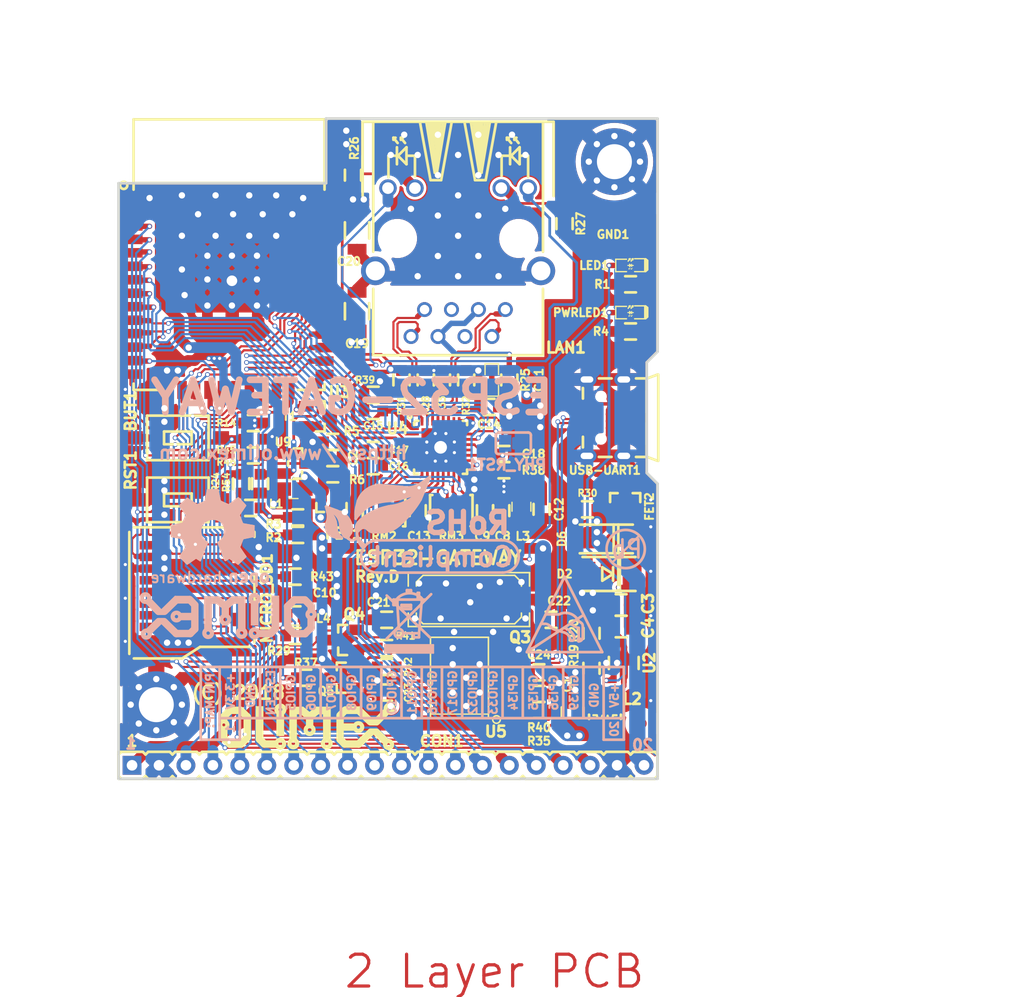
<source format=kicad_pcb>
(kicad_pcb (version 20221018) (generator pcbnew)
  (title_block (title "ESP32-GATEWAY") (rev "A") (company "OLIMEX Ltd.") (comment 1 "https://www.olimex.com"))
  (layers (0 "F.Cu" mixed) (31 "B.Cu" mixed) (34 "B.Paste" user) (35 "F.Paste" user) (36 "B.SilkS" user "B.Silkscreen") (37 "F.SilkS" user "F.Silkscreen") (38 "B.Mask" user) (39 "F.Mask" user) (44 "Edge.Cuts" user))
  (net 0 "")
  (net 1 "+5V")
  (net 2 "GND")
  (net 3 "Net-(BUT1-Pad2)")
  (net 4 "/GPI34/BUT1")
  (net 5 "+3V3")
  (net 6 "Net-(C10-Pad1)")
  (net 7 "Net-(C11-Pad1)")
  (net 8 "Net-(C18-Pad2)")
  (net 9 "/GPIO3/U0RXD")
  (net 10 "/ESP_EN")
  (net 11 "/GPIO25/EMAC_RXD0(RMII)")
  (net 12 "/GPIO19/EMAC_TXD0(RMII)")
  (net 13 "/GPIO26/EMAC_RXD1(RMII)")
  (net 14 "/GPIO9/SD_DATA2")
  (net 15 "/GPIO8/SD_DATA1")
  (net 16 "/GPIO6/SD_CLK")
  (net 17 "/GPIO7/SD_DATA0")
  (net 18 "/GPIO1/U0TXD")
  (net 19 "/GPIO10/SD_DATA3")
  (net 20 "/GPIO11/SD_CMD")
  (net 21 "Net-(L2-Pad1)")
  (net 22 "Net-(R19-Pad1)")
  (net 23 "Net-(R39-Pad1)")
  (net 24 "/PHYAD0")
  (net 25 "/PHYAD1")
  (net 26 "/PHYAD2")
  (net 27 "/RMIISEL")
  (net 28 "/VDD1A-2A")
  (net 29 "/VDDCR")
  (net 30 "/GPIO22/EMAC_TXD1(RMII)")
  (net 31 "/GPIO21/EMAC_TX_EN(RMII)")
  (net 32 "Net-(MICRO_SD1-Pad5)")
  (net 33 "Net-(LAN1-Pad1)")
  (net 34 "Net-(LAN1-Pad2)")
  (net 35 "Net-(LAN1-Pad7)")
  (net 36 "Net-(LAN1-Pad8)")
  (net 37 "Net-(LAN1-PadAG1)")
  (net 38 "Net-(LAN1-PadAY1)")
  (net 39 "Net-(LAN1-PadKG1)")
  (net 40 "Net-(LAN1-PadKY1)")
  (net 41 "Net-(C19-Pad1)")
  (net 42 "Net-(C21-Pad1)")
  (net 43 "Net-(C22-Pad1)")
  (net 44 "/GPIO23/MDC(RMII)")
  (net 45 "/GPIO27/EMAC_RX_CRS_DV")
  (net 46 "/GPIO2/HS2_DATA0")
  (net 47 "/GPIO14/HS2_CLK")
  (net 48 "/GPIO15/HS2_CMD")
  (net 49 "/GPIO18/MDIO(RMII)")
  (net 50 "/+5V_USB")
  (net 51 "Net-(Q4-Pad2)")
  (net 52 "Net-(Q4-Pad1)")
  (net 53 "Net-(Q5-Pad2)")
  (net 54 "Net-(Q5-Pad1)")
  (net 55 "Net-(R35-Pad1)")
  (net 56 "Net-(R40-Pad1)")
  (net 57 "Net-(U3-Pad32)")
  (net 58 "Net-(U4-Pad4)")
  (net 59 "Net-(U4-Pad14)")
  (net 60 "Net-(U4-Pad18)")
  (net 61 "Net-(U4-Pad20)")
  (net 62 "Net-(U4-Pad26)")
  (net 63 "Net-(U5-Pad6)")
  (net 64 "Net-(U5-Pad7)")
  (net 65 "Net-(U5-Pad11)")
  (net 66 "Net-(U5-Pad12)")
  (net 67 "Net-(U5-Pad13)")
  (net 68 "Net-(U5-Pad14)")
  (net 69 "Net-(U5-Pad17)")
  (net 70 "Net-(USB-UART1-Pad4)")
  (net 71 "Net-(PWRLED1-Pad1)")
  (net 72 "Net-(Q5-Pad3)")
  (net 73 "Net-(MICRO_SD1-Pad7)")
  (net 74 "/D_Com")
  (net 75 "/GPI35")
  (net 76 "+5V_EXT")
  (net 77 "/GPIO16")
  (net 78 "/GPI39")
  (net 79 "/GPI36")
  (net 80 "/GPIO4/HS2_DATA1")
  (net 81 "/GPIO13/HS2_DATA3")
  (net 82 "/GPIO12/HS2_DATA2")
  (net 83 "/GPIO32")
  (net 84 "Net-(LED1-Pad1)")
  (net 85 "/GPIO33/LED")
  (net 86 "+3.3VLAN")
  (net 87 "/GPIO17/EMAC_CLK_OUT_180")
  (net 88 "/GPIO5/PHY_PWR")
  (net 89 "/GPIO0")
  (net 90 "Net-(C2-Pad2)")
  (footprint "OLIMEX_Other-FP:Mounting_hole_Shield_3.3mm" (layer "F.Cu") (at 73.152 122.301)
    (fp_text reference "MH1" hide)
    (fp_text value "Mounting_hole_Shield_3.3mm" hide)
  )
  (footprint "OLIMEX_RLC-FP:C_0805_5MIL_DWS" (layer "F.Cu") (at 112.395 123.063 90)
    (fp_text reference "C1")
    (fp_text value "47uF/6.3V/20%/X5R/C0805")
  )
  (footprint "OLIMEX_RLC-FP:C_0603_5MIL_DWS" (layer "F.Cu") (at 105.664 104.013 90)
    (fp_text reference "C8")
    (fp_text value "22uF/6.3V/20%/X5R/C0603")
  )
  (footprint "OLIMEX_RLC-FP:C_0603_5MIL_DWS" (layer "F.Cu") (at 104.14 104.013 90)
    (fp_text reference "C9")
    (fp_text value "22uF/6.3V/20%/X5R/C0603")
  )
  (footprint "OLIMEX_RLC-FP:C_0805_5MIL_DWS" (layer "F.Cu") (at 86.233 112.014)
    (fp_text reference "C10")
    (fp_text value "47uF/6.3V/20%/X5R/C0805")
  )
  (footprint "OLIMEX_RLC-FP:C_0603_5MIL_DWS" (layer "F.Cu") (at 106.426 91.694 -90)
    (fp_text reference "C11")
    (fp_text value "100nF/50V/20%/Y5V/C0603")
  )
  (footprint "OLIMEX_RLC-FP:C_0603_5MIL_DWS" (layer "F.Cu") (at 109.474 103.886 -90)
    (fp_text reference "C12")
    (fp_text value "22uF/6.3V/20%/X5R/C0603")
  )
  (footprint "OLIMEX_RLC-FP:C_0603_5MIL_DWS" (layer "F.Cu") (at 97.79 104.013 -90)
    (fp_text reference "C13")
    (fp_text value "100nF/50V/20%/Y5V/C0603")
  )
  (footprint "OLIMEX_RLC-FP:C_0603_5MIL_DWS" (layer "F.Cu") (at 104.521 94.234)
    (fp_text reference "C14")
    (fp_text value "100nF/50V/20%/Y5V/C0603")
  )
  (footprint "OLIMEX_RLC-FP:C_0603_5MIL_DWS" (layer "F.Cu") (at 93.599 94.615 180)
    (fp_text reference "C15")
    (fp_text value "100nF/50V/20%/Y5V/C0603")
  )
  (footprint "OLIMEX_RLC-FP:C_0603_5MIL_DWS" (layer "F.Cu") (at 93.599 99.822 180)
    (fp_text reference "C16")
    (fp_text value "2.2uF/6.3V/10%/X5R/C0603")
  )
  (footprint "OLIMEX_RLC-FP:C_0603_5MIL_DWS" (layer "F.Cu") (at 93.599 98.298 180)
    (fp_text reference "C17")
    (fp_text value "100nF/50V/20%/Y5V/C0603")
  )
  (footprint "OLIMEX_RLC-FP:C_0603_5MIL_DWS" (layer "F.Cu") (at 105.918 98.679 180)
    (fp_text reference "C18")
    (fp_text value "NA(10uF/6.3V/20%/X5R/C0603)")
  )
  (footprint "OLIMEX_Other-FP:TESTPAD_40-ROUND" (layer "F.Cu") (at 118.872 77.978)
    (fp_text reference "GND1")
    (fp_text value "TESTPAD" hide)
  )
  (footprint "OLIMEX_RLC-FP:CD32" (layer "F.Cu") (at 115.443 123.444 -90)
    (fp_text reference "L2")
    (fp_text value "2.2uH/1.5A/DCR<0.1R/CD32")
  )
  (footprint "OLIMEX_RLC-FP:L_0805_5MIL_DWS" (layer "F.Cu") (at 107.569 103.632 90)
    (fp_text reference "L3")
    (fp_text value "FB0805/600R/2A")
  )
  (footprint "OLIMEX_RLC-FP:L_0805_5MIL_DWS" (layer "F.Cu") (at 86.233 113.919 180)
    (fp_text reference "L4")
    (fp_text value "FB0805/600R/2A")
  )
  (footprint "OLIMEX_LEDs-FP:LED_0603_KA" (layer "F.Cu") (at 117.856 85.344 180)
    (fp_text reference "PWRLED1")
    (fp_text value "LED/RED/0603")
  )
  (footprint "OLIMEX_RLC-FP:R_0603_5MIL_DWS" (layer "F.Cu") (at 82.296 95.758)
    (fp_text reference "R14")
    (fp_text value "220R/R0603")
  )
  (footprint "OLIMEX_RLC-FP:R_0603_5MIL_DWS" (layer "F.Cu") (at 82.042 103.759 180)
    (fp_text reference "R16")
    (fp_text value "220R/R0603")
  )
  (footprint "OLIMEX_RLC-FP:R_0603_5MIL_DWS" (layer "F.Cu") (at 81.153 101.473 90)
    (fp_text reference "R24")
    (fp_text value "1k/R0603")
  )
  (footprint "OLIMEX_RLC-FP:0R_0603" (layer "F.Cu") (at 104.775 91.694 90)
    (fp_text reference "R25")
    (fp_text value "0R(board_mounted)")
  )
  (footprint "OLIMEX_RLC-FP:R_0603_5MIL_DWS" (layer "F.Cu") (at 91.694 72.39 90)
    (fp_text reference "R26")
    (fp_text value "330R/R0603")
  )
  (footprint "OLIMEX_RLC-FP:R_0603_5MIL_DWS" (layer "F.Cu") (at 111.633 76.962 -90)
    (fp_text reference "R27")
    (fp_text value "330R/R0603")
  )
  (footprint "OLIMEX_RLC-FP:R_0603_5MIL_DWS" (layer "F.Cu") (at 98.552 91.694 -90)
    (fp_text reference "R28")
    (fp_text value "49.9R/1%/R0603")
  )
  (footprint "OLIMEX_RLC-FP:R_0603_5MIL_DWS" (layer "F.Cu") (at 86.233 115.824 180)
    (fp_text reference "R29")
    (fp_text value "10k/R0603")
  )
  (footprint "OLIMEX_RLC-FP:R_0603_5MIL_DWS" (layer "F.Cu") (at 96.266 91.694 -90)
    (fp_text reference "R31")
    (fp_text value "49.9R/1%/R0603")
  )
  (footprint "OLIMEX_RLC-FP:R_0603_5MIL_DWS" (layer "F.Cu") (at 102.362 91.694 -90)
    (fp_text reference "R32")
    (fp_text value "49.9R/1%/R0603")
  )
  (footprint "OLIMEX_RLC-FP:R_0603_5MIL_DWS" (layer "F.Cu") (at 100.076 91.694 -90)
    (fp_text reference "R33")
    (fp_text value "49.9R/1%/R0603")
  )
  (footprint "OLIMEX_RLC-FP:R_0603_5MIL_DWS" (layer "F.Cu") (at 109.22 122.809)
    (fp_text reference "R35")
    (fp_text value "220R/R0603")
  )
  (footprint "OLIMEX_RLC-FP:R_0603_5MIL_DWS" (layer "F.Cu") (at 105.918 100.203)
    (fp_text reference "R38")
    (fp_text value "10k/R0603")
  )
  (footprint "OLIMEX_RLC-FP:R_0603_5MIL_DWS" (layer "F.Cu") (at 93.599 93.091 180)
    (fp_text reference "R39")
    (fp_text value "12.1k/1%/R0603")
  )
  (footprint "OLIMEX_RLC-FP:R_0603_5MIL_DWS" (layer "F.Cu") (at 109.22 121.285)
    (fp_text reference "R40")
    (fp_text value "220R/R0603")
  )
  (footprint "OLIMEX_RLC-FP:R_0603_5MIL_DWS" (layer "F.Cu") (at 94.869 116.967 180)
    (fp_text reference "R41")
    (fp_text value "1k/R0603")
  )
  (footprint "OLIMEX_RLC-FP:R_MATRIX_4" (layer "F.Cu") (at 94.615 104.013)
    (fp_text reference "RM2")
    (fp_text value "RA1206_(4X0603)_4B8_2.2k")
  )
  (footprint "OLIMEX_RLC-FP:R_MATRIX_4" (layer "F.Cu") (at 100.965 104.013 180)
    (fp_text reference "RM3")
    (fp_text value "RA1206_(4X0603)_4B8_2.2k")
  )
  (footprint "OLIMEX_Regulators-FP:SOT-23-5" (layer "F.Cu") (at 117.221 118.364 -90)
    (fp_text reference "U2")
    (fp_text value "SY8089AAAC(SOT23-5)")
  )
  (footprint "OLIMEX_Cases-FP:ESP-WROOM-32_MODULE" (layer "F.Cu") (at 80.01 79.883)
    (fp_text reference "U3")
    (fp_text value "ESP-WROOM-32")
  )
  (footprint "OLIMEX_IC-FP:QFN32_EP(33)_5.00x5.00x0.90mm_Pitch_0.50mm" (layer "F.Cu") (at 99.949 98.044 -90)
    (fp_text reference "U4")
    (fp_text value "LAN8710A-EZC(QFN32)")
  )
  (footprint "OLIMEX_Connectors-FP:TFC-WXCP11-08-LF" (layer "F.Cu") (at 76.327 111.125 180)
    (fp_text reference "MICRO_SD1")
    (fp_text value "TFC-WXCP11-08-LF")
  )
  (footprint "OLIMEX_RLC-FP:R_0603_5MIL_DWS" (layer "F.Cu") (at 86.233 110.236 180)
    (fp_text reference "R43")
    (fp_text value "10R/R0603")
  )
  (footprint "OLIMEX_Buttons-FP:T1107A(6x3,8x2,5MM)" (layer "F.Cu") (at 75.184 97.155 180)
    (fp_text reference "BUT1")
    (fp_text value "T1107A(6x3,8x2,5MM)")
  )
  (footprint "OLIMEX_Buttons-FP:T1107A(6x3,8x2,5MM)" (layer "F.Cu") (at 75.184 102.997 180)
    (fp_text reference "RST1")
    (fp_text value "T1107A(6x3,8x2,5MM)")
  )
  (footprint "OLIMEX_Connectors-FP:RJLBC-060TC1" (layer "F.Cu") (at 101.6 78.359 180)
    (fp_text reference "LAN1")
    (fp_text value "RJLD-060TC1(LPJ4013EDNL)")
  )
  (footprint "OLIMEX_RLC-FP:C_1206_5MIL_DWS_ISO" (layer "F.Cu") (at 92.075 85.217 -90)
    (fp_text reference "C19")
    (fp_text value "1nF/2000V/10%/X7R/C1206")
  )
  (footprint "OLIMEX_RLC-FP:C_1206_5MIL_DWS_ISO" (layer "F.Cu") (at 92.075 77.597 90)
    (fp_text reference "C20")
    (fp_text value "NA(1nF/2000V/10%/X7R/C1206)")
  )
  (footprint "OLIMEX_Other-FP:Fiducial1x3" (layer "F.Cu") (at 77.47 124.079)
    (fp_text reference "")
    (fp_text value "")
  )
  (footprint "OLIMEX_Other-FP:Fiducial1x3" (layer "F.Cu") (at 118.872 75.057)
    (fp_text reference "")
    (fp_text value "")
  )
  (footprint "OLIMEX_RLC-FP:R_0603_5MIL_DWS" (layer "F.Cu") (at 117.856 87.122 180)
    (fp_text reference "R4")
    (fp_text value "2.2k/R0603")
  )
  (footprint "OLIMEX_RLC-FP:R_0603_5MIL_DWS" (layer "F.Cu") (at 114.173 118.872 -90)
    (fp_text reference "R19")
    (fp_text value "4.99k/1%/R0603")
  )
  (footprint "OLIMEX_RLC-FP:R_0603_5MIL_DWS" (layer "F.Cu") (at 114.173 115.57 90)
    (fp_text reference "R20")
    (fp_text value "1.1k/1%/R0603")
  )
  (footprint "OLIMEX_RLC-FP:C_0603_5MIL_DWS" (layer "F.Cu") (at 94.869 114.3 180)
    (fp_text reference "C21")
    (fp_text value "27pF/50V/5%/C0G/C0603")
  )
  (footprint "OLIMEX_RLC-FP:C_0603_5MIL_DWS" (layer "F.Cu") (at 110.363 114.3)
    (fp_text reference "C22")
    (fp_text value "27pF/50V/5%/C0G/C0603")
  )
  (footprint "OLIMEX_RLC-FP:C_0603_5MIL_DWS" (layer "F.Cu") (at 94.869 121.158 180)
    (fp_text reference "C23")
    (fp_text value "22uF/6.3V/20%/X5R/C0603")
  )
  (footprint "OLIMEX_RLC-FP:C_0603_5MIL_DWS" (layer "F.Cu") (at 109.22 119.253)
    (fp_text reference "C24")
    (fp_text value "100nF/50V/20%/Y5V/C0603")
  )
  (footprint "OLIMEX_Diodes-FP:SMA-KA" (layer "F.Cu") (at 115.57 106.68 180)
    (fp_text reference "D6")
    (fp_text value "1N5822/SS34/SMA")
  )
  (footprint "OLIMEX_Transistors-FP:SOT23" (layer "F.Cu") (at 117.348 102.997 -90)
    (fp_text reference "FET2")
    (fp_text value "WPM2015-3/TR")
  )
  (footprint "OLIMEX_Crystal-FP:Q_49U3HMS" (layer "F.Cu") (at 102.616 112.395)
    (fp_text reference "Q3")
    (fp_text value "Q12MHz/20pF/30ppm/2P/HC-49SM(SMD)")
  )
  (footprint "OLIMEX_Transistors-FP:SOT23" (layer "F.Cu") (at 90.932 116.205)
    (fp_text reference "Q4")
    (fp_text value "BC817-40(SOT23)")
  )
  (footprint "OLIMEX_RLC-FP:R_0603_5MIL_DWS" (layer "F.Cu") (at 113.792 103.886 180)
    (fp_text reference "R30")
    (fp_text value "10k/R0603")
  )
  (footprint "OLIMEX_RLC-FP:R_0603_5MIL_DWS" (layer "F.Cu") (at 94.869 118.745 180)
    (fp_text reference "R42")
    (fp_text value "1k/R0603")
  )
  (footprint "OLIMEX_RLC-FP:R_0603_5MIL_DWS" (layer "F.Cu") (at 82.296 97.282 180)
    (fp_text reference "R45")
    (fp_text value "10k/R0603")
  )
  (footprint "OLIMEX_RLC-FP:R_0603_5MIL_DWS" (layer "F.Cu") (at 82.296 98.806)
    (fp_text reference "R46")
    (fp_text value "NA/R0603")
  )
  (footprint "OLIMEX_RLC-FP:R_0603_5MIL_DWS" (layer "F.Cu") (at 82.931 101.473 -90)
    (fp_text reference "R54")
    (fp_text value "NA/R0603")
  )
  (footprint "OLIMEX_IC-FP:SSOP-20W" (layer "F.Cu") (at 101.727 119.761 90)
    (fp_text reference "U5")
    (fp_text value "CH340T(SSOP20W)")
  )
  (footprint "OLIMEX_RLC-FP:C_0805_5MIL_DWS" (layer "F.Cu") (at 116.967 112.903 180)
    (fp_text reference "C3")
    (fp_text value "47uF/6.3V/20%/X5R/C0805")
  )
  (footprint "OLIMEX_RLC-FP:C_0805_5MIL_DWS" (layer "F.Cu") (at 116.967 114.935 180)
    (fp_text reference "C4")
    (fp_text value "47uF/6.3V/20%/X5R/C0805")
  )
  (footprint "OLIMEX_RLC-FP:R_0603_5MIL_DWS" (layer "F.Cu") (at 87.249 119.761 180)
    (fp_text reference "R37")
    (fp_text value "220R/R0603")
  )
  (footprint "OLIMEX_Diodes-FP:SOT23-3" (layer "F.Cu") (at 86.233 99.568 180)
    (fp_text reference "U9")
    (fp_text value "BAT54C(SOT23-3)")
  )
  (footprint "OLIMEX_Other-FP:Mounting_hole_Shield_3.3mm" (layer "F.Cu") (at 116.332 71.12)
    (fp_text reference "MH2" hide)
    (fp_text value "Mounting_hole_Shield_3.3mm" hide)
  )
  (footprint "OLIMEX_Connectors-FP:USB-MICRO_MISB-SWMM-5B_LF" (layer "F.Cu") (at 116.967 95.25)
    (fp_text reference "USB-UART1")
    (fp_text value "MISB-SWMM-5B-LF(USB_MICRO)")
  )
  (footprint "OLIMEX_Connectors-FP:HN1x20" (layer "F.Cu") (at 94.996 128.016)
    (fp_text reference "CON1")
    (fp_text value "NA(NH1x20)")
  )
  (footprint "OLIMEX_Other-FP:Fiducial1x3" (layer "F.Cu") (at 118.872 124.079)
    (fp_text reference "")
    (fp_text value "")
  )
  (footprint "OLIMEX_LEDs-FP:LED_0603_KA" (layer "F.Cu") (at 117.856 80.899 180)
    (fp_text reference "LED1")
    (fp_text value "LED/GREEN/0603")
  )
  (footprint "OLIMEX_RLC-FP:R_0603_5MIL_DWS" (layer "F.Cu") (at 117.856 82.677)
    (fp_text reference "R1")
    (fp_text value "2.2k/R0603")
  )
  (footprint "OLIMEX_RLC-FP:R_0603_5MIL_DWS" (layer "F.Cu") (at 86.487 106.299 180)
    (fp_text reference "R2")
    (fp_text value "2.2k/R0603")
  )
  (footprint "OLIMEX_RLC-FP:R_0603_5MIL_DWS" (layer "F.Cu") (at 86.487 104.648 180)
    (fp_text reference "R3")
    (fp_text value "2.2k/R0603")
  )
  (footprint "OLIMEX_Diodes-FP:DO214AA_1(K)-2(A)" (layer "F.Cu") (at 115.824 109.982 180)
    (fp_text reference "D2")
    (fp_text value "SMBJ6.0A(DO-214AA)")
  )
  (footprint "OLIMEX_Transistors-FP:SOT23" (layer "F.Cu") (at 89.662 103.505 90)
    (fp_text reference "FET1")
    (fp_text value "WPM2015-3/TR")
  )
  (footprint "OLIMEX_RLC-FP:R_0603_5MIL_DWS" (layer "F.Cu") (at 89.789 97.536 180)
    (fp_text reference "R5")
    (fp_text value "NA/R0603")
  )
  (footprint "OLIMEX_RLC-FP:L_0805_5MIL_DWS" (layer "F.Cu") (at 86.106 101.981)
    (fp_text reference "L1")
    (fp_text value "NA(FB0805/600R/2A)")
  )
  (footprint "OLIMEX_RLC-FP:R_0603_5MIL_DWS" (layer "F.Cu") (at 89.788999 100.584)
    (fp_text reference "R6")
    (fp_text value "10k/R0603")
  )
  (footprint "OLIMEX_Transistors-FP:SOT23" (layer "F.Cu") (at 88.392 95.123 180)
    (fp_text reference "T1")
    (fp_text value "DTC114YKA")
  )
  (footprint "OLIMEX_RLC-FP:C_0603_5MIL_DWS" (layer "F.Cu") (at 89.788999 99.06)
    (fp_text reference "C2")
    (fp_text value "NA/C0603")
  )
  (footprint "OLIMEX_Transistors-FP:SOT23" (layer "F.Cu") (at 90.805 119.761)
    (fp_text reference "Q5")
    (fp_text value "BC817-40(SOT23)")
  )
  (footprint "OLIMEX_LOGOs-FP:OLIMEX_LOGO_TB" (layer "F.Cu") (at 87.503 124.333)
    (fp_text reference "" hide)
    (fp_text value "" hide)
  )
  (footprint "OLIMEX_Jumpers-FP:SJ" (layer "B.Cu") (at 106.807 97.663 180)
    (fp_text reference "PHY_RST1")
    (fp_text value "Opened")
  )
  (footprint "OLIMEX_LOGOs-FP:LOGO_ANTISTATIC_1" (layer "B.Cu") (at 115.189 117.348 180)
    (fp_text reference "Ref**" hide)
    (fp_text value "Val**" hide)
  )
  (footprint "OLIMEX_LOGOs-FP:LOGO_OPENHARDWARE_8x8" (layer "B.Cu") (at 78.486 106.045 180)
    (fp_text reference "" hide)
    (fp_text value "" hide)
  )
  (footprint "OLIMEX_LOGOs-FP:LOGO_PBFREE" (layer "B.Cu") (at 117.602 107.315)
    (fp_text reference "")
    (fp_text value "")
  )
  (footprint "OLIMEX_LOGOs-FP:LOGO_RECYCLEBIN_1" (layer "B.Cu") (at 99.314 117.475 180)
    (fp_text reference "" hide)
    (fp_text value "" hide)
  )
  (footprint "OLIMEX_LOGOs-FP:LOGO_ROHS_1" (layer "B.Cu") (at 106.299 109.22 180)
    (fp_text reference "Ref**" hide)
    (fp_text value "Val**" hide)
  )
  (footprint "OLIMEX_LOGOs-FP:OLIMEX_LOGO_TB" (layer "B.Cu") (at 79.756 113.919 180)
    (fp_text reference "" hide)
    (fp_text value "" hide)
  )
  (gr_line (start 115.316 118.745) (end 115.316 123.571) (stroke (width 0.254)) (layer "B.SilkS"))
  (gr_line (start 117.221 118.745) (end 117.221 123.571) (stroke (width 0.254)) (layer "B.SilkS"))
  (gr_line (start 94.361 118.745) (end 94.361 123.571) (stroke (width 0.254)) (layer "B.SilkS"))
  (gr_line (start 90.551 118.745) (end 90.551 123.571) (stroke (width 0.254)) (layer "B.SilkS"))
  (gr_line (start 81.026 123.698) (end 81.026 125.603) (stroke (width 0.254)) (layer "B.SilkS"))
  (gr_line (start 77.343 118.745) (end 77.343 125.603) (stroke (width 0.254)) (layer "B.SilkS"))
  (gr_line (start 92.456 118.745) (end 92.456 123.571) (stroke (width 0.254)) (layer "B.SilkS"))
  (gr_line (start 117.221 125.603) (end 115.316 125.603) (stroke (width 0.254)) (layer "B.SilkS"))
  (gr_line (start 105.791 118.745) (end 105.791 123.571) (stroke (width 0.254)) (layer "B.SilkS"))
  (gr_line (start 109.601 118.745) (end 109.601 123.571) (stroke (width 0.254)) (layer "B.SilkS"))
  (gr_line (start 96.266 118.745) (end 96.266 123.571) (stroke (width 0.254)) (layer "B.SilkS"))
  (gr_line (start 88.646 118.745) (end 88.646 123.571) (stroke (width 0.254)) (layer "B.SilkS"))
  (gr_line (start 103.886 118.745) (end 103.886 123.571) (stroke (width 0.254)) (layer "B.SilkS"))
  (gr_line (start 79.121 125.603) (end 79.121 118.745) (stroke (width 0.254)) (layer "B.SilkS"))
  (gr_line (start 77.343 125.603) (end 79.121 125.603) (stroke (width 0.254)) (layer "B.SilkS"))
  (gr_line (start 111.506 118.745) (end 111.506 123.571) (stroke (width 0.254)) (layer "B.SilkS"))
  (gr_line (start 98.171 118.745) (end 98.171 123.571) (stroke (width 0.254)) (layer "B.SilkS"))
  (gr_line (start 115.316 125.603) (end 115.316 123.571) (stroke (width 0.254)) (layer "B.SilkS"))
  (gr_line (start 117.221 123.571) (end 117.221 125.603) (stroke (width 0.254)) (layer "B.SilkS"))
  (gr_line (start 107.696 118.745) (end 107.696 123.571) (stroke (width 0.254)) (layer "B.SilkS"))
  (gr_line (start 117.221 123.571) (end 79.121 123.571) (stroke (width 0.254)) (layer "B.SilkS"))
  (gr_line (start 101.981 118.745) (end 101.981 123.571) (stroke (width 0.254)) (layer "B.SilkS"))
  (gr_line (start 100.076 118.745) (end 100.076 123.571) (stroke (width 0.254)) (layer "B.SilkS"))
  (gr_line (start 117.221 118.745) (end 77.343 118.745) (stroke (width 0.254)) (layer "B.SilkS"))
  (gr_line (start 79.121 125.603) (end 81.026 125.603) (stroke (width 0.254)) (layer "B.SilkS"))
  (gr_line (start 84.836 118.745) (end 84.836 123.571) (stroke (width 0.254)) (layer "B.SilkS"))
  (gr_line (start 113.411 118.745) (end 113.411 123.571) (stroke (width 0.254)) (layer "B.SilkS"))
  (gr_line (start 86.741 118.745) (end 86.741 123.571) (stroke (width 0.254)) (layer "B.SilkS"))
  (gr_line (start 82.931 118.745) (end 82.931 123.571) (stroke (width 0.254)) (layer "B.SilkS"))
  (gr_line (start 81.026 118.872) (end 81.026 123.571) (stroke (width 0.254)) (layer "B.SilkS"))
  (gr_line (start 89.154 73.152) (end 89.154 67.056) (stroke (width 0.254)) (layer "Edge.Cuts"))
  (gr_line (start 119.38 90.043) (end 119.38 100.457) (stroke (width 0.254)) (layer "Edge.Cuts"))
  (gr_line (start 69.596 129.286) (end 120.396 129.286) (stroke (width 0.254)) (layer "Edge.Cuts"))
  (gr_line (start 120.396 67.056) (end 120.396 89.027) (stroke (width 0.254)) (layer "Edge.Cuts"))
  (gr_line (start 119.38 100.457) (end 120.396 101.473) (stroke (width 0.254)) (layer "Edge.Cuts"))
  (gr_line (start 120.396 89.027) (end 119.38 90.043) (stroke (width 0.254)) (layer "Edge.Cuts"))
  (gr_line (start 69.596 73.152) (end 69.596 129.286) (stroke (width 0.254)) (layer "Edge.Cuts"))
  (gr_line (start 69.596 73.152) (end 89.154 73.152) (stroke (width 0.254)) (layer "Edge.Cuts"))
  (gr_line (start 120.396 101.473) (end 120.396 129.286) (stroke (width 0.254)) (layer "Edge.Cuts"))
  (gr_line (start 120.396 67.056) (end 89.154 67.056) (stroke (width 0.254)) (layer "Edge.Cuts"))
  (gr_text "2 Layer PCB" (at 105.029 147.447) (layer "F.Cu") (effects (font (size 3 3) (thickness 0.3))))
  (gr_text "1" (at 80.137 124.587 90) (layer "B.SilkS") (effects (font (size 0.762 0.762) (thickness 0.1905)) (justify mirror)))
  (gr_text "ESP_EN" (at 83.947 121.158 90) (layer "B.SilkS") (effects (font (size 0.762 0.762) (thickness 0.1905)) (justify mirror)))
  (gr_text "GPIO5" (at 85.852 121.158 90) (layer "B.SilkS") (effects (font (size 0.762 0.762) (thickness 0.1905)) (justify mirror)))
  (gr_text "GPIO6" (at 87.757 121.158 90) (layer "B.SilkS") (effects (font (size 0.762 0.762) (thickness 0.1905)) (justify mirror)))
  (gr_text "GPIO7" (at 89.662 121.158 90) (layer "B.SilkS") (effects (font (size 0.762 0.762) (thickness 0.1905)) (justify mirror)))
  (gr_text "GPIO8" (at 91.567 121.158 90) (layer "B.SilkS") (effects (font (size 0.762 0.762) (thickness 0.1905)) (justify mirror)))
  (gr_text "GPIO9" (at 93.472 121.158 90) (layer "B.SilkS") (effects (font (size 0.762 0.762) (thickness 0.1905)) (justify mirror)))
  (gr_text "GPIO10" (at 95.377 121.158 90) (layer "B.SilkS") (effects (font (size 0.762 0.762) (thickness 0.1905)) (justify mirror)))
  (gr_text "GPIO11" (at 97.282 121.158 90) (layer "B.SilkS") (effects (font (size 0.762 0.762) (thickness 0.1905)) (justify mirror)))
  (gr_text "GPIO16" (at 99.187 121.158 90) (layer "B.SilkS") (effects (font (size 0.762 0.762) (thickness 0.1905)) (justify mirror)))
  (gr_text "GPIO17" (at 101.092 121.158 90) (layer "B.SilkS") (effects (font (size 0.762 0.762) (thickness 0.1905)) (justify mirror)))
  (gr_text "PIN MAP:" (at 78.232 121.92 90) (layer "B.SilkS") (effects (font (size 0.762 0.762) (thickness 0.1905)) (justify mirror)))
  (gr_text "GPIO32" (at 102.997 121.158 90) (layer "B.SilkS") (effects (font (size 0.762 0.762) (thickness 0.1905)) (justify mirror)))
  (gr_text "GPIO33" (at 104.902 121.158 90) (layer "B.SilkS") (effects (font (size 0.762 0.762) (thickness 0.1905)) (justify mirror)))
  (gr_text "GPI34" (at 106.807 121.158 90) (layer "B.SilkS") (effects (font (size 0.762 0.762) (thickness 0.1905)) (justify mirror)))
  (gr_text "GPI35" (at 108.712 121.158 90) (layer "B.SilkS") (effects (font (size 0.762 0.762) (thickness 0.1905)) (justify mirror)))
  (gr_text "GPI36" (at 110.617 121.158 90) (layer "B.SilkS") (effects (font (size 0.762 0.762) (thickness 0.1905)) (justify mirror)))
  (gr_text "GND" (at 114.427 121.412 90) (layer "B.SilkS") (effects (font (size 0.762 0.762) (thickness 0.1905)) (justify mirror)))
  (gr_text "GPI39" (at 112.522 121.158 90) (layer "B.SilkS") (effects (font (size 0.762 0.762) (thickness 0.1905)) (justify mirror)))
  (gr_text "+5V" (at 116.332 121.412 90) (layer "B.SilkS") (effects (font (size 0.762 0.762) (thickness 0.1905)) (justify mirror)))
  (gr_text "20" (at 116.332 124.587 90) (layer "B.SilkS") (effects (font (size 0.762 0.762) (thickness 0.1905)) (justify mirror)))
  (gr_text "20" (at 118.999 126.111) (layer "B.SilkS") (effects (font (size 1.016 1.016) (thickness 0.254)) (justify mirror)))
  (gr_text "ESP32-GATEWAY" (at 91.567 93.345) (layer "B.SilkS") (effects (font (size 3.048 3.048) (thickness 0.635)) (justify mirror)))
  (gr_text "+3.3V" (at 80.137 121.031 90) (layer "B.SilkS") (effects (font (size 0.762 0.762) (thickness 0.1905)) (justify mirror)))
  (gr_text "1" (at 70.739 125.984) (layer "B.SilkS") (effects (font (size 1.016 1.016) (thickness 0.254)) (justify mirror)))
  (gr_text "https://www.olimex.com" (at 85.09 98.552) (layer "B.SilkS") (effects (font (size 1.27 1.27) (thickness 0.254)) (justify mirror)))
  (gr_text "GND" (at 82.042 121.412 90) (layer "B.SilkS") (effects (font (size 0.762 0.762) (thickness 0.1905)) (justify mirror)))
  (gr_text "Rev.D" (at 93.98 110.236) (layer "F.SilkS") (effects (font (size 1.016 1.016) (thickness 0.254))))
  (gr_text "ESP32-GATEWAY\n" (at 99.695 108.458) (layer "F.SilkS") (effects (font (size 1.27 1.27) (thickness 0.254))))
  (gr_text "1" (at 70.866 125.73) (layer "F.SilkS") (effects (font (size 1.016 1.016) (thickness 0.254))))
  (gr_text "(C) 2018" (at 80.899 121.158) (layer "F.SilkS") (effects (font (size 1.27 1.27) (thickness 0.254))))
  (segment (start 118.07 109.913) (end 118.07 106.68) (width 1.524) (layer "F.Cu") (net 1))
  (segment (start 117.983 110) (end 117.983 111.252) (width 1.524) (layer "F.Cu") (net 1))
  (segment (start 115.92 120.015) (end 115.57 120.015) (width 0.508) (layer "F.Cu") (net 1))
  (segment (start 117.983 111.252) (end 117.983 112.903) (width 1.524) (layer "F.Cu") (net 1))
  (segment (start 118.364 104.16794) (end 118.364 104.902) (width 1.016) (layer "F.Cu") (net 1))
  (segment (start 118.364 106.386) (end 118.364 104.902) (width 1.524) (layer "F.Cu") (net 1))
  (segment (start 118.491 116.744) (end 118.491 116.459) (width 0.508) (layer "F.Cu") (net 1))
  (segment (start 118.491 116.459) (end 118.491 115.443) (width 1.27) (layer "F.Cu") (net 1))
  (segment (start 118.491 115.443) (end 117.983 114.935) (width 1.27) (layer "F.Cu") (net 1))
  (segment (start 115.824 85.344) (end 117.094 85.344) (width 0.508) (layer "F.Cu") (net 1))
  (segment (start 118.3005 104.10444) (end 118.364 104.16794) (width 1.016) (layer "F.Cu") (net 1))
  (segment (start 118.171 117.064) (end 118.491 116.744) (width 0.508) (layer "F.Cu") (net 1))
  (segment (start 118.001 109.982) (end 118.07 109.913) (width 1.524) (layer "F.Cu") (net 1))
  (segment (start 116.271 119.664) (end 115.92 120.015) (width 0.508) (layer "F.Cu") (net 1))
  (segment (start 118.001 109.982) (end 117.983 110) (width 1.524) (layer "F.Cu") (net 1))
  (segment (start 117.983 112.903) (end 117.983 114.935) (width 1.524) (layer "F.Cu") (net 1))
  (segment (start 118.07 106.68) (end 118.364 106.386) (width 1.524) (layer "F.Cu") (net 1))
  (segment (start 117.983 111.252) (end 116.713 111.252) (width 0.508) (layer "F.Cu") (net 1))
  (via (at 116.713 111.252) (size 0.45) (drill 0.3) (layers "F.Cu" "B.Cu") (net 1))
  (via (at 115.824 85.344) (size 0.45) (drill 0.3) (layers "F.Cu" "B.Cu") (net 1))
  (via (at 115.57 120.015) (size 0.45) (drill 0.3) (layers "F.Cu" "B.Cu") (net 1))
  (segment (start 115.57 120.015) (end 116.713 120.015) (width 0.2032) (layer "B.Cu") (net 1))
  (segment (start 116.713 120.015) (end 117.348 119.38) (width 0.2032) (layer "B.Cu") (net 1))
  (segment (start 116.713 111.252) (end 117.348 111.887) (width 0.2032) (layer "B.Cu") (net 1))
  (segment (start 116.713 110.49) (end 113.792 107.569) (width 0.254) (layer "B.Cu") (net 1))
  (segment (start 113.792 107.569) (end 113.792 101.092) (width 0.254) (layer "B.Cu") (net 1))
  (segment (start 115.824 99.06) (end 115.824 85.344) (width 0.254) (layer "B.Cu") (net 1))
  (segment (start 117.348 111.887) (end 117.348 119.38) (width 0.2032) (layer "B.Cu") (net 1))
  (segment (start 116.713 111.252) (end 116.713 110.49) (width 0.254) (layer "B.Cu") (net 1))
  (segment (start 113.792 101.092) (end 115.824 99.06) (width 0.254) (layer "B.Cu") (net 1))
  (segment (start 72.433 74.633) (end 72.517 74.549) (width 0.762) (layer "F.Cu") (net 2))
  (segment (start 87.119 74.673) (end 86.995 74.549) (width 1.016) (layer "F.Cu") (net 2))
  (segment (start 81.82 108.458) (end 82.804 108.458) (width 1.016) (layer "F.Cu") (net 2))
  (segment (start 90.17 111.125) (end 90.17 112.141) (width 1.016) (layer "F.Cu") (net 2))
  (segment (start 109.855 110.109) (end 107.569 110.109) (width 1.016) (layer "F.Cu") (net 2))
  (segment (start 93.726 121.158) (end 93.98 121.158) (width 0.254) (layer "F.Cu") (net 2))
  (segment (start 103.987 118.136) (end 103.632 118.491) (width 0.4064) (layer "F.Cu") (net 2))
  (segment (start 103.632 111.125) (end 103.632 110.109) (width 1.016) (layer "F.Cu") (net 2))
  (segment (start 103.632 110.109) (end 103.632 110.363) (width 1.016) (layer "F.Cu") (net 2))
  (segment (start 103.632 110.363) (end 103.632 110.109) (width 1.016) (layer "F.Cu") (net 2))
  (segment (start 103.632 110.109) (end 100.457 110.109) (width 1.016) (layer "F.Cu") (net 2))
  (segment (start 106.273 118.136) (end 107.315 117.094) (width 0.254) (layer "F.Cu") (net 2))
  (segment (start 97.409 123.825) (end 100.965 123.825) (width 1.016) (layer "F.Cu") (net 2))
  (segment (start 100.965 123.825) (end 102.362 122.428) (width 1.016) (layer "F.Cu") (net 2))
  (segment (start 94.234 91.821) (end 93.472 91.821) (width 0.762) (layer "F.Cu") (net 2))
  (segment (start 93.472 91.821) (end 92.71 92.583) (width 0.762) (layer "F.Cu") (net 2))
  (segment (start 105.918 101.727) (end 105.918 101.219) (width 0.508) (layer "F.Cu") (net 2))
  (segment (start 92.456 87.376) (end 92.456 88.138) (width 1.016) (layer "F.Cu") (net 2))
  (segment (start 91.694 75.438) (end 91.694 74.676) (width 1.016) (layer "F.Cu") (net 2))
  (segment (start 92.71 74.676) (end 92.71 75.184) (width 1.016) (layer "F.Cu") (net 2))
  (segment (start 92.71 75.184) (end 92.075 75.819) (width 1.016) (layer "F.Cu") (net 2))
  (segment (start 92.71 101.854) (end 92.329 102.235) (width 0.762) (layer "F.Cu") (net 2))
  (segment (start 92.329 102.235) (end 92.329 104.267) (width 0.762) (layer "F.Cu") (net 2))
  (segment (start 92.329 104.267) (end 92.329 104.775) (width 0.762) (layer "F.Cu") (net 2))
  (segment (start 91.567 87.503) (end 91.567 88.138) (width 1.016) (layer "F.Cu") (net 2))
  (segment (start 105.537 94.107) (end 106.426 94.107) (width 0.762) (layer "F.Cu") (net 2))
  (segment (start 102.715 96.294) (end 102.997 96.012) (width 0.254) (layer "F.Cu") (net 2))
  (segment (start 102.997 96.012) (end 102.997 95.758) (width 0.254) (layer "F.Cu") (net 2))
  (segment (start 101.789 95.504) (end 102.362 95.504) (width 0.254) (layer "F.Cu") (net 2))
  (segment (start 106.68 98.552) (end 106.68 95.377) (width 0.508) (layer "F.Cu") (net 2))
  (segment (start 106.68 95.377) (end 106.426 95.123) (width 0.508) (layer "F.Cu") (net 2))
  (segment (start 105.918 102.87) (end 105.664 103.124) (width 0.508) (layer "F.Cu") (net 2))
  (segment (start 98.044 104.648) (end 98.806 104.648) (width 0.508) (layer "F.Cu") (net 2))
  (segment (start 99.568 104.648) (end 98.806 104.648) (width 0.508) (layer "F.Cu") (net 2))
  (segment (start 104.14 101.981) (end 103.124 101.981) (width 1.016) (layer "F.Cu") (net 2))
  (segment (start 76.7588 89.8652) (end 77.9696 88.6544) (width 1.016) (layer "F.Cu") (net 2))
  (segment (start 74.31 90.947) (end 74.168 90.805) (width 1.016) (layer "F.Cu") (net 2))
  (segment (start 74.056 94.219) (end 73.914 94.361) (width 1.016) (layer "F.Cu") (net 2))
  (segment (start 73.914 95.631) (end 73.914 94.361) (width 1.016) (layer "F.Cu") (net 2))
  (segment (start 79.248 109.474) (end 73.914 109.474) (width 1.016) (layer "F.Cu") (net 2))
  (segment (start 72.328 109.474) (end 73.914 109.474) (width 0.762) (layer "F.Cu") (net 2))
  (segment (start 79.121 89.662) (end 78.613 89.662) (width 0.508) (layer "F.Cu") (net 2))
  (segment (start 78.105 89.662) (end 78.613 89.662) (width 0.508) (layer "F.Cu") (net 2))
  (segment (start 82.35 107.442) (end 82.804 107.442) (width 1.016) (layer "F.Cu") (net 2))
  (segment (start 75.184 116.459) (end 74.168 116.459) (width 1.016) (layer "F.Cu") (net 2))
  (segment (start 87.376 112.141) (end 90.17 112.141) (width 1.016) (layer "F.Cu") (net 2))
  (segment (start 89.281 109.982) (end 90.17 109.982) (width 1.016) (layer "F.Cu") (net 2))
  (segment (start 95.504 110.109) (end 95.631 110.109) (width 1.016) (layer "F.Cu") (net 2))
  (segment (start 94.615 110.998) (end 93.853 110.998) (width 1.016) (layer "F.Cu") (net 2))
  (segment (start 93.853 112.014) (end 93.853 113.03) (width 1.016) (layer "F.Cu") (net 2))
  (segment (start 86.36 108.458) (end 87.757 108.458) (width 1.016) (layer "F.Cu") (net 2))
  (segment (start 73.406 102.108) (end 73.914 102.108) (width 1.016) (layer "F.Cu") (net 2))
  (segment (start 73.914 108.458) (end 73.914 109.474) (width 1.016) (layer "F.Cu") (net 2))
  (segment (start 97.786 122.686) (end 97.536 122.936) (width 0.3048) (layer "F.Cu") (net 2))
  (segment (start 97.536 122.936) (end 97.536 123.317) (width 0.762) (layer "F.Cu") (net 2))
  (segment (start 97.536 123.317) (end 97.409 123.444) (width 0.762) (layer "F.Cu") (net 2))
  (segment (start 93.853 114.3) (end 93.853 113.03) (width 0.762) (layer "F.Cu") (net 2))
  (segment (start 80.264 82.379) (end 80.264 86.868) (width 1.016) (layer "F.Cu") (net 2))
  (segment (start 82.677 84.742) (end 82.677 86.868) (width 1.016) (layer "F.Cu") (net 2))
  (segment (start 81.882 83.947) (end 83.82 83.947) (width 1.016) (layer "F.Cu") (net 2))
  (segment (start 80.585 82.042) (end 84.074 82.042) (width 1.016) (layer "F.Cu") (net 2))
  (segment (start 82.744 79.883) (end 84.328 79.883) (width 1.016) (layer "F.Cu") (net 2))
  (segment (start 80.264 82.329) (end 80.264 77.978) (width 1.016) (layer "F.Cu") (net 2))
  (segment (start 82.804 79.823) (end 82.804 77.851) (width 1.016) (layer "F.Cu") (net 2))
  (segment (start 77.724 79.789) (end 77.724 77.851) (width 1.016) (layer "F.Cu") (net 2))
  (segment (start 77.945 80.01) (end 75.946 80.01) (width 1.016) (layer "F.Cu") (net 2))
  (segment (start 80.231 82.296) (end 76.073 82.296) (width 1.016) (layer "F.Cu") (net 2))
  (segment (start 77.791 84.836) (end 76.327 84.836) (width 1.016) (layer "F.Cu") (net 2))
  (segment (start 90.297 73.386) (end 90.297 70.231) (width 0.762) (layer "F.Cu") (net 2))
  (segment (start 90.297 70.231) (end 91.059 69.469) (width 0.762) (layer "F.Cu") (net 2))
  (segment (start 94.996 115.316) (end 99.568 115.316) (width 0.4064) (layer "F.Cu") (net 2))
  (segment (start 105.537 110.109) (end 103.632 110.109) (width 1.016) (layer "F.Cu") (net 2))
  (segment (start 107.569 110.744) (end 107.569 110.109) (width 1.016) (layer "F.Cu") (net 2))
  (segment (start 107.569 110.109) (end 107.569 110.363) (width 1.016) (layer "F.Cu") (net 2))
  (segment (start 107.569 110.363) (end 107.569 110.109) (width 1.016) (layer "F.Cu") (net 2))
  (segment (start 107.569 110.109) (end 105.537 110.109) (width 1.016) (layer "F.Cu") (net 2))
  (segment (start 97.917 110.109) (end 95.504 110.109) (width 1.016) (layer "F.Cu") (net 2))
  (segment (start 100.457 110.871) (end 100.457 110.109) (width 1.016) (layer "F.Cu") (net 2))
  (segment (start 100.457 110.109) (end 100.457 110.363) (width 1.016) (layer "F.Cu") (net 2))
  (segment (start 100.457 110.363) (end 100.457 110.109) (width 1.016) (layer "F.Cu") (net 2))
  (segment (start 100.457 110.109) (end 97.917 110.109) (width 1.016) (layer "F.Cu") (net 2))
  (segment (start 106.172 114.173) (end 107.95 114.173) (width 1.016) (layer "F.Cu") (net 2))
  (segment (start 99.949 114.173) (end 97.536 114.173) (width 1.016) (layer "F.Cu") (net 2))
  (segment (start 102.362 119.761) (end 101.092 118.491) (width 1.016) (layer "F.Cu") (net 2))
  (segment (start 101.092 116.967) (end 101.219 116.84) (width 1.016) (layer "F.Cu") (net 2))
  (segment (start 101.219 116.84) (end 101.219 115.443) (width 1.016) (layer "F.Cu") (net 2))
  (segment (start 103.632 121.158) (end 101.092 121.158) (width 1.016) (layer "F.Cu") (net 2))
  (segment (start 75.565 81.788) (end 75.565 81.28) (width 1.016) (layer "F.Cu") (net 2))
  (segment (start 75.565 78.105) (end 75.565 76.073) (width 1.016) (layer "F.Cu") (net 2))
  (segment (start 78.74 74.295) (end 78.74 78.105) (width 1.016) (layer "F.Cu") (net 2))
  (segment (start 81.915 78.105) (end 81.915 74.295) (width 1.016) (layer "F.Cu") (net 2))
  (segment (start 84.455 74.295) (end 84.455 76.073) (width 1.016) (layer "F.Cu") (net 2))
  (segment (start 75.819 84.328) (end 75.819 83.693) (width 1.016) (layer "F.Cu") (net 2))
  (segment (start 84.455 76.073) (end 84.455 78.105) (width 1.016) (layer "F.Cu") (net 2))
  (segment (start 83.185 76.073) (end 80.391 76.073) (width 1.016) (layer "F.Cu") (net 2))
  (segment (start 77.089 76.073) (end 75.565 76.073) (width 1.016) (layer "F.Cu") (net 2))
  (segment (start 75.565 76.073) (end 75.692 76.073) (width 1.016) (layer "F.Cu") (net 2))
  (segment (start 75.692 76.073) (end 75.565 76.073) (width 1.016) (layer "F.Cu") (net 2))
  (segment (start 75.565 76.073) (end 75.565 74.295) (width 1.016) (layer "F.Cu") (net 2))
  (segment (start 91.059 68.199) (end 91.059 69.469) (width 1.016) (layer "F.Cu") (net 2))
  (segment (start 81.577 114.724) (end 82.423 115.57) (width 0.508) (layer "F.Cu") (net 2))
  (segment (start 82.423 115.57) (end 83.058 115.57) (width 0.508) (layer "F.Cu") (net 2))
  (segment (start 74.31 93.965) (end 73.914 94.361) (width 1.016) (layer "F.Cu") (net 2))
  (segment (start 117.221 120.523) (end 116.84 120.904) (width 0.508) (layer "F.Cu") (net 2))
  (segment (start 115.57 118.364) (end 116.459 118.364) (width 0.762) (layer "F.Cu") (net 2))
  (segment (start 112.649 121.793) (end 112.649 120.904) (width 1.016) (layer "F.Cu") (net 2))
  (segment (start 118.618 100.251) (end 118.618 101.854) (width 0.508) (layer "F.Cu") (net 2))
  (segment (start 118.618 101.854) (end 119.761 102.997) (width 0.508) (layer "F.Cu") (net 2))
  (segment (start 119.761 102.997) (end 119.761 105.537) (width 0.508) (layer "F.Cu") (net 2))
  (segment (start 115.951 115.062) (end 117.221 116.332) (width 0.508) (layer "F.Cu") (net 2))
  (segment (start 117.221 116.332) (end 117.221 118.364) (width 0.508) (layer "F.Cu") (net 2))
  (segment (start 112.649 104.14) (end 112.649 105.029) (width 1.016) (layer "F.Cu") (net 2))
  (segment (start 111.804 91.65) (end 110.871 92.583) (width 1.016) (layer "F.Cu") (net 2))
  (segment (start 109.347 95.123) (end 109.347 96.139) (width 1.016) (layer "F.Cu") (net 2))
  (segment (start 119.761 118.364) (end 119.761 121.92) (width 0.508) (layer "F.Cu") (net 2))
  (segment (start 111.252 111.506) (end 109.855 110.109) (width 1.016) (layer "F.Cu") (net 2))
  (segment (start 113.284 110.345) (end 113.284 111.76) (width 1.016) (layer "F.Cu") (net 2))
  (segment (start 114.3 111.76) (end 114.3 112.649) (width 1.016) (layer "F.Cu") (net 2))
  (segment (start 114.3 114.554) (end 114.3 113.411) (width 1.016) (layer "F.Cu") (net 2))
  (segment (start 115.697 114.681) (end 114.173 114.681) (width 1.016) (layer "F.Cu") (net 2))
  (segment (start 115.697 112.649) (end 114.3 112.649) (width 1.016) (layer "F.Cu") (net 2))
  (segment (start 114.3 112.649) (end 114.3 113.411) (width 1.016) (layer "F.Cu") (net 2))
  (segment (start 114.3 110.635) (end 114.3 111.76) (width 1.016) (layer "F.Cu") (net 2))
  (segment (start 112.238 93.95) (end 110.871 92.583) (width 0.254) (layer "F.Cu") (net 2))
  (segment (start 110.871 92.583) (end 109.347 94.107) (width 1.016) (layer "F.Cu") (net 2))
  (segment (start 119.761 113.919) (end 119.761 118.364) (width 0.508) (layer "F.Cu") (net 2))
  (segment (start 119.761 109.728) (end 119.761 113.919) (width 0.508) (layer "F.Cu") (net 2))
  (segment (start 119.761 105.537) (end 119.761 109.728) (width 0.508) (layer "F.Cu") (net 2))
  (segment (start 81.577 108.669) (end 80.772 109.474) (width 1.016) (layer "F.Cu") (net 2))
  (segment (start 80.772 109.474) (end 79.248 109.474) (width 1.016) (layer "F.Cu") (net 2))
  (segment (start 81.577 115.527) (end 80.645 116.459) (width 1.016) (layer "F.Cu") (net 2))
  (segment (start 80.645 116.459) (end 76.2 116.459) (width 1.016) (layer "F.Cu") (net 2))
  (segment (start 73.152 117.856) (end 72.644 117.348) (width 1.524) (layer "F.Cu") (net 2))
  (segment (start 80.281 82.346) (end 80.585 82.042) (width 1.016) (layer "F.Cu") (net 2))
  (segment (start 76.1238 89.8652) (end 75.184 90.805) (width 1.016) (layer "F.Cu") (net 2))
  (segment (start 91.381999 104.589999) (end 90.932 104.14) (width 0.762) (layer "F.Cu") (net 2))
  (segment (start 92.075 86.995) (end 91.567 87.503) (width 1.016) (layer "F.Cu") (net 2))
  (segment (start 80.31 82.333) (end 80.264 82.379) (width 1.016) (layer "F.Cu") (net 2))
  (segment (start 81.577 114.275) (end 81.577 115.527) (width 1.016) (layer "F.Cu") (net 2))
  (segment (start 83.185 95.758) (end 82.931 95.504) (width 0.508) (layer "F.Cu") (net 2))
  (segment (start 74.31 92.633) (end 74.31 90.947) (width 1.016) (layer "F.Cu") (net 2))
  (segment (start 95.504 110.109) (end 94.615 110.998) (width 1.016) (layer "F.Cu") (net 2))
  (segment (start 115.951 114.935) (end 115.951 115.062) (width 0.508) (layer "F.Cu") (net 2))
  (segment (start 92.71 74.676) (end 91.694 74.676) (width 1.016) (layer "F.Cu") (net 2))
  (segment (start 111.633 77.851) (end 113.792 77.851) (width 1.016) (layer "F.Cu") (net 2))
  (segment (start 109.347 94.107) (end 109.347 95.123) (width 1.016) (layer "F.Cu") (net 2))
  (segment (start 90.17 111.125) (end 90.17 109.982) (width 1.016) (layer "F.Cu") (net 2))
  (segment (start 104.14 103.124) (end 104.14 101.981) (width 1.016) (layer "F.Cu") (net 2))
  (segment (start 97.409 123.444) (end 97.409 123.825) (width 1.016) (layer "F.Cu") (net 2))
  (segment (start 101.699 95.594) (end 101.789 95.504) (width 0.254) (layer "F.Cu") (net 2))
  (segment (start 82.423 95.504) (end 82.423 96.012) (width 0.508) (layer "F.Cu") (net 2))
  (segment (start 105.3465 118.136) (end 103.987 118.136) (width 0.3048) (layer "F.Cu") (net 2))
  (segment (start 109.474 104.775) (end 110.998 104.775) (width 1.016) (layer "F.Cu") (net 2))
  (segment (start 87.28456 96.936544) (end 87.884 97.535984) (width 1.016) (layer "F.Cu") (net 2))
  (segment (start 83.185 95.758) (end 83.185 96.012) (width 0.508) (layer "F.Cu") (net 2))
  (segment (start 105.41 94.234) (end 105.537 94.107) (width 0.762) (layer "F.Cu") (net 2))
  (segment (start 119.761 118.364) (end 117.221 118.364) (width 0.508) (layer "F.Cu") (net 2))
  (segment (start 98.1075 122.686) (end 97.786 122.686) (width 0.3048) (layer "F.Cu") (net 2))
  (segment (start 99.695 104.775) (end 99.568 104.648) (width 0.508) (layer "F.Cu") (net 2))
  (segment (start 93.98 114.3) (end 93.853 114.3) (width 0.762) (layer "F.Cu") (net 2))
  (segment (start 92.075 86.995) (end 92.456 87.376) (width 1.016) (layer "F.Cu") (net 2))
  (segment (start 113.747 91.65) (end 111.804 91.65) (width 1.016) (layer "F.Cu") (net 2))
  (segment (start 113.647 109.982) (end 113.284 110.345) (width 1.016) (layer "F.Cu") (net 2))
  (segment (start 80.281 82.346) (end 81.882 83.947) (width 1.016) (layer "F.Cu") (net 2))
  (segment (start 72.517 102.997) (end 73.406 102.108) (width 1.016) (layer "F.Cu") (net 2))
  (segment (start 93.98 114.3) (end 94.996 115.316) (width 0.4064) (layer "F.Cu") (net 2))
  (segment (start 82.804 108.458) (end 86.36 108.458) (width 1.016) (layer "F.Cu") (net 2))
  (segment (start 117.221 118.364) (end 116.586 118.364) (width 0.762) (layer "F.Cu") (net 2))
  (segment (start 105.3465 118.136) (end 106.273 118.136) (width 0.3048) (layer "F.Cu") (net 2))
  (segment (start 76.327 84.836) (end 75.819 84.328) (width 1.016) (layer "F.Cu") (net 2))
  (segment (start 76.2 116.459) (end 75.184 116.459) (width 1.016) (layer "F.Cu") (net 2))
  (segment (start 81.577 114.275) (end 81.577 114.724) (width 0.508) (layer "F.Cu") (net 2))
  (segment (start 81.577 108.215) (end 81.82 108.458) (width 1.016) (layer "F.Cu") (net 2))
  (segment (start 88.520396 97.535984) (end 87.884 97.535984) (width 1.016) (layer "F.Cu") (net 2))
  (segment (start 92.075 75.819) (end 91.694 75.438) (width 1.016) (layer "F.Cu") (net 2))
  (segment (start 106.426 92.583) (end 106.553 92.583) (width 0.254) (layer "F.Cu") (net 2))
  (segment (start 115.951 112.903) (end 115.697 112.649) (width 1.016) (layer "F.Cu") (net 2))
  (segment (start 94.234 104.775) (end 93.345 104.775) (width 0.4064) (layer "F.Cu") (net 2))
  (segment (start 82.931 95.504) (end 82.423 95.504) (width 0.508) (layer "F.Cu") (net 2))
  (segment (start 80.281 82.346) (end 77.945 80.01) (width 1.016) (layer "F.Cu") (net 2))
  (segment (start 103.124 101.092) (end 103.124 101.981) (width 1.016) (layer "F.Cu") (net 2))
  (segment (start 113.647 109.982) (end 114.3 110.635) (width 1.016) (layer "F.Cu") (net 2))
  (segment (start 80.281 82.346) (end 82.677 84.742) (width 1.016) (layer "F.Cu") (net 2))
  (segment (start 92.71 92.583) (end 92.71 93.091) (width 0.762) (layer "F.Cu") (net 2))
  (segment (start 91.567 104.775) (end 91.381999 104.589999) (width 0.762) (layer "F.Cu") (net 2))
  (segment (start 80.281 82.346) (end 77.724 79.789) (width 1.016) (layer "F.Cu") (net 2))
  (segment (start 82.804 108.458) (end 82.804 107.442) (width 1.016) (layer "F.Cu") (net 2))
  (segment (start 112.903 103.886) (end 112.649 104.14) (width 1.016) (layer "F.Cu") (net 2))
  (segment (start 89.01 74.673) (end 87.119 74.673) (width 1.016) (layer "F.Cu") (net 2))
  (segment (start 84.455 76.073) (end 85.979 76.073) (width 1.016) (layer "F.Cu") (net 2))
  (segment (start 72.327 109.475) (end 72.328 109.474) (width 0.762) (layer "F.Cu") (net 2))
  (segment (start 97.79 104.902) (end 98.044 104.648) (width 0.508) (layer "F.Cu") (net 2))
  (segment (start 92.329 104.775) (end 91.567 104.775) (width 0.762) (layer "F.Cu") (net 2))
  (segment (start 88.9 97.536) (end 88.899984 97.535984) (width 1.016) (layer "F.Cu") (net 2))
  (segment (start 114.173 114.681) (end 114.3 114.554) (width 1.016) (layer "F.Cu") (net 2))
  (segment (start 81.577 108.215) (end 82.35 107.442) (width 1.016) (layer "F.Cu") (net 2))
  (segment (start 75.184 90.805) (end 74.168 90.805) (width 1.016) (layer "F.Cu") (net 2))
  (segment (start 92.456 88.138) (end 91.567 88.138) (width 1.016) (layer "F.Cu") (net 2))
  (segment (start 83.185 96.012) (end 82.423 96.012) (width 0.508) (layer "F.Cu") (net 2))
  (segment (start 80.281 82.346) (end 80.264 82.329) (width 1.016) (layer "F.Cu") (net 2))
  (segment (start 92.71 99.822) (end 92.71 101.854) (width 0.762) (layer "F.Cu") (net 2))
  (segment (start 76.1238 89.8652) (end 76.7588 89.8652) (width 1.016) (layer "F.Cu") (net 2))
  (segment (start 81.577 108.215) (end 81.577 108.669) (width 1.016) (layer "F.Cu") (net 2))
  (segment (start 97.917 110.109) (end 97.917 110.871) (width 1.016) (layer "F.Cu") (net 2))
  (segment (start 113.284 111.76) (end 114.3 111.76) (width 1.016) (layer "F.Cu") (net 2))
  (segment (start 106.807 98.679) (end 106.68 98.552) (width 0.508) (layer "F.Cu") (net 2))
  (segment (start 106.426 94.107) (end 106.426 95.123) (width 1.016) (layer "F.Cu") (net 2))
  (segment (start 76.073 82.296) (end 75.565 81.788) (width 1.016) (layer "F.Cu") (net 2))
  (segment (start 105.664 103.124) (end 105.791 102.997) (width 0.4064) (layer "F.Cu") (net 2))
  (segment (start 102.399 96.294) (end 102.715 96.294) (width 0.254) (layer "F.Cu") (net 2))
  (segment (start 117.217 98.85) (end 118.618 100.251) (width 0.508) (layer "F.Cu") (net 2))
  (segment (start 116.84 120.904) (end 112.649 120.904) (width 0.508) (layer "F.Cu") (net 2))
  (segment (start 71.12 102.997) (end 72.517 102.997) (width 1.016) (layer "F.Cu") (net 2))
  (segment (start 111.252 114.3) (end 111.252 111.506) (width 1.016) (layer "F.Cu") (net 2))
  (segment (start 80.281 82.346) (end 82.744 79.883) (width 1.016) (layer "F.Cu") (net 2))
  (segment (start 87.249 112.014) (end 87.376 112.141) (width 1.016) (layer "F.Cu") (net 2))
  (segment (start 77.9696 84.6828) (end 77.9696 88.6544) (width 1.016) (layer "F.Cu") (net 2))
  (segment (start 87.757 108.458) (end 89.281 109.982) (width 1.016) (layer "F.Cu") (net 2))
  (segment (start 110.109 119.253) (end 112.649 119.253) (width 0.762) (layer "F.Cu") (net 2))
  (segment (start 117.221 119.664) (end 117.221 118.364) (width 0.762) (layer "F.Cu") (net 2))
  (segment (start 111.252 114.3) (end 111.252 115.57) (width 1.016) (layer "F.Cu") (net 2))
  (segment (start 115.951 114.935) (end 115.697 114.681) (width 1.016) (layer "F.Cu") (net 2))
  (segment (start 92.71 93.091) (end 92.71 94.615) (width 0.762) (layer "F.Cu") (net 2))
  (segment (start 106.426 92.583) (end 106.426 94.107) (width 0.762) (layer "F.Cu") (net 2))
  (segment (start 89.01 74.673) (end 90.297 73.386) (width 0.762) (layer "F.Cu") (net 2))
  (segment (start 92.71 99.822) (end 92.71 98.298) (width 0.508) (layer "F.Cu") (net 2))
  (segment (start 93.853 112.014) (end 93.853 110.998) (width 1.016) (layer "F.Cu") (net 2))
  (segment (start 112.395 122.047) (end 112.649 121.793) (width 1.016) (layer "F.Cu") (net 2))
  (segment (start 117.221 119.664) (end 117.221 120.523) (width 0.508) (layer "F.Cu") (net 2))
  (segment (start 80.281 82.346) (end 80.231 82.296) (width 1.016) (layer "F.Cu") (net 2))
  (segment (start 93.98 121.158) (end 93.98 120.015) (width 1.016) (layer "F.Cu") (net 2))
  (segment (start 105.918 102.235) (end 105.918 102.87) (width 0.508) (layer "F.Cu") (net 2))
  (segment (start 88.899984 97.535984) (end 88.520396 97.535984) (width 1.016) (layer "F.Cu") (net 2))
  (segment (start 73.152 122.301) (end 73.152 117.856) (width 1.524) (layer "F.Cu") (net 2))
  (segment (start 80.281 82.346) (end 77.791 84.836) (width 1.016) (layer "F.Cu") (net 2))
  (segment (start 105.664 103.124) (end 104.14 103.124) (width 1.016) (layer "F.Cu") (net 2))
  (segment (start 87.28456 96.0755) (end 87.28456 96.936544) (width 1.016) (layer "F.Cu") (net 2))
  (segment (start 81.577 114.275) (end 81.577 114.511) (width 1.016) (layer "F.Cu") (net 2))
  (segment (start 74.31 92.633) (end 74.31 93.965) (width 1.016) (layer "F.Cu") (net 2))
  (segment (start 114.067 93.95) (end 112.238 93.95) (width 0.254) (layer "F.Cu") (net 2))
  (segment (start 80.281 82.346) (end 82.804 79.823) (width 1.016) (layer "F.Cu") (net 2))
  (segment (start 105.537 110.109) (end 105.537 110.744) (width 1.016) (layer "F.Cu") (net 2))
  (segment (start 93.345 104.775) (end 92.329 104.775) (width 0.762) (layer "F.Cu") (net 2))
  (segment (start 105.918 102.235) (end 105.918 101.727) (width 0.508) (layer "F.Cu") (net 2))
  (segment (start 71.01 74.633) (end 72.433 74.633) (width 0.762) (layer "F.Cu") (net 2))
  (via (at 82.423 96.012) (size 0.45) (drill 0.3) (layers "F.Cu" "B.Cu") (net 2))
  (via (at 86.995 74.549) (size 0.9) (drill 0.6) (layers "F.Cu" "B.Cu") (net 2))
  (via (at 78.613 89.662) (size 0.45) (drill 0.3) (layers "F.Cu" "B.Cu") (net 2))
  (via (at 74.168 116.459) (size 0.9) (drill 0.6) (layers "F.Cu" "B.Cu") (net 2))
  (via (at 107.95 114.173) (size 0.9) (drill 0.6) (layers "F.Cu" "B.Cu") (net 2))
  (via (at 119.761 105.537) (size 0.45) (drill 0.3) (layers "F.Cu" "B.Cu") (net 2))
  (via (at 73.914 104.394) (size 0.9) (drill 0.6) (layers "F.Cu" "B.Cu") (net 2))
  (via (at 109.347 96.139) (size 0.9) (drill 0.6) (layers "F.Cu" "B.Cu") (net 2))
  (via (at 105.918 101.727) (size 0.45) (drill 0.3) (layers "F.Cu" "B.Cu") (net 2))
  (via (at 75.184 116.459) (size 0.9) (drill 0.6) (layers "F.Cu" "B.Cu") (net 2))
  (via (at 78.105 89.662) (size 0.45) (drill 0.3) (layers "F.Cu" "B.Cu") (net 2))
  (via (at 94.234 91.821) (size 0.9) (drill 0.6) (layers "F.Cu" "B.Cu") (net 2))
  (via (at 102.362 122.428) (size 0.9) (drill 0.6) (layers "F.Cu" "B.Cu") (net 2))
  (via (at 113.284 111.76) (size 0.9) (drill 0.6) (layers "F.Cu" "B.Cu") (net 2))
  (via (at 75.565 78.105) (size 0.9) (drill 0.6) (layers "F.Cu" "B.Cu") (net 2))
  (via (at 119.761 102.997) (size 0.45) (drill 0.3) (layers "F.Cu" "B.Cu") (net 2))
  (via (at 103.124 101.092) (size 0.9) (drill 0.6) (layers "F.Cu" "B.Cu") (net 2))
  (via (at 116.586 118.364) (size 0.9) (drill 0.6) (layers "F.Cu" "B.Cu") (net 2))
  (via (at 75.565 74.295) (size 0.9) (drill 0.6) (layers "F.Cu" "B.Cu") (net 2))
  (via (at 103.632 111.125) (size 0.9) (drill 0.6) (layers "F.Cu" "B.Cu") (net 2))
  (via (at 81.915 74.295) (size 0.9) (drill 0.6) (layers "F.Cu" "B.Cu") (net 2))
  (via (at 114.3 113.411) (size 0.9) (drill 0.6) (layers "F.Cu" "B.Cu") (net 2))
  (via (at 99.949 114.173) (size 0.9) (drill 0.6) (layers "F.Cu" "B.Cu") (net 2))
  (via (at 112.649 105.029) (size 0.9) (drill 0.6) (layers "F.Cu" "B.Cu") (net 2))
  (via (at 91.059 68.199) (size 0.9) (drill 0.6) (layers "F.Cu" "B.Cu") (net 2))
  (via (at 91.567 88.138) (size 0.9) (drill 0.6) (layers "F.Cu" "B.Cu") (net 2))
  (via (at 91.059 69.469) (size 0.9) (drill 0.6) (layers "F.Cu" "B.Cu") (net 2))
  (via (at 92.71 74.676) (size 0.9) (drill 0.6) (layers "F.Cu" "B.Cu") (net 2))
  (via (at 90.17 109.982) (size 0.9) (drill 0.6) (layers "F.Cu" "B.Cu") (net 2))
  (via (at 115.57 118.364) (size 0.9) (drill 0.6) (layers "F.Cu" "B.Cu") (net 2))
  (via (at 82.804 108.458) (size 0.9) (drill 0.6) (layers "F.Cu" "B.Cu") (net 2))
  (via (at 73.914 101.219) (size 0.9) (drill 0.6) (layers "F.Cu" "B.Cu") (net 2))
  (via (at 102.362 119.761) (size 0.9) (drill 0.6) (layers "F.Cu" "B.Cu") (net 2))
  (via (at 90.932 104.14) (size 0.9) (drill 0.6) (layers "F.Cu" "B.Cu") (net 2))
  (via (at 82.423 95.504) (size 0.45) (drill 0.3) (layers "F.Cu" "B.Cu") (net 2))
  (via (at 102.743 112.649) (size 0.9) (drill 0.6) (layers "F.Cu" "B.Cu") (net 2))
  (via (at 102.997 95.758) (size 0.45) (drill 0.3) (layers "F.Cu" "B.Cu") (net 2))
  (via (at 93.853 110.998) (size 0.9) (drill 0.6) (layers "F.Cu" "B.Cu") (net 2))
  (via (at 109.347 95.123) (size 0.9) (drill 0.6) (layers "F.Cu" "B.Cu") (net 2))
  (via (at 119.761 118.364) (size 0.45) (drill 0.3) (layers "F.Cu" "B.Cu") (net 2))
  (via (at 103.124 101.981) (size 0.9) (drill 0.6) (layers "F.Cu" "B.Cu") (net 2))
  (via (at 107.315 117.094) (size 0.9) (drill 0.6) (layers "F.Cu" "B.Cu") (net 2))
  (via (at 73.914 94.361) (size 0.9) (drill 0.6) (layers "F.Cu" "B.Cu") (net 2))
  (via (at 107.569 110.744) (size 0.9) (drill 0.6) (layers "F.Cu" "B.Cu") (net 2))
  (via (at 114.3 111.76) (size 0.9) (drill 0.6) (layers "F.Cu" "B.Cu") (net 2))
  (via (at 106.426 95.123) (size 0.9) (drill 0.6) (layers "F.Cu" "B.Cu") (net 2))
  (via (at 106.172 114.173) (size 0.9) (drill 0.6) (layers "F.Cu" "B.Cu") (net 2))
  (via (at 119.761 113.919) (size 0.45) (drill 0.3) (layers "F.Cu" "B.Cu") (net 2))
  (via (at 78.74 74.295) (size 0.9) (drill 0.6) (layers "F.Cu" "B.Cu") (net 2))
  (via (at 84.455 74.295) (size 0.9) (drill 0.6) (layers "F.Cu" "B.Cu") (net 2))
  (via (at 75.819 83.693) (size 0.9) (drill 0.6) (layers "F.Cu" "B.Cu") (net 2))
  (via (at 78.74 78.105) (size 0.9) (drill 0.6) (layers "F.Cu" "B.Cu") (net 2))
  (via (at 87.884 97.535984) (size 0.9) (drill 0.6) (layers "F.Cu" "B.Cu") (net 2))
  (via (at 91.694 74.676) (size 0.9) (drill 0.6) (layers "F.Cu" "B.Cu") (net 2))
  (via (at 103.632 118.491) (size 0.9) (drill 0.6) (layers "F.Cu" "B.Cu") (net 2))
  (via (at 74.168 90.805) (size 0.9) (drill 0.6) (layers "F.Cu" "B.Cu") (net 2))
  (via (at 105.918 102.235) (size 0.45) (drill 0.3) (layers "F.Cu" "B.Cu") (net 2))
  (via (at 109.347 94.107) (size 0.9) (drill 0.6) (layers "F.Cu" "B.Cu") (net 2))
  (via (at 70.231 92.583) (size 0.45) (drill 0.3) (layers "F.Cu" "B.Cu") (net 2))
  (via (at 75.565 81.28) (size 0.9) (drill 0.6) (layers "F.Cu" "B.Cu") (net 2))
  (via (at 105.537 110.744) (size 0.9) (drill 0.6) (layers "F.Cu" "B.Cu") (net 2))
  (via (at 101.219 115.443) (size 0.9) (drill 0.6) (layers "F.Cu" "B.Cu") (net 2))
  (via (at 105.918 101.219) (size 0.45) (drill 0.3) (layers "F.Cu" "B.Cu") (net 2))
  (via (at 112.649 120.904) (size 0.9) (drill 0.6) (layers "F.Cu" "B.Cu") (net 2))
  (via (at 77.089 76.073) (size 0.9) (drill 0.6) (layers "F.Cu" "B.Cu") (net 2))
  (via (at 103.632 121.158) (size 0.9) (drill 0.6) (layers "F.Cu" "B.Cu") (net 2))
  (via (at 90.17 112.141) (size 0.9) (drill 0.6) (layers "F.Cu" "B.Cu") (net 2))
  (via (at 70.231 112.268) (size 0.45) (drill 0.3) (layers "F.Cu" "B.Cu") (net 2))
  (via (at 112.649 119.253) (size 0.9) (drill 0.6) (layers "F.Cu" "B.Cu") (net 2))
  (via (at 98.806 104.648) (size 0.9) (drill 0.6) (layers "F.Cu" "B.Cu") (net 2))
  (via (at 75.184 90.805) (size 0.9) (drill 0.6) (layers "F.Cu" "B.Cu") (net 2))
  (via (at 101.092 118.491) (size 0.9) (drill 0.6) (layers "F.Cu" "B.Cu") (net 2))
  (via (at 93.853 113.03) (size 0.9) (drill 0.6) (layers "F.Cu" "B.Cu") (net 2))
  (via (at 97.536 114.173) (size 0.9) (drill 0.6) (layers "F.Cu" "B.Cu") (net 2))
  (via (at 86.36 108.458) (size 0.9) (drill 0.6) (layers "F.Cu" "B.Cu") (net 2))
  (via (at 84.455 78.105) (size 0.9) (drill 0.6) (layers "F.Cu" "B.Cu") (net 2))
  (via (at 70.231 109.093) (size 0.45) (drill 0.3) (layers "F.Cu" "B.Cu") (net 2))
  (via (at 76.2 116.459) (size 0.9) (drill 0.6) (layers "F.Cu" "B.Cu") (net 2))
  (via (at 73.914 108.458) (size 0.9) (drill 0.6) (layers "F.Cu" "B.Cu") (net 2))
  (via (at 100.457 110.871) (size 0.9) (drill 0.6) (layers "F.Cu" "B.Cu") (net 2))
  (via (at 73.914 109.474) (size 0.9) (drill 0.6) (layers "F.Cu" "B.Cu") (net 2))
  (via (at 92.456 88.138) (size 0.9) (drill 0.6) (layers "F.Cu" "B.Cu") (net 2))
  (via (at 102.362 95.504) (size 0.45) (drill 0.3) (layers "F.Cu" "B.Cu") (net 2))
  (via (at 119.761 121.92) (size 0.45) (drill 0.3) (layers "F.Cu" "B.Cu") (net 2))
  (via (at 85.979 76.073) (size 0.9) (drill 0.6) (layers "F.Cu" "B.Cu") (net 2))
  (via (at 81.915 78.105) (size 0.9) (drill 0.6) (layers "F.Cu" "B.Cu") (net 2))
  (via (at 90.17 111.125) (size 0.9) (drill 0.6) (layers "F.Cu" "B.Cu") (net 2))
  (via (at 73.914 95.631) (size 0.9) (drill 0.6) (layers "F.Cu" "B.Cu") (net 2))
  (via (at 119.761 109.728) (size 0.45) (drill 0.3) (layers "F.Cu" "B.Cu") (net 2))
  (via (at 73.914 102.108) (size 0.9) (drill 0.6) (layers "F.Cu" "B.Cu") (net 2))
  (via (at 101.092 121.158) (size 0.9) (drill 0.6) (layers "F.Cu" "B.Cu") (net 2))
  (via (at 82.804 107.442) (size 0.9) (drill 0.6) (layers "F.Cu" "B.Cu") (net 2))
  (via (at 93.853 112.014) (size 0.9) (drill 0.6) (layers "F.Cu" "B.Cu") (net 2))
  (via (at 104.902 115.443) (size 0.9) (drill 0.6) (layers "F.Cu" "B.Cu") (net 2))
  (via (at 72.517 74.549) (size 0.9) (drill 0.6) (layers "F.Cu" "B.Cu") (net 2))
  (via (at 93.98 120.015) (size 0.9) (drill 0.6) (layers "F.Cu" "B.Cu") (net 2))
  (via (at 101.092 116.967) (size 0.9) (drill 0.6) (layers "F.Cu" "B.Cu") (net 2))
  (via (at 97.409 123.444) (size 0.9) (drill 0.6) (layers "F.Cu" "B.Cu") (net 2))
  (via (at 79.121 89.662) (size 0.45) (drill 0.3) (layers "F.Cu" "B.Cu") (net 2))
  (via (at 80.391 76.073) (size 0.9) (drill 0.6) (layers "F.Cu" "B.Cu") (net 2))
  (via (at 97.917 110.871) (size 0.9) (drill 0.6) (layers "F.Cu" "B.Cu") (net 2))
  (via (at 70.231 116.332) (size 0.45) (drill 0.3) (layers "F.Cu" "B.Cu") (net 2))
  (via (at 106.426 94.107) (size 0.9) (drill 0.6) (layers "F.Cu" "B.Cu") (net 2))
  (via (at 83.185 76.073) (size 0.9) (drill 0.6) (layers "F.Cu" "B.Cu") (net 2))
  (segment (start 96.901 123.444) (end 97.028 123.444) (width 1.016) (layer "B.Cu") (net 2))
  (segment (start 97.028 123.444) (end 96.901 123.444) (width 1.016) (layer "B.Cu") (net 2))
  (segment (start 103.632 118.491) (end 103.632 115.443) (width 1.016) (layer "B.Cu") (net 2))
  (segment (start 102.362 122.428) (end 102.362 121.158) (width 1.016) (layer "B.Cu") (net 2))
  (segment (start 102.362 119.761) (end 103.632 118.491) (width 1.016) (layer "B.Cu") (net 2))
  (segment (start 102.362 95.504) (end 102.743 95.504) (width 0.254) (layer "B.Cu") (net 2))
  (segment (start 102.743 95.504) (end 102.997 95.758) (width 0.254) (layer "B.Cu") (net 2))
  (segment (start 94.234 91.821) (end 94.869 92.456) (width 1.778) (layer "B.Cu") (net 2))
  (segment (start 93.472 91.821) (end 91.567 89.916) (width 1.524) (layer "B.Cu") (net 2))
  (segment (start 106.426 95.123) (end 106.426 94.107) (width 1.778) (layer "B.Cu") (net 2))
  (segment (start 106.426 93.472) (end 106.426 94.107) (width 1.778) (layer "B.Cu") (net 2))
  (segment (start 107.823 99.568) (end 107.823 97.663) (width 1.778) (layer "B.Cu") (net 2))
  (segment (start 107.823 101.219) (end 107.188 101.219) (width 0.4064) (layer "B.Cu") (net 2))
  (segment (start 107.188 101.219) (end 107.823 101.219) (width 0.4064) (layer "B.Cu") (net 2))
  (segment (start 107.823 101.219) (end 107.823 99.568) (width 1.778) (layer "B.Cu") (net 2))
  (segment (start 100.076 98.044) (end 103.124 101.092) (width 1.524) (layer "B.Cu") (net 2))
  (segment (start 85.648 82.219) (end 82.6432 82.219) (width 1.778) (layer "B.Cu") (net 2))
  (segment (start 73.914 101.219) (end 73.914 102.108) (width 1.016) (layer "B.Cu") (net 2))
  (segment (start 73.914 102.108) (end 73.914 104.394) (width 1.016) (layer "B.Cu") (net 2))
  (segment (start 78.613 89.662) (end 78.105 89.662) (width 0.508) (layer "B.Cu") (net 2))
  (segment (start 82.804 107.442) (end 82.804 108.458) (width 0.762) (layer "B.Cu") (net 2))
  (segment (start 90.17 111.125) (end 90.17 112.141) (width 1.016) (layer "B.Cu") (net 2))
  (segment (start 90.17 109.982) (end 90.17 111.125) (width 1.016) (layer "B.Cu") (net 2))
  (segment (start 93.853 110.998) (end 93.853 112.014) (width 1.016) (layer "B.Cu") (net 2))
  (segment (start 93.853 113.03) (end 93.853 112.014) (width 1.016) (layer "B.Cu") (net 2))
  (segment (start 73.914 108.458) (end 73.914 109.474) (width 1.016) (layer "B.Cu") (net 2))
  (segment (start 103.632 115.443) (end 103.632 112.649) (width 1.016) (layer "B.Cu") (net 2))
  (segment (start 103.124 110.617) (end 103.124 109.728) (width 1.016) (layer "B.Cu") (net 2))
  (segment (start 103.505 115.443) (end 104.902 115.443) (width 1.016) (layer "B.Cu") (net 2))
  (segment (start 105.537 110.744) (end 107.569 110.744) (width 1.016) (layer "B.Cu") (net 2))
  (segment (start 97.917 110.871) (end 100.457 110.871) (width 1.016) (layer "B.Cu") (net 2))
  (segment (start 103.632 112.649) (end 103.632 111.125) (width 1.016) (layer "B.Cu") (net 2))
  (segment (start 101.092 118.491) (end 101.092 116.967) (width 1.016) (layer "B.Cu") (net 2))
  (segment (start 102.362 121.158) (end 102.362 119.761) (width 1.016) (layer "B.Cu") (net 2))
  (segment (start 75.565 81.28) (end 75.565 78.105) (width 1.016) (layer "B.Cu") (net 2))
  (segment (start 75.565 74.295) (end 78.74 74.295) (width 1.016) (layer "B.Cu") (net 2))
  (segment (start 78.74 78.105) (end 81.915 78.105) (width 1.016) (layer "B.Cu") (net 2))
  (segment (start 81.915 74.295) (end 84.455 74.295) (width 1.016) (layer "B.Cu") (net 2))
  (segment (start 84.455 78.105) (end 84.455 78.172) (width 1.016) (layer "B.Cu") (net 2))
  (segment (start 84.455 78.172) (end 82.6432 79.9838) (width 1.016) (layer "B.Cu") (net 2))
  (segment (start 85.979 76.073) (end 83.185 76.073) (width 1.016) (layer "B.Cu") (net 2))
  (segment (start 80.391 76.073) (end 77.089 76.073) (width 1.016) (layer "B.Cu") (net 2))
  (segment (start 91.059 69.469) (end 91.059 68.199) (width 1.016) (layer "B.Cu") (net 2))
  (segment (start 107.823 97.663) (end 108.204 97.536) (width 0.508) (layer "B.Cu") (net 2))
  (segment (start 108.204 97.536) (end 107.823 97.663) (width 0.508) (layer "B.Cu") (net 2))
  (segment (start 107.823 97.663) (end 107.823 95.123) (width 1.778) (layer "B.Cu") (net 2))
  (segment (start 73.914 116.205) (end 74.168 116.459) (width 1.016) (layer "B.Cu") (net 2))
  (segment (start 116.586 118.364) (end 115.57 118.364) (width 0.762) (layer "B.Cu") (net 2))
  (segment (start 116.586 125.857) (end 114.3 123.571) (width 1.524) (layer "B.Cu") (net 2))
  (segment (start 114.3 123.571) (end 114.3 120.015) (width 1.524) (layer "B.Cu") (net 2))
  (segment (start 70.231 92.583) (end 70.231 109.093) (width 0.508) (layer "B.Cu") (net 2))
  (segment (start 98.806 106.045) (end 98.806 104.648) (width 1.016) (layer "B.Cu") (net 2))
  (segment (start 113.284 111.76) (end 114.3 111.76) (width 1.016) (layer "B.Cu") (net 2))
  (segment (start 114.681 90.716) (end 114.681 90.297) (width 1.016) (layer "B.Cu") (net 2))
  (segment (start 70.231 116.332) (end 70.231 126.111) (width 0.508) (layer "B.Cu") (net 2))
  (segment (start 70.231 112.268) (end 70.231 116.332) (width 0.508) (layer "B.Cu") (net 2))
  (segment (start 70.231 109.093) (end 70.231 112.268) (width 0.508) (layer "B.Cu") (net 2))
  (segment (start 82.423 95.504) (end 81.407 95.504) (width 0.508) (layer "B.Cu") (net 2))
  (segment (start 82.423 96.012) (end 81.407 96.012) (width 0.508) (layer "B.Cu") (net 2))
  (segment (start 93.853 110.998) (end 98.806 106.045) (width 1.016) (layer "B.Cu") (net 2))
  (segment (start 79.121 89.662) (end 78.613 89.662) (width 0.508) (layer "B.Cu") (net 2))
  (segment (start 73.406 128.016) (end 73.406 126.619) (width 1.016) (layer "B.Cu") (net 2))
  (segment (start 119.761 118.364) (end 119.761 113.919) (width 0.508) (layer "B.Cu") (net 2))
  (segment (start 105.918 101.219) (end 107.823 101.219) (width 0.4064) (layer "B.Cu") (net 2))
  (segment (start 81.407 106.045) (end 81.407 97.028) (width 0.508) (layer "B.Cu") (net 2))
  (segment (start 102.362 121.158) (end 103.632 121.158) (width 1.016) (layer "B.Cu") (net 2))
  (segment (start 90.126388 116.161388) (end 93.530001 119.565001) (width 1.016) (layer "B.Cu") (net 2))
  (segment (start 93.98 120.015) (end 94.429999 120.464999) (width 1.016) (layer "B.Cu") (net 2))
  (segment (start 90.17 112.777396) (end 90.126388 112.821008) (width 1.016) (layer "B.Cu") (net 2))
  (segment (start 103.505 115.443) (end 101.219 115.443) (width 1.016) (layer "B.Cu") (net 2))
  (segment (start 107.823 95.123) (end 106.426 95.123) (width 1.778) (layer "B.Cu") (net 2))
  (segment (start 112.649 105.029) (end 112.649 100.457) (width 1.524) (layer "B.Cu") (net 2))
  (segment (start 90.17 112.141) (end 90.17 112.777396) (width 1.016) (layer "B.Cu") (net 2))
  (segment (start 90.17 109.982) (end 90.17 104.902) (width 1.016) (layer "B.Cu") (net 2))
  (segment (start 94.429999 120.464999) (end 95.058511 120.464999) (width 1.016) (layer "B.Cu") (net 2))
  (segment (start 72.517 74.549) (end 70.231 76.835) (width 0.508) (layer "B.Cu") (net 2))
  (segment (start 87.884 97.535984) (end 90.932 100.583984) (width 1.016) (layer "B.Cu") (net 2))
  (segment (start 116.586 128.016) (end 116.586 125.857) (width 1.524) (layer "B.Cu") (net 2))
  (segment (start 70.231 76.835) (end 70.231 92.583) (width 0.508) (layer "B.Cu") (net 2))
  (segment (start 94.869 92.456) (end 105.41 92.456) (width 1.778) (layer "B.Cu") (net 2))
  (segment (start 73.914 104.394) (end 73.914 108.458) (width 1.016) (layer "B.Cu") (net 2))
  (segment (start 90.932 103.503604) (end 90.932 104.14) (width 1.016) (layer "B.Cu") (net 2))
  (segment (start 91.567 88.138) (end 85.648 82.219) (width 1.778) (layer "B.Cu") (net 2))
  (segment (start 81.407 97.028) (end 81.407 96.647) (width 0.508) (layer "B.Cu") (net 2))
  (segment (start 81.407 96.647) (end 81.407 96.52) (width 0.508) (layer "B.Cu") (net 2))
  (segment (start 81.407 94.234) (end 79.629 92.456) (width 0.508) (layer "B.Cu") (net 2))
  (segment (start 119.761 121.92) (end 119.761 126.111) (width 0.508) (layer "B.Cu") (net 2))
  (segment (start 75.184 116.459) (end 74.168 116.459) (width 1.016) (layer "B.Cu") (net 2))
  (segment (start 76.2 116.459) (end 75.184 116.459) (width 1.016) (layer "B.Cu") (net 2))
  (segment (start 90.482001 104.589999) (end 90.932 104.14) (width 1.016) (layer "B.Cu") (net 2))
  (segment (start 105.41 92.456) (end 106.426 93.472) (width 1.778) (layer "B.Cu") (net 2))
  (segment (start 94.234 91.821) (end 93.472 91.821) (width 1.524) (layer "B.Cu") (net 2))
  (segment (start 104.902 115.443) (end 106.172 114.173) (width 1.016) (layer "B.Cu") (net 2))
  (segment (start 90.126388 112.821008) (end 90.126388 116.161388) (width 1.016) (layer "B.Cu") (net 2))
  (segment (start 96.901 122.307488) (end 96.901 123.444) (width 1.016) (layer "B.Cu") (net 2))
  (segment (start 103.632 112.649) (end 102.743 112.649) (width 1.016) (layer "B.Cu") (net 2))
  (segment (start 93.530001 119.565001) (end 93.98 120.015) (width 1.016) (layer "B.Cu") (net 2))
  (segment (start 81.407 96.012) (end 81.407 95.504) (width 0.508) (layer "B.Cu") (net 2))
  (segment (start 101.219 115.443) (end 99.949 114.173) (width 1.016) (layer "B.Cu") (net 2))
  (segment (start 112.649 119.253) (end 112.649 105.029) (width 1.524) (layer "B.Cu") (net 2))
  (segment (start 79.629 90.17) (end 79.121 89.662) (width 0.508) (layer "B.Cu") (net 2))
  (segment (start 95.058511 120.464999) (end 96.901 122.307488) (width 1.016) (layer "B.Cu") (net 2))
  (segment (start 79.629 92.456) (end 79.629 90.17) (width 0.508) (layer "B.Cu") (net 2))
  (segment (start 91.567 89.916) (end 91.567 88.138) (width 1.524) (layer "B.Cu") (net 2))
  (segment (start 82.423 96.012) (end 82.423 95.504) (width 0.508) (layer "B.Cu") (net 2))
  (segment (start 119.761 121.92) (end 119.761 118.364) (width 0.508) (layer "B.Cu") (net 2))
  (segment (start 81.407 96.647) (end 81.407 96.012) (width 0.508) (layer "B.Cu") (net 2))
  (segment (start 73.914 95.631) (end 73.914 101.219) (width 1.016) (layer "B.Cu") (net 2))
  (segment (start 119.761 113.919) (end 119.761 109.728) (width 0.508) (layer "B.Cu") (net 2))
  (segment (start 103.632 111.125) (end 103.124 110.617) (width 1.016) (layer "B.Cu") (net 2))
  (segment (start 90.932 100.583984) (end 90.932 103.503604) (width 1.016) (layer "B.Cu") (net 2))
  (segment (start 97.409 123.444) (end 96.901 123.444) (width 1.016) (layer "B.Cu") (net 2))
  (segment (start 73.914 109.474) (end 73.914 116.205) (width 1.016) (layer "B.Cu") (net 2))
  (segment (start 82.423 96.012) (end 81.407 97.028) (width 0.508) (layer "B.Cu") (net 2))
  (segment (start 113.747 91.65) (end 114.681 90.716) (width 1.016) (layer "B.Cu") (net 2))
  (segment (start 107.569 97.663) (end 107.823 97.663) (width 0.508) (layer "B.Cu") (net 2))
  (segment (start 103.632 115.443) (end 103.505 115.443) (width 1.016) (layer "B.Cu") (net 2))
  (segment (start 81.407 95.504) (end 81.407 94.234) (width 0.508) (layer "B.Cu") (net 2))
  (segment (start 99.949 98.044) (end 100.076 98.044) (width 1.524) (layer "B.Cu") (net 2))
  (segment (start 81.407 106.045) (end 82.804 107.442) (width 0.508) (layer "B.Cu") (net 2))
  (segment (start 92.71 74.676) (end 91.694 74.676) (width 1.016) (layer "B.Cu") (net 2))
  (segment (start 81.407 96.52) (end 82.423 95.504) (width 0.508) (layer "B.Cu") (net 2))
  (segment (start 90.17 104.902) (end 90.482001 104.589999) (width 1.016) (layer "B.Cu") (net 2))
  (segment (start 103.124 101.092) (end 103.124 101.981) (width 1.524) (layer "B.Cu") (net 2))
  (segment (start 103.124 101.981) (end 103.124 109.728) (width 1.524) (layer "B.Cu") (net 2))
  (segment (start 80.645 95.758) (end 80.264 96.139) (width 0.2032) (layer "F.Cu") (net 3))
  (segment (start 80.264 96.139) (end 78.232 96.139) (width 0.2032) (layer "F.Cu") (net 3))
  (segment (start 73.406 98.298) (end 76.073 98.298) (width 0.2032) (layer "F.Cu") (net 3))
  (segment (start 76.073 98.298) (end 78.232 96.139) (width 0.2032) (layer "F.Cu") (net 3))
  (segment (start 71.12 97.155) (end 72.263 97.155) (width 0.762) (layer "F.Cu") (net 3))
  (segment (start 72.263 97.155) (end 73.406 98.298) (width 0.2032) (layer "F.Cu") (net 3))
  (segment (start 80.645 95.758) (end 81.407 95.758) (width 0.508) (layer "F.Cu") (net 3))
  (segment (start 71.053 81.026) (end 72.517 81.026) (width 0.508) (layer "F.Cu") (net 4))
  (segment (start 79.375 97.282) (end 80.264 97.282) (width 0.762) (layer "F.Cu") (net 4))
  (segment (start 80.264 97.282) (end 81.407 97.282) (width 0.762) (layer "F.Cu") (net 4))
  (segment (start 78.867 97.536) (end 77.724 97.536) (width 0.508) (layer "F.Cu") (net 4))
  (segment (start 76.454 98.806) (end 72.136 98.806) (width 0.2032) (layer "F.Cu") (net 4))
  (segment (start 105.156 126.746) (end 95.25 126.746) (width 0.2032) (layer "F.Cu") (net 4))
  (segment (start 95.25 126.746) (end 95.123 126.873) (width 0.2032) (layer "F.Cu") (net 4))
  (segment (start 105.664 127.254) (end 105.156 126.746) (width 0.2032) (layer "F.Cu") (net 4))
  (segment (start 77.724 97.536) (end 76.454 98.806) (width 0.2032) (layer "F.Cu") (net 4))
  (segment (start 80.264 97.282) (end 80.264 97.282) (width 0.508) (layer "F.Cu") (net 4))
  (segment (start 106.426 128.016) (end 105.664 127.254) (width 1.016) (layer "F.Cu") (net 4))
  (segment (start 81.407 97.282) (end 81.407 98.806) (width 0.762) (layer "F.Cu") (net 4))
  (segment (start 71.01 80.983) (end 71.053 81.026) (width 0.508) (layer "F.Cu") (net 4))
  (segment (start 79.248 97.155) (end 79.375 97.282) (width 0.762) (layer "F.Cu") (net 4))
  (segment (start 79.248 97.155) (end 78.867 97.536) (width 0.508) (layer "F.Cu") (net 4))
  (via (at 72.517 81.026) (size 0.45) (drill 0.3) (layers "F.Cu" "B.Cu") (net 4))
  (via (at 95.123 126.873) (size 0.45) (drill 0.3) (layers "F.Cu" "B.Cu") (net 4))
  (via (at 72.136 98.806) (size 0.45) (drill 0.3) (layers "F.Cu" "B.Cu") (net 4))
  (via (at 80.264 97.282) (size 0.45) (drill 0.3) (layers "F.Cu" "B.Cu") (net 4))
  (segment (start 72.009 81.534) (end 72.009 98.552) (width 0.2032) (layer "B.Cu") (net 4))
  (segment (start 72.136 98.679) (end 72.136 98.806) (width 0.2032) (layer "B.Cu") (net 4))
  (segment (start 84.455 122.301) (end 84.455 115.824) (width 0.2032) (layer "B.Cu") (net 4))
  (segment (start 84.455 115.824) (end 83.312 114.681) (width 0.2032) (layer "B.Cu") (net 4))
  (segment (start 80.039001 97.506999) (end 80.264 97.282) (width 0.2032) (layer "B.Cu") (net 4))
  (segment (start 79.755989 107.853819) (end 79.755989 105.821819) (width 0.2032) (layer "B.Cu") (net 4))
  (segment (start 72.517 81.026) (end 72.009 81.534) (width 0.2032) (layer "B.Cu") (net 4))
  (segment (start 79.629 97.917) (end 80.039001 97.506999) (width 0.2032) (layer "B.Cu") (net 4))
  (segment (start 93.091022 124.841022) (end 86.995022 124.841022) (width 0.2032) (layer "B.Cu") (net 4))
  (segment (start 95.123 126.873) (end 93.091022 124.841022) (width 0.2032) (layer "B.Cu") (net 4))
  (segment (start 79.629 105.69483) (end 79.629 97.917) (width 0.2032) (layer "B.Cu") (net 4))
  (segment (start 83.312 114.681) (end 83.312 111.40983) (width 0.2032) (layer "B.Cu") (net 4))
  (segment (start 86.995022 124.841022) (end 84.455 122.301) (width 0.2032) (layer "B.Cu") (net 4))
  (segment (start 72.009 98.552) (end 72.136 98.679) (width 0.2032) (layer "B.Cu") (net 4))
  (segment (start 79.755989 105.821819) (end 79.629 105.69483) (width 0.2032) (layer "B.Cu") (net 4))
  (segment (start 83.312 111.40983) (end 79.755989 107.853819) (width 0.2032) (layer "B.Cu") (net 4))
  (segment (start 109.347 120.269) (end 111.125 120.269) (width 0.508) (layer "F.Cu") (net 5))
  (segment (start 83.439 97.028) (end 84.074 97.028) (width 0.508) (layer "F.Cu") (net 5))
  (segment (start 75.311 85.979) (end 75.311 87.757) (width 1.016) (layer "F.Cu") (net 5))
  (segment (start 75.311 87.757) (end 76.2 88.646) (width 1.016) (layer "F.Cu") (net 5))
  (segment (start 88.773 107.569) (end 88.773 106.553) (width 1.016) (layer "F.Cu") (net 5))
  (segment (start 88.392 113.919) (end 88.773 113.538) (width 1.016) (layer "F.Cu") (net 5))
  (segment (start 97.144 122.036) (end 96.52 121.412) (width 0.4064) (layer "F.Cu") (net 5))
  (segment (start 96.52 121.412) (end 96.012 121.412) (width 0.4064) (layer "F.Cu") (net 5))
  (segment (start 96.012 121.412) (end 95.758 121.158) (width 0.4064) (layer "F.Cu") (net 5))
  (segment (start 106.99 120.086) (end 107.569 119.507) (width 0.4064) (layer "F.Cu") (net 5))
  (segment (start 108.077 119.507) (end 108.331 119.253) (width 0.508) (layer "F.Cu") (net 5))
  (segment (start 111.379 120.015) (end 113.919 120.015) (width 0.254) (layer "F.Cu") (net 5))
  (segment (start 113.919 120.015) (end 114.173 119.761) (width 0.254) (layer "F.Cu") (net 5))
  (segment (start 113.03 124.714) (end 113.03 125.222) (width 1.016) (layer "F.Cu") (net 5))
  (segment (start 111.887 125.222) (end 111.887 124.587) (width 1.016) (layer "F.Cu") (net 5))
  (segment (start 111.887 124.587) (end 112.395 124.079) (width 1.016) (layer "F.Cu") (net 5))
  (segment (start 114.865 125.222) (end 113.03 125.222) (width 1.016) (layer "F.Cu") (net 5))
  (segment (start 112.96 124.644) (end 112.395 124.079) (width 1.016) (layer "F.Cu") (net 5))
  (segment (start 95.25 121.666) (end 95.25 122.428) (width 0.762) (layer "F.Cu") (net 5))
  (segment (start 73.934122 84.602122) (end 75.311 85.979) (width 1.016) (layer "F.Cu") (net 5))
  (segment (start 84.201 102.362) (end 84.709 102.362) (width 1.016) (layer "F.Cu") (net 5))
  (segment (start 88.7095 102.39756) (end 88.9 102.20706) (width 1.016) (layer "F.Cu") (net 5))
  (segment (start 98.1075 122.036) (end 97.144 122.036) (width 0.3048) (layer "F.Cu") (net 5))
  (segment (start 88.519 106.299) (end 88.773 106.553) (width 1.016) (layer "F.Cu") (net 5))
  (segment (start 72.644 126.238) (end 78.232 126.238) (width 1.016) (layer "F.Cu") (net 5))
  (segment (start 87.122 115.824) (end 87.122 114.046) (width 1.016) (layer "F.Cu") (net 5))
  (segment (start 84.201 103.378) (end 84.201 102.87) (width 1.016) (layer "F.Cu") (net 5))
  (segment (start 85.09 101.981) (end 85.09 103.251) (width 1.016) (layer "F.Cu") (net 5))
  (segment (start 84.201 103.378) (end 85.217 103.378) (width 1.016) (layer "F.Cu") (net 5))
  (segment (start 84.201 102.87) (end 85.09 101.981) (width 1.016) (layer "F.Cu") (net 5))
  (segment (start 88.9 102.20706) (end 88.899999 102.108) (width 1.016) (layer "F.Cu") (net 5))
  (segment (start 83.185 97.282) (end 83.439 97.028) (width 0.508) (layer "F.Cu") (net 5))
  (segment (start 115.443 124.644) (end 114.865 125.222) (width 1.016) (layer "F.Cu") (net 5))
  (segment (start 85.217 117.983) (end 88.773 117.983) (width 1.016) (layer "F.Cu") (net 5))
  (segment (start 87.249 113.919) (end 88.392 113.919) (width 1.016) (layer "F.Cu") (net 5))
  (segment (start 88.356442 103.378) (end 88.7095 103.024942) (width 1.016) (layer "F.Cu") (net 5))
  (segment (start 82.931 102.362) (end 84.201 102.362) (width 1.016) (layer "F.Cu") (net 5))
  (segment (start 81.153 102.362) (end 82.931 102.362) (width 1.016) (layer "F.Cu") (net 5))
  (segment (start 84.201 103.378) (end 84.201 102.362) (width 1.016) (layer "F.Cu") (net 5))
  (segment (start 87.757 105.537) (end 88.773 106.553) (width 1.016) (layer "F.Cu") (net 5))
  (segment (start 88.899999 100.584) (end 88.899999 99.06) (width 1.016) (layer "F.Cu") (net 5))
  (segment (start 107.569 119.507) (end 108.077 119.507) (width 0.508) (layer "F.Cu") (net 5))
  (segment (start 73.533 76.581) (end 72.855 75.903) (width 1.016) (layer "F.Cu") (net 5))
  (segment (start 111.125 120.269) (end 111.379 120.015) (width 0.254) (layer "F.Cu") (net 5))
  (segment (start 78.232 126.238) (end 79.629 124.841) (width 1.016) (layer "F.Cu") (net 5))
  (segment (start 85.09 103.251) (end 85.217 103.378) (width 1.016) (layer "F.Cu") (net 5))
  (segment (start 88.773 107.569) (end 107.872012 107.569) (width 1.016) (layer "F.Cu") (net 5))
  (segment (start 70.866 128.016) (end 72.644 126.238) (width 1.016) (layer "F.Cu") (net 5))
  (segment (start 85.217 103.378) (end 87.376 103.378) (width 1.016) (layer "F.Cu") (net 5))
  (segment (start 84.709 102.362) (end 85.09 101.981) (width 1.016) (layer "F.Cu") (net 5))
  (segment (start 115.443 124.644) (end 112.96 124.644) (width 1.016) (layer "F.Cu") (net 5))
  (segment (start 107.872012 107.569) (end 109.601 107.569) (width 1.016) (layer "F.Cu") (net 5))
  (segment (start 105.3465 120.086) (end 106.99 120.086) (width 0.3048) (layer "F.Cu") (net 5))
  (segment (start 73.934122 84.602122) (end 73.934122 83.967122) (width 1.016) (layer "F.Cu") (net 5))
  (segment (start 73.934122 83.967122) (end 73.533 83.566) (width 1.016) (layer "F.Cu") (net 5))
  (segment (start 111.887 125.222) (end 113.03 125.222) (width 1.016) (layer "F.Cu") (net 5))
  (segment (start 87.376 103.378) (end 87.376 104.648) (width 1.016) (layer "F.Cu") (net 5))
  (segment (start 108.331 119.253) (end 109.347 120.269) (width 0.508) (layer "F.Cu") (net 5))
  (segment (start 95.758 121.158) (end 95.25 121.666) (width 0.762) (layer "F.Cu") (net 5))
  (segment (start 87.376 106.299) (end 88.519 106.299) (width 1.016) (layer "F.Cu") (net 5))
  (segment (start 88.7095 103.024942) (end 88.7095 102.39756) (width 1.016) (layer "F.Cu") (net 5))
  (segment (start 79.629 123.571) (end 85.217 117.983) (width 1.016) (layer "F.Cu") (net 5))
  (segment (start 73.533 83.566) (end 73.533 76.581) (width 1.016) (layer "F.Cu") (net 5))
  (segment (start 72.855 75.903) (end 71.01 75.903) (width 1.016) (layer "F.Cu") (net 5))
  (segment (start 79.629 124.841) (end 79.629 123.571) (width 1.016) (layer "F.Cu") (net 5))
  (segment (start 87.376 103.378) (end 88.356442 103.378) (width 1.016) (layer "F.Cu") (net 5))
  (segment (start 87.376 104.648) (end 87.376 106.299) (width 1.016) (layer "F.Cu") (net 5))
  (segment (start 112.395 124.079) (end 113.03 124.714) (width 1.016) (layer "F.Cu") (net 5))
  (segment (start 88.899999 102.108) (end 88.899999 100.584) (width 1.016) (layer "F.Cu") (net 5))
  (segment (start 87.122 114.046) (end 87.249 113.919) (width 1.016) (layer "F.Cu") (net 5))
  (via (at 109.601 107.569) (size 0.9) (drill 0.6) (layers "F.Cu" "B.Cu") (net 5))
  (via (at 88.773 106.553) (size 0.9) (drill 0.6) (layers "F.Cu" "B.Cu") (net 5))
  (via (at 88.773 113.538) (size 0.9) (drill 0.6) (layers "F.Cu" "B.Cu") (net 5))
  (via (at 84.074 97.028) (size 0.45) (drill 0.3) (layers "F.Cu" "B.Cu") (net 5))
  (via (at 111.125 120.269) (size 0.9) (drill 0.6) (layers "F.Cu" "B.Cu") (net 5))
  (via (at 76.2 88.646) (size 0.9) (drill 0.6) (layers "F.Cu" "B.Cu") (net 5))
  (via (at 111.887 125.222) (size 0.9) (drill 0.6) (layers "F.Cu" "B.Cu") (net 5))
  (via (at 88.773 117.983) (size 0.9) (drill 0.6) (layers "F.Cu" "B.Cu") (net 5))
  (via (at 88.773 107.569) (size 0.9) (drill 0.6) (layers "F.Cu" "B.Cu") (net 5))
  (via (at 84.201 103.378) (size 0.9) (drill 0.6) (layers "F.Cu" "B.Cu") (net 5))
  (via (at 95.25 122.428) (size 0.9) (drill 0.6) (layers "F.Cu" "B.Cu") (net 5))
  (via (at 113.03 125.222) (size 0.9) (drill 0.6) (layers "F.Cu" "B.Cu") (net 5))
  (segment (start 88.773 106.553) (end 88.773 107.569) (width 1.016) (layer "B.Cu") (net 5))
  (segment (start 93.218 122.428) (end 88.773 117.983) (width 1.016) (layer "B.Cu") (net 5))
  (segment (start 113.03 125.222) (end 111.887 125.222) (width 1.016) (layer "B.Cu") (net 5))
  (segment (start 111.887 124.968) (end 111.125 124.206) (width 1.524) (layer "B.Cu") (net 5))
  (segment (start 111.125 124.206) (end 111.125 120.269) (width 1.524) (layer "B.Cu") (net 5))
  (segment (start 84.687177 94.085177) (end 82.296 91.694) (width 1.016) (layer "B.Cu") (net 5))
  (segment (start 88.773 107.569) (end 88.773 113.538) (width 1.016) (layer "B.Cu") (net 5))
  (segment (start 84.074 97.028) (end 84.074 103.251) (width 1.016) (layer "B.Cu") (net 5))
  (segment (start 109.601 118.745) (end 109.601 107.569) (width 1.524) (layer "B.Cu") (net 5))
  (segment (start 84.074 103.251) (end 84.201 103.378) (width 1.016) (layer "B.Cu") (net 5))
  (segment (start 95.25 122.428) (end 93.218 122.428) (width 1.016) (layer "B.Cu") (net 5))
  (segment (start 80.645 89.154) (end 80.137 88.646) (width 1.016) (layer "B.Cu") (net 5))
  (segment (start 111.125 120.269) (end 109.601 118.745) (width 1.524) (layer "B.Cu") (net 5))
  (segment (start 76.836396 88.646) (end 76.2 88.646) (width 1.016) (layer "B.Cu") (net 5))
  (segment (start 111.887 125.222) (end 111.887 124.968) (width 1.016) (layer "B.Cu") (net 5))
  (segment (start 80.137 88.646) (end 76.836396 88.646) (width 1.016) (layer "B.Cu") (net 5))
  (segment (start 88.773 113.538) (end 88.773 117.983) (width 1.016) (layer "B.Cu") (net 5))
  (segment (start 84.687177 96.414823) (end 84.687177 94.085177) (width 1.016) (layer "B.Cu") (net 5))
  (segment (start 84.074 97.028) (end 84.687177 96.414823) (width 1.016) (layer "B.Cu") (net 5))
  (segment (start 82.296 91.694) (end 81.28 91.694) (width 1.016) (layer "B.Cu") (net 5))
  (segment (start 81.28 91.694) (end 80.645 91.059) (width 1.016) (layer "B.Cu") (net 5))
  (segment (start 80.645 91.059) (end 80.645 89.154) (width 1.016) (layer "B.Cu") (net 5))
  (segment (start 84.582 111.379) (end 73.787 111.379) (width 0.762) (layer "F.Cu") (net 6))
  (segment (start 73.491 111.675) (end 73.787 111.379) (width 0.762) (layer "F.Cu") (net 6))
  (segment (start 85.217 112.014) (end 84.582 111.379) (width 0.762) (layer "F.Cu") (net 6))
  (segment (start 85.217 113.919) (end 85.217 112.014) (width 1.016) (layer "F.Cu") (net 6))
  (segment (start 72.327 111.675) (end 73.491 111.675) (width 0.762) (layer "F.Cu") (net 6))
  (segment (start 106.426 89.281) (end 106.426 90.805) (width 0.508) (layer "F.Cu") (net 7))
  (segment (start 104.775 90.805) (end 106.426 90.805) (width 0.762) (layer "F.Cu") (net 7))
  (via (at 106.426 89.281) (size 0.45) (drill 0.3) (layers "F.Cu" "B.Cu") (net 7))
  (segment (start 102.214 86.36) (end 100.944 86.36) (width 0.508) (layer "B.Cu") (net 7))
  (segment (start 100.944 86.36) (end 99.705 87.599) (width 0.508) (layer "B.Cu") (net 7))
  (segment (start 101.387 89.281) (end 106.426 89.281) (width 0.508) (layer "B.Cu") (net 7))
  (segment (start 103.515 85.059) (end 102.214 86.36) (width 0.508) (layer "B.Cu") (net 7))
  (segment (start 99.705 87.599) (end 101.387 89.281) (width 0.508) (layer "B.Cu") (net 7))
  (segment (start 104.14 98.933) (end 104.775 98.933) (width 0.508) (layer "F.Cu") (net 8))
  (segment (start 104.001 98.794) (end 104.14 98.933) (width 0.254) (layer "F.Cu") (net 8))
  (segment (start 105.156 98.806) (end 105.029 98.679) (width 0.508) (layer "F.Cu") (net 8))
  (segment (start 105.029 98.679) (end 104.775 98.933) (width 0.508) (layer "F.Cu") (net 8))
  (segment (start 105.029 100.203) (end 105.029 98.679) (width 0.508) (layer "F.Cu") (net 8))
  (segment (start 105.156 98.806) (end 105.791 98.806) (width 0.508) (layer "F.Cu") (net 8))
  (segment (start 102.399 98.794) (end 104.001 98.794) (width 0.254) (layer "F.Cu") (net 8))
  (via (at 105.791 98.806) (size 0.45) (drill 0.3) (layers "F.Cu" "B.Cu") (net 8))
  (segment (start 105.791 98.806) (end 105.791 97.917) (width 0.508) (layer "B.Cu") (net 8))
  (segment (start 105.791 97.917) (end 106.045 97.663) (width 0.508) (layer "B.Cu") (net 8))
  (segment (start 89.007 79.756) (end 87.757 79.756) (width 0.508) (layer "F.Cu") (net 9))
  (segment (start 77.724 90.678) (end 77.216 91.186) (width 0.2032) (layer "F.Cu") (net 9))
  (segment (start 85.217 86.106) (end 85.217 87.376) (width 0.2032) (layer "F.Cu") (net 9))
  (segment (start 85.217 87.376) (end 83.693 88.9) (width 0.2032) (layer "F.Cu") (net 9))
  (segment (start 86.868 80.645) (end 86.868 83.185) (width 0.2032) (layer "F.Cu") (net 9))
  (segment (start 81.534 125.095) (end 81.661 125.222) (width 0.2032) (layer "F.Cu") (net 9))
  (segment (start 81.661 125.222) (end 108.458 125.222) (width 0.2032) (layer "F.Cu") (net 9))
  (segment (start 79.629 90.678) (end 77.724 90.678) (width 0.2032) (layer "F.Cu") (net 9))
  (segment (start 89.01 79.753) (end 89.007 79.756) (width 0.508) (layer "F.Cu") (net 9))
  (segment (start 110.109 123.571) (end 108.458 125.222) (width 0.2032) (layer "F.Cu") (net 9))
  (segment (start 83.693 88.9) (end 81.407 88.9) (width 0.2032) (layer "F.Cu") (net 9))
  (segment (start 85.979 85.344) (end 85.217 86.106) (width 0.2032) (layer "F.Cu") (net 9))
  (segment (start 81.407 88.9) (end 79.629 90.678) (width 0.2032) (layer "F.Cu") (net 9))
  (segment (start 110.109 122.809) (end 110.109 123.571) (width 0.508) (layer "F.Cu") (net 9))
  (segment (start 86.868 83.185) (end 85.979 84.074) (width 0.2032) (layer "F.Cu") (net 9))
  (segment (start 87.757 79.756) (end 86.868 80.645) (width 0.2032) (layer "F.Cu") (net 9))
  (segment (start 85.979 84.074) (end 85.979 85.344) (width 0.2032) (layer "F.Cu") (net 9))
  (via (at 77.216 91.186) (size 0.45) (drill 0.3) (layers "F.Cu" "B.Cu") (net 9))
  (via (at 81.534 125.095) (size 0.45) (drill 0.3) (layers "F.Cu" "B.Cu") (net 9))
  (segment (start 81.534 117.348) (end 81.534 124.776802) (width 0.2032) (layer "B.Cu") (net 9))
  (segment (start 79.756 112.395) (end 79.756 115.57) (width 0.2032) (layer "B.Cu") (net 9))
  (segment (start 77.216 91.186) (end 75.692 92.71) (width 0.2032) (layer "B.Cu") (net 9))
  (segment (start 75.692 96.52) (end 76.326934 97.154934) (width 0.2032) (layer "B.Cu") (net 9))
  (segment (start 81.534 124.776802) (end 81.534 125.095) (width 0.2032) (layer "B.Cu") (net 9))
  (segment (start 75.692 92.71) (end 75.692 96.52) (width 0.2032) (layer "B.Cu") (net 9))
  (segment (start 79.756 115.57) (end 81.534 117.348) (width 0.2032) (layer "B.Cu") (net 9))
  (segment (start 76.326934 97.154934) (end 76.326934 108.965934) (width 0.2032) (layer "B.Cu") (net 9))
  (segment (start 76.326934 108.965934) (end 79.756 112.395) (width 0.2032) (layer "B.Cu") (net 9))
  (segment (start 71.053 77.216) (end 72.517 77.216) (width 0.508) (layer "F.Cu") (net 10))
  (segment (start 72.644 104.14) (end 71.374 104.14) (width 0.2032) (layer "F.Cu") (net 10))
  (segment (start 78.994 103.251) (end 78.105 103.251) (width 0.762) (layer "F.Cu") (net 10))
  (segment (start 78.105 103.251) (end 78.232 103.251) (width 0.762) (layer "F.Cu") (net 10))
  (segment (start 77.978 103.378) (end 73.406 103.378) (width 0.2032) (layer "F.Cu") (net 10))
  (segment (start 88.9 116.459) (end 89.57818 116.459) (width 0.508) (layer "F.Cu") (net 10))
  (segment (start 88.9 116.459) (end 88.265 117.094) (width 0.2032) (layer "F.Cu") (net 10))
  (segment (start 89.82964 116.20754) (end 89.62964 116.20754) (width 0.2032) (layer "F.Cu") (net 10))
  (segment (start 79.248 102.997) (end 78.994 103.251) (width 0.762) (layer "F.Cu") (net 10))
  (segment (start 72.644 104.14) (end 73.406 103.378) (width 0.2032) (layer "F.Cu") (net 10))
  (segment (start 79.883 100.584) (end 81.153 100.584) (width 0.762) (layer "F.Cu") (net 10))
  (segment (start 88.265 117.094) (end 84.709 117.094) (width 0.2032) (layer "F.Cu") (net 10))
  (segment (start 89.82964 116.20754) (end 89.57818 116.459) (width 0.508) (layer "F.Cu") (net 10))
  (segment (start 79.248 102.997) (end 79.375 102.87) (width 0.508) (layer "F.Cu") (net 10))
  (segment (start 84.709 117.094) (end 83.058 118.745) (width 0.2032) (layer "F.Cu") (net 10))
  (segment (start 71.01 77.173) (end 71.053 77.216) (width 0.508) (layer "F.Cu") (net 10))
  (segment (start 83.058 118.745) (end 75.565 118.745) (width 0.2032) (layer "F.Cu") (net 10))
  (segment (start 79.248 102.997) (end 79.248 101.219) (width 0.762) (layer "F.Cu") (net 10))
  (segment (start 78.105 103.251) (end 77.978 103.378) (width 0.2032) (layer "F.Cu") (net 10))
  (segment (start 75.565 118.745) (end 75.057 118.237) (width 0.2032) (layer "F.Cu") (net 10))
  (segment (start 79.248 101.219) (end 79.883 100.584) (width 0.762) (layer "F.Cu") (net 10))
  (via (at 75.057 118.237) (size 0.45) (drill 0.3) (layers "F.Cu" "B.Cu") (net 10))
  (via (at 71.374 104.14) (size 0.45) (drill 0.3) (layers "F.Cu" "B.Cu") (net 10))
  (via (at 72.517 77.216) (size 0.45) (drill 0.3) (layers "F.Cu" "B.Cu") (net 10))
  (segment (start 71.374 100.076) (end 70.866 99.568) (width 0.2032) (layer "B.Cu") (net 10))
  (segment (start 77.724 124.841) (end 77.724 120.904) (width 0.2032) (layer "B.Cu") (net 10))
  (segment (start 75.057 118.237) (end 77.724 120.904) (width 0.2032) (layer "B.Cu") (net 10))
  (segment (start 71.374 104.14) (end 71.374 100.076) (width 0.2032) (layer "B.Cu") (net 10))
  (segment (start 71.374 116.078) (end 73.533 118.237) (width 0.2032) (layer "B.Cu") (net 10))
  (segment (start 75.057 118.237) (end 73.533 118.237) (width 0.2032) (layer "B.Cu") (net 10))
  (segment (start 75.946 128.016) (end 75.946 126.619) (width 1.016) (layer "B.Cu") (net 10))
  (segment (start 72.517 77.216) (end 70.866 78.867) (width 0.2032) (layer "B.Cu") (net 10))
  (segment (start 75.946 126.619) (end 77.724 124.841) (width 0.2032) (layer "B.Cu") (net 10))
  (segment (start 71.374 116.078) (end 71.374 104.14) (width 0.2032) (layer "B.Cu") (net 10))
  (segment (start 70.866 99.568) (end 70.866 78.867) (width 0.2032) (layer "B.Cu") (net 10))
  (segment (start 100.457 102.235) (end 100.584 102.362) (width 0.254) (layer "F.Cu") (net 11))
  (segment (start 100.584 102.362) (end 100.584 103.251) (width 0.254) (layer "F.Cu") (net 11))
  (segment (start 98.679 101.854) (end 97.917 101.854) (width 0.2032) (layer "F.Cu") (net 11))
  (segment (start 99.199 101.219) (end 99.199 101.207) (width 0.254) (layer "F.Cu") (net 11))
  (segment (start 99.199 101.334) (end 98.679 101.854) (width 0.2032) (layer "F.Cu") (net 11))
  (segment (start 71.053 86.106) (end 72.517 86.106) (width 0.508) (layer "F.Cu") (net 11))
  (segment (start 72.771 86.36) (end 74.295 86.36) (width 0.2032) (layer "F.Cu") (net 11))
  (segment (start 72.517 86.106) (end 72.771 86.36) (width 0.2032) (layer "F.Cu") (net 11))
  (segment (start 99.199 101.219) (end 99.199 101.334) (width 0.2032) (layer "F.Cu") (net 11))
  (segment (start 71.01 86.063) (end 71.053 86.106) (width 0.508) (layer "F.Cu") (net 11))
  (segment (start 99.199 100.494) (end 99.199 101.219) (width 0.254) (layer "F.Cu") (net 11))
  (via (at 74.295 86.36) (size 0.45) (drill 0.3) (layers "F.Cu" "B.Cu") (net 11))
  (via (at 100.457 102.235) (size 0.45) (drill 0.3) (layers "F.Cu" "B.Cu") (net 11))
  (via (at 97.917 101.854) (size 0.45) (drill 0.3) (layers "F.Cu" "B.Cu") (net 11))
  (segment (start 97.917 101.854) (end 100.076 101.854) (width 0.2032) (layer "B.Cu") (net 11))
  (segment (start 100.076 101.854) (end 100.457 102.235) (width 0.2032) (layer "B.Cu") (net 11))
  (segment (start 95.25 100.965) (end 95.377 100.838) (width 0.2032) (layer "B.Cu") (net 11))
  (segment (start 82.423 86.233) (end 94.361 98.171) (width 0.2032) (layer "B.Cu") (net 11))
  (segment (start 95.377 100.838) (end 95.377 100.457) (width 0.2032) (layer "B.Cu") (net 11))
  (segment (start 74.422 86.233) (end 82.423 86.233) (width 0.2032) (layer "B.Cu") (net 11))
  (segment (start 94.361 101.092) (end 94.361 101.473) (width 0.2032) (layer "B.Cu") (net 11))
  (segment (start 97.663 101.6) (end 97.917 101.854) (width 0.2032) (layer "B.Cu") (net 11))
  (segment (start 94.361 101.092) (end 94.488 100.965) (width 0.2032) (layer "B.Cu") (net 11))
  (segment (start 95.25 100.33) (end 94.488 100.33) (width 0.2032) (layer "B.Cu") (net 11))
  (segment (start 94.488 100.965) (end 95.25 100.965) (width 0.2032) (layer "B.Cu") (net 11))
  (segment (start 74.295 86.36) (end 74.422 86.233) (width 0.2032) (layer "B.Cu") (net 11))
  (segment (start 94.488 100.33) (end 94.361 100.203) (width 0.2032) (layer "B.Cu") (net 11))
  (segment (start 94.361 98.171) (end 94.361 100.203) (width 0.2032) (layer "B.Cu") (net 11))
  (segment (start 95.377 100.457) (end 95.25 100.33) (width 0.2032) (layer "B.Cu") (net 11))
  (segment (start 94.361 101.473) (end 94.488 101.6) (width 0.2032) (layer "B.Cu") (net 11))
  (segment (start 94.488 101.6) (end 97.663 101.6) (width 0.2032) (layer "B.Cu") (net 11))
  (segment (start 103.366 97.294) (end 103.505 97.155) (width 0.254) (layer "F.Cu") (net 12))
  (segment (start 89.007 83.566) (end 87.884 83.566) (width 0.508) (layer "F.Cu") (net 12))
  (segment (start 87.884 83.566) (end 86.868 84.582) (width 0.2032) (layer "F.Cu") (net 12))
  (segment (start 86.868 85.979) (end 86.868 84.582) (width 0.2032) (layer "F.Cu") (net 12))
  (segment (start 89.01 83.563) (end 89.007 83.566) (width 0.508) (layer "F.Cu") (net 12))
  (segment (start 102.399 97.294) (end 103.366 97.294) (width 0.254) (layer "F.Cu") (net 12))
  (segment (start 86.868 85.979) (end 85.725 87.122) (width 0.2032) (layer "F.Cu") (net 12))
  (via (at 103.505 97.155) (size 0.45) (drill 0.3) (layers "F.Cu" "B.Cu") (net 12))
  (via (at 85.725 87.122) (size 0.45) (drill 0.3) (layers "F.Cu" "B.Cu") (net 12))
  (segment (start 94.869 96.139) (end 94.742 96.012) (width 0.2032) (layer "B.Cu") (net 12))
  (segment (start 94.742 96.012) (end 94.742 94.742) (width 0.2032) (layer "B.Cu") (net 12))
  (segment (start 94.742 94.742) (end 94.615 94.615) (width 0.2032) (layer "B.Cu") (net 12))
  (segment (start 94.615 94.615) (end 93.345 94.615) (width 0.2032) (layer "B.Cu") (net 12))
  (segment (start 96.647 96.012) (end 96.647 94.742) (width 0.2032) (layer "B.Cu") (net 12))
  (segment (start 96.52 96.139) (end 96.647 96.012) (width 0.2032) (layer "B.Cu") (net 12))
  (segment (start 97.917 94.742) (end 98.044 94.615) (width 0.2032) (layer "B.Cu") (net 12))
  (segment (start 95.504 94.615) (end 95.885 94.615) (width 0.2032) (layer "B.Cu") (net 12))
  (segment (start 97.282 96.012) (end 97.409 96.139) (width 0.2032) (layer "B.Cu") (net 12))
  (segment (start 96.012 96.012) (end 96.139 96.139) (width 0.2032) (layer "B.Cu") (net 12))
  (segment (start 97.409 96.139) (end 97.79 96.139) (width 0.2032) (layer "B.Cu") (net 12))
  (segment (start 86.487009 87.122009) (end 87.249 87.884) (width 0.2032) (layer "B.Cu") (net 12))
  (segment (start 95.25 96.139) (end 94.869 96.139) (width 0.2032) (layer "B.Cu") (net 12))
  (segment (start 97.917 96.012) (end 97.917 94.742) (width 0.2032) (layer "B.Cu") (net 12))
  (segment (start 104.013 95.25) (end 104.013 96.647) (width 0.2032) (layer "B.Cu") (net 12))
  (segment (start 97.282 94.742) (end 97.282 96.012) (width 0.2032) (layer "B.Cu") (net 12))
  (segment (start 97.155 94.615) (end 97.282 94.742) (width 0.2032) (layer "B.Cu") (net 12))
  (segment (start 87.249 88.519) (end 93.345 94.615) (width 0.2032) (layer "B.Cu") (net 12))
  (segment (start 96.139 96.139) (end 96.52 96.139) (width 0.2032) (layer "B.Cu") (net 12))
  (segment (start 95.377 94.742) (end 95.504 94.615) (width 0.2032) (layer "B.Cu") (net 12))
  (segment (start 95.377 96.012) (end 95.377 94.742) (width 0.2032) (layer "B.Cu") (net 12))
  (segment (start 95.885 94.615) (end 96.012 94.742) (width 0.2032) (layer "B.Cu") (net 12))
  (segment (start 98.044 94.615) (end 103.378 94.615) (width 0.2032) (layer "B.Cu") (net 12))
  (segment (start 87.249 87.884) (end 87.249 88.519) (width 0.2032) (layer "B.Cu") (net 12))
  (segment (start 95.25 96.139) (end 95.377 96.012) (width 0.2032) (layer "B.Cu") (net 12))
  (segment (start 96.012 94.742) (end 96.012 96.012) (width 0.2032) (layer "B.Cu") (net 12))
  (segment (start 103.378 94.615) (end 104.013 95.25) (width 0.2032) (layer "B.Cu") (net 12))
  (segment (start 104.013 96.647) (end 103.505 97.155) (width 0.2032) (layer "B.Cu") (net 12))
  (segment (start 96.774 94.615) (end 97.155 94.615) (width 0.2032) (layer "B.Cu") (net 12))
  (segment (start 85.725 87.122) (end 86.487009 87.122009) (width 0.2032) (layer "B.Cu") (net 12))
  (segment (start 97.79 96.139) (end 97.917 96.012) (width 0.2032) (layer "B.Cu") (net 12))
  (segment (start 96.647 94.742) (end 96.774 94.615) (width 0.2032) (layer "B.Cu") (net 12))
  (segment (start 95.885 102.87) (end 96.52 102.235) (width 0.508) (layer "F.Cu") (net 13))
  (segment (start 98.552 101.346) (end 97.409 101.346) (width 0.2032) (layer "F.Cu") (net 13))
  (segment (start 97.409 101.346) (end 96.52 102.235) (width 0.2032) (layer "F.Cu") (net 13))
  (segment (start 71.094 87.249) (end 72.517 87.249) (width 0.508) (layer "F.Cu") (net 13))
  (segment (start 72.644 87.122) (end 74.295 87.122) (width 0.2032) (layer "F.Cu") (net 13))
  (segment (start 71.01 87.333) (end 71.094 87.249) (width 0.508) (layer "F.Cu") (net 13))
  (segment (start 72.517 87.249) (end 72.644 87.122) (width 0.2032) (layer "F.Cu") (net 13))
  (segment (start 71.01 87.333) (end 71.053 87.376) (width 0.508) (layer "F.Cu") (net 13))
  (segment (start 98.699 100.494) (end 98.699 101.199) (width 0.254) (layer "F.Cu") (net 13))
  (segment (start 98.699 101.199) (end 98.552 101.346) (width 0.2032) (layer "F.Cu") (net 13))
  (segment (start 95.885 103.251) (end 95.885 102.87) (width 0.508) (layer "F.Cu") (net 13))
  (via (at 74.295 87.122) (size 0.45) (drill 0.3) (layers "F.Cu" "B.Cu") (net 13))
  (via (at 96.52 102.235) (size 0.45) (drill 0.3) (layers "F.Cu" "B.Cu") (net 13))
  (segment (start 96.393 102.108) (end 96.52 102.235) (width 0.2032) (layer "B.Cu") (net 13))
  (segment (start 95.25 102.616) (end 95.377 102.743) (width 0.2032) (layer "B.Cu") (net 13))
  (segment (start 95.885 102.235) (end 96.012 102.108) (width 0.2032) (layer "B.Cu") (net 13))
  (segment (start 93.98 102.616) (end 94.107 102.743) (width 0.2032) (layer "B.Cu") (net 13))
  (segment (start 74.803 86.614) (end 82.042 86.614) (width 0.2032) (layer "B.Cu") (net 13))
  (segment (start 95.885 102.616) (end 95.885 102.235) (width 0.2032) (layer "B.Cu") (net 13))
  (segment (start 95.123 102.108) (end 95.25 102.235) (width 0.2032) (layer "B.Cu") (net 13))
  (segment (start 96.012 102.108) (end 96.393 102.108) (width 0.2032) (layer "B.Cu") (net 13))
  (segment (start 95.758 102.743) (end 95.885 102.616) (width 0.2032) (layer "B.Cu") (net 13))
  (segment (start 95.25 102.235) (end 95.25 102.616) (width 0.2032) (layer "B.Cu") (net 13))
  (segment (start 93.98 98.552) (end 93.98 102.616) (width 0.2032) (layer "B.Cu") (net 13))
  (segment (start 94.615 102.616) (end 94.615 102.235) (width 0.2032) (layer "B.Cu") (net 13))
  (segment (start 94.615 102.235) (end 94.742 102.108) (width 0.2032) (layer "B.Cu") (net 13))
  (segment (start 74.295 87.122) (end 74.803 86.614) (width 0.2032) (layer "B.Cu") (net 13))
  (segment (start 94.742 102.108) (end 95.123 102.108) (width 0.2032) (layer "B.Cu") (net 13))
  (segment (start 82.042 86.614) (end 93.98 98.552) (width 0.2032) (layer "B.Cu") (net 13))
  (segment (start 95.377 102.743) (end 95.758 102.743) (width 0.2032) (layer "B.Cu") (net 13))
  (segment (start 94.107 102.743) (end 94.488 102.743) (width 0.2032) (layer "B.Cu") (net 13))
  (segment (start 94.488 102.743) (end 94.615 102.616) (width 0.2032) (layer "B.Cu") (net 13))
  (segment (start 76.85 93.36) (end 77.47 93.98) (width 0.508) (layer "F.Cu") (net 14))
  (segment (start 77.47 93.98) (end 77.47 94.361) (width 0.508) (layer "F.Cu") (net 14))
  (segment (start 76.85 92.633) (end 76.85 93.36) (width 0.508) (layer "F.Cu") (net 14))
  (via (at 77.47 94.361) (size 0.45) (drill 0.3) (layers "F.Cu" "B.Cu") (net 14))
  (segment (start 81.788 115.062) (end 83.311967 116.585967) (width 0.2032) (layer "B.Cu") (net 14))
  (segment (start 78.612956 106.295276) (end 78.612956 108.711956) (width 0.2032) (layer "B.Cu") (net 14))
  (segment (start 81.788 111.887) (end 81.788 115.062) (width 0.2032) (layer "B.Cu") (net 14))
  (segment (start 77.47 94.361) (end 78.231989 95.122989) (width 0.2032) (layer "B.Cu") (net 14))
  (segment (start 78.612956 108.711956) (end 81.788 111.887) (width 0.2032) (layer "B.Cu") (net 14))
  (segment (start 83.311967 116.585967) (end 83.311967 122.774457) (width 0.2032) (layer "B.Cu") (net 14))
  (segment (start 88.646 128.016) (end 88.646 126.873) (width 1.016) (layer "B.Cu") (net 14))
  (segment (start 78.231989 105.914309) (end 78.612956 106.295276) (width 0.2032) (layer "B.Cu") (net 14))
  (segment (start 78.231989 95.122989) (end 78.231989 105.914309) (width 0.2032) (layer "B.Cu") (net 14))
  (segment (start 83.311967 122.774457) (end 87.41051 126.873) (width 0.2032) (layer "B.Cu") (net 14))
  (segment (start 87.41051 126.873) (end 88.646 126.873) (width 0.2032) (layer "B.Cu") (net 14))
  (segment (start 83.058 92.775) (end 83.058 93.599) (width 0.508) (layer "F.Cu") (net 15))
  (segment (start 82.55 94.107) (end 82.296 94.107) (width 0.2032) (layer "F.Cu") (net 15))
  (segment (start 82.296 94.107) (end 81.661 94.742) (width 0.2032) (layer "F.Cu") (net 15))
  (segment (start 77.851 95.758) (end 77.724 95.885) (width 0.2032) (layer "F.Cu") (net 15))
  (segment (start 83.2 92.633) (end 83.058 92.775) (width 0.508) (layer "F.Cu") (net 15))
  (segment (start 80.899 94.742) (end 79.883 95.758) (width 0.2032) (layer "F.Cu") (net 15))
  (segment (start 81.661 94.742) (end 80.899 94.742) (width 0.2032) (layer "F.Cu") (net 15))
  (segment (start 79.883 95.758) (end 77.851 95.758) (width 0.2032) (layer "F.Cu") (net 15))
  (segment (start 83.058 93.599) (end 82.55 94.107) (width 0.2032) (layer "F.Cu") (net 15))
  (via (at 77.724 95.885) (size 0.45) (drill 0.3) (layers "F.Cu" "B.Cu") (net 15))
  (segment (start 78.231945 106.453095) (end 78.231945 108.965945) (width 0.2032) (layer "B.Cu") (net 15))
  (segment (start 77.850978 106.072128) (end 78.231945 106.453095) (width 0.2032) (layer "B.Cu") (net 15))
  (segment (start 81.28 112.014) (end 81.28 115.189) (width 0.2032) (layer "B.Cu") (net 15))
  (segment (start 78.231945 108.965945) (end 81.28 112.014) (width 0.2032) (layer "B.Cu") (net 15))
  (segment (start 86.106 128.016) (end 86.106 126.873) (width 1.016) (layer "B.Cu") (net 15))
  (segment (start 82.930956 116.839956) (end 82.930956 123.697956) (width 0.2032) (layer "B.Cu") (net 15))
  (segment (start 82.930956 123.697956) (end 86.106 126.873) (width 0.2032) (layer "B.Cu") (net 15))
  (segment (start 77.850978 96.011978) (end 77.850978 106.072128) (width 0.2032) (layer "B.Cu") (net 15))
  (segment (start 81.28 115.189) (end 82.930956 116.839956) (width 0.2032) (layer "B.Cu") (net 15))
  (segment (start 77.724 95.885) (end 77.850978 96.011978) (width 0.2032) (layer "B.Cu") (net 15))
  (segment (start 80.645 92.648) (end 80.645 93.726) (width 0.508) (layer "F.Cu") (net 16))
  (segment (start 79.375 94.996) (end 76.708 94.996) (width 0.2032) (layer "F.Cu") (net 16))
  (segment (start 76.708 94.996) (end 76.581 95.123) (width 0.2032) (layer "F.Cu") (net 16))
  (segment (start 80.66 92.633) (end 80.645 92.648) (width 0.508) (layer "F.Cu") (net 16))
  (segment (start 80.645 93.726) (end 79.375 94.996) (width 0.2032) (layer "F.Cu") (net 16))
  (via (at 76.581 95.123) (size 0.45) (drill 0.3) (layers "F.Cu" "B.Cu") (net 16))
  (segment (start 76.581 96.139) (end 77.088956 96.646956) (width 0.2032) (layer "B.Cu") (net 16))
  (segment (start 82.042 117.221) (end 82.042 125.857) (width 0.2032) (layer "B.Cu") (net 16))
  (segment (start 77.469923 109.473923) (end 80.264 112.268) (width 0.2032) (layer "B.Cu") (net 16))
  (segment (start 82.042 125.857) (end 81.026 126.873) (width 0.2032) (layer "B.Cu") (net 16))
  (segment (start 80.264 112.268) (end 80.264 115.443) (width 0.2032) (layer "B.Cu") (net 16))
  (segment (start 77.088956 96.646956) (end 77.088956 106.387766) (width 0.2032) (layer "B.Cu") (net 16))
  (segment (start 77.088956 106.387766) (end 77.469923 106.768733) (width 0.2032) (layer "B.Cu") (net 16))
  (segment (start 80.264 115.443) (end 82.042 117.221) (width 0.2032) (layer "B.Cu") (net 16))
  (segment (start 76.581 95.123) (end 76.581 96.139) (width 0.2032) (layer "B.Cu") (net 16))
  (segment (start 77.469923 106.768733) (end 77.469923 109.473923) (width 0.2032) (layer "B.Cu") (net 16))
  (segment (start 81.026 128.016) (end 81.026 126.873) (width 1.016) (layer "B.Cu") (net 16))
  (segment (start 81.915 92.648) (end 81.915 93.726) (width 0.508) (layer "F.Cu") (net 17))
  (segment (start 81.28 94.361) (end 80.645 94.361) (width 0.2032) (layer "F.Cu") (net 17))
  (segment (start 80.645 94.361) (end 79.629 95.377) (width 0.2032) (layer "F.Cu") (net 17))
  (segment (start 79.629 95.377) (end 77.216 95.377) (width 0.2032) (layer "F.Cu") (net 17))
  (segment (start 77.216 95.377) (end 77.089 95.504) (width 0.2032) (layer "F.Cu") (net 17))
  (segment (start 81.915 93.726) (end 81.28 94.361) (width 0.2032) (layer "F.Cu") (net 17))
  (segment (start 81.93 92.633) (end 81.915 92.648) (width 0.508) (layer "F.Cu") (net 17))
  (via (at 77.089 95.504) (size 0.45) (drill 0.3) (layers "F.Cu" "B.Cu") (net 17))
  (segment (start 77.469967 96.392967) (end 77.089 96.012) (width 0.2032) (layer "B.Cu") (net 17))
  (segment (start 77.089 96.012) (end 77.089 95.822198) (width 0.2032) (layer "B.Cu") (net 17))
  (segment (start 80.772 115.316) (end 80.772 112.141) (width 0.2032) (layer "B.Cu") (net 17))
  (segment (start 83.566 128.016) (end 83.566 126.873) (width 1.016) (layer "B.Cu") (net 17))
  (segment (start 77.850934 109.219934) (end 77.850934 106.610914) (width 0.2032) (layer "B.Cu") (net 17))
  (segment (start 82.549945 125.856945) (end 82.549945 117.093945) (width 0.2032) (layer "B.Cu") (net 17))
  (segment (start 77.469967 106.229947) (end 77.469967 96.392967) (width 0.2032) (layer "B.Cu") (net 17))
  (segment (start 82.549945 117.093945) (end 80.772 115.316) (width 0.2032) (layer "B.Cu") (net 17))
  (segment (start 77.089 95.822198) (end 77.089 95.504) (width 0.2032) (layer "B.Cu") (net 17))
  (segment (start 77.850934 106.610914) (end 77.469967 106.229947) (width 0.2032) (layer "B.Cu") (net 17))
  (segment (start 80.772 112.141) (end 77.850934 109.219934) (width 0.2032) (layer "B.Cu") (net 17))
  (segment (start 83.566 126.873) (end 82.549945 125.856945) (width 0.2032) (layer "B.Cu") (net 17))
  (segment (start 89.007 78.486) (end 87.884 78.486) (width 0.508) (layer "F.Cu") (net 18))
  (segment (start 85.598 83.82) (end 85.598 85.09) (width 0.2032) (layer "F.Cu") (net 18))
  (segment (start 110.871 121.285) (end 111.125 121.539) (width 0.2032) (layer "F.Cu") (net 18))
  (segment (start 77.089 90.678) (end 76.835 90.678) (width 0.2032) (layer "F.Cu") (net 18))
  (segment (start 76.835 90.678) (end 76.454 91.059) (width 0.2032) (layer "F.Cu") (net 18))
  (segment (start 81.153 88.519) (end 83.312 88.519) (width 0.2032) (layer "F.Cu") (net 18))
  (segment (start 84.836 85.852) (end 84.836 86.995) (width 0.2032) (layer "F.Cu") (net 18))
  (segment (start 84.836 86.995) (end 83.312 88.519) (width 0.2032) (layer "F.Cu") (net 18))
  (segment (start 86.487 82.931) (end 86.487 79.883) (width 0.2032) (layer "F.Cu") (net 18))
  (segment (start 86.487 79.883) (end 87.884 78.486) (width 0.2032) (layer "F.Cu") (net 18))
  (segment (start 79.375 90.297) (end 77.47 90.297) (width 0.2032) (layer "F.Cu") (net 18))
  (segment (start 77.47 90.297) (end 77.089 90.678) (width 0.2032) (layer "F.Cu") (net 18))
  (segment (start 111.125 123.444) (end 108.966 125.603) (width 0.2032) (layer "F.Cu") (net 18))
  (segment (start 80.772 125.349) (end 81.026 125.603) (width 0.2032) (layer "F.Cu") (net 18))
  (segment (start 81.026 125.603) (end 108.966 125.603) (width 0.2032) (layer "F.Cu") (net 18))
  (segment (start 85.598 85.09) (end 84.836 85.852) (width 0.2032) (layer "F.Cu") (net 18))
  (segment (start 85.598 83.82) (end 86.487 82.931) (width 0.2032) (layer "F.Cu") (net 18))
  (segment (start 111.125 121.539) (end 111.125 123.444) (width 0.2032) (layer "F.Cu") (net 18))
  (segment (start 110.871 121.285) (end 110.109 121.285) (width 0.508) (layer "F.Cu") (net 18))
  (segment (start 81.153 88.519) (end 79.375 90.297) (width 0.2032) (layer "F.Cu") (net 18))
  (segment (start 89.01 78.483) (end 89.007 78.486) (width 0.508) (layer "F.Cu") (net 18))
  (via (at 76.454 91.059) (size 0.45) (drill 0.3) (layers "F.Cu" "B.Cu") (net 18))
  (via (at 80.772 125.349) (size 0.45) (drill 0.3) (layers "F.Cu" "B.Cu") (net 18))
  (segment (start 80.772 117.221) (end 80.772 125.030802) (width 0.2032) (layer "B.Cu") (net 18))
  (segment (start 75.945923 97.408923) (end 75.945923 109.219923) (width 0.2032) (layer "B.Cu") (net 18))
  (segment (start 80.772 125.030802) (end 80.772 125.349) (width 0.2032) (layer "B.Cu") (net 18))
  (segment (start 79.248 115.697) (end 80.772 117.221) (width 0.2032) (layer "B.Cu") (net 18))
  (segment (start 79.248 112.522) (end 79.248 115.697) (width 0.2032) (layer "B.Cu") (net 18))
  (segment (start 76.454 91.059) (end 75.310989 92.202011) (width 0.2032) (layer "B.Cu") (net 18))
  (segment (start 75.945923 109.219923) (end 79.248 112.522) (width 0.2032) (layer "B.Cu") (net 18))
  (segment (start 75.310989 92.202011) (end 75.310989 96.773989) (width 0.2032) (layer "B.Cu") (net 18))
  (segment (start 75.310989 96.773989) (end 75.945923 97.408923) (width 0.2032) (layer "B.Cu") (net 18))
  (segment (start 78.232 92.745) (end 78.232 94.234) (width 0.508) (layer "F.Cu") (net 19))
  (segment (start 78.232 94.234) (end 78.359 94.361) (width 0.508) (layer "F.Cu") (net 19))
  (segment (start 78.12 92.633) (end 78.232 92.745) (width 0.508) (layer "F.Cu") (net 19))
  (via (at 78.359 94.361) (size 0.45) (drill 0.3) (layers "F.Cu" "B.Cu") (net 19))
  (segment (start 82.296 111.76) (end 82.296 114.935) (width 0.2032) (layer "B.Cu") (net 19))
  (segment (start 91.186 128.016) (end 91.186 126.873) (width 1.016) (layer "B.Cu") (net 19))
  (segment (start 78.613 94.615) (end 78.613 105.75649) (width 0.2032) (layer "B.Cu") (net 19))
  (segment (start 78.993967 106.137457) (end 78.993967 108.457967) (width 0.2032) (layer "B.Cu") (net 19))
  (segment (start 83.692978 122.616638) (end 86.679384 125.603044) (width 0.2032) (layer "B.Cu") (net 19))
  (segment (start 86.679384 125.603044) (end 89.916044 125.603044) (width 0.2032) (layer "B.Cu") (net 19))
  (segment (start 78.359 94.361) (end 78.613 94.615) (width 0.2032) (layer "B.Cu") (net 19))
  (segment (start 82.296 114.935) (end 83.692978 116.331978) (width 0.2032) (layer "B.Cu") (net 19))
  (segment (start 89.916044 125.603044) (end 91.186 126.873) (width 0.2032) (layer "B.Cu") (net 19))
  (segment (start 78.613 105.75649) (end 78.993967 106.137457) (width 0.2032) (layer "B.Cu") (net 19))
  (segment (start 78.993967 108.457967) (end 82.296 111.76) (width 0.2032) (layer "B.Cu") (net 19))
  (segment (start 83.692978 116.331978) (end 83.692978 122.616638) (width 0.2032) (layer "B.Cu") (net 19))
  (segment (start 79.39 94.092) (end 79.121 94.361) (width 0.508) (layer "F.Cu") (net 20))
  (segment (start 79.39 92.633) (end 79.39 94.092) (width 0.508) (layer "F.Cu") (net 20))
  (via (at 79.121 94.361) (size 0.45) (drill 0.3) (layers "F.Cu" "B.Cu") (net 20))
  (segment (start 82.804 111.633) (end 82.804 114.808) (width 0.2032) (layer "B.Cu") (net 20))
  (segment (start 79.374978 105.979638) (end 79.374978 108.203978) (width 0.2032) (layer "B.Cu") (net 20))
  (segment (start 84.073989 116.077989) (end 84.073989 122.458819) (width 0.2032) (layer "B.Cu") (net 20))
  (segment (start 79.374978 108.203978) (end 82.804 111.633) (width 0.2032) (layer "B.Cu") (net 20))
  (segment (start 84.073989 122.458819) (end 86.837203 125.222033) (width 0.2032) (layer "B.Cu") (net 20))
  (segment (start 86.837203 125.222033) (end 92.075033 125.222033) (width 0.2032) (layer "B.Cu") (net 20))
  (segment (start 92.075033 125.222033) (end 93.726 126.873) (width 0.2032) (layer "B.Cu") (net 20))
  (segment (start 79.121 94.361) (end 79.121 105.72566) (width 0.2032) (layer "B.Cu") (net 20))
  (segment (start 79.121 105.72566) (end 79.374978 105.979638) (width 0.2032) (layer "B.Cu") (net 20))
  (segment (start 93.726 128.016) (end 93.726 126.873) (width 1.016) (layer "B.Cu") (net 20))
  (segment (start 82.804 114.808) (end 84.073989 116.077989) (width 0.2032) (layer "B.Cu") (net 20))
  (segment (start 117.278 122.244) (end 117.983 121.539) (width 1.524) (layer "F.Cu") (net 21))
  (segment (start 118.171 121.351) (end 117.983 121.539) (width 0.508) (layer "F.Cu") (net 21))
  (segment (start 118.618 120.111) (end 118.618 120.904) (width 0.508) (layer "F.Cu") (net 21))
  (segment (start 118.618 121.539) (end 118.618 120.904) (width 0.508) (layer "F.Cu") (net 21))
  (segment (start 118.171 119.664) (end 118.618 120.111) (width 0.508) (layer "F.Cu") (net 21))
  (segment (start 117.278 122.244) (end 115.443 122.244) (width 1.524) (layer "F.Cu") (net 21))
  (segment (start 118.171 119.664) (end 118.171 121.351) (width 0.508) (layer "F.Cu") (net 21))
  (segment (start 117.983 121.539) (end 118.618 121.539) (width 0.508) (layer "F.Cu") (net 21))
  (segment (start 115.92 116.713) (end 114.427 116.713) (width 0.508) (layer "F.Cu") (net 22))
  (segment (start 114.427 116.713) (end 114.173 116.459) (width 0.508) (layer "F.Cu") (net 22))
  (segment (start 116.271 117.064) (end 115.92 116.713) (width 0.508) (layer "F.Cu") (net 22))
  (segment (start 114.173 117.983) (end 114.173 116.459) (width 0.508) (layer "F.Cu") (net 22))
  (segment (start 98.199 95.278) (end 97.917 94.996) (width 0.254) (layer "F.Cu") (net 23))
  (segment (start 97.028 94.996) (end 95.758 93.726) (width 0.254) (layer "F.Cu") (net 23))
  (segment (start 95.758 93.726) (end 95.123 93.726) (width 0.254) (layer "F.Cu") (net 23))
  (segment (start 95.123 93.726) (end 94.488 93.091) (width 0.254) (layer "F.Cu") (net 23))
  (segment (start 98.199 95.594) (end 98.199 95.278) (width 0.254) (layer "F.Cu") (net 23))
  (segment (start 97.917 94.996) (end 97.028 94.996) (width 0.254) (layer "F.Cu") (net 23))
  (segment (start 100.199 101.219) (end 100.199 101.223) (width 0.254) (layer "F.Cu") (net 24))
  (segment (start 100.199 101.604) (end 99.695 102.108) (width 0.2032) (layer "F.Cu") (net 24))
  (segment (start 99.695 102.108) (end 99.695 103.251) (width 0.2032) (layer "F.Cu") (net 24))
  (segment (start 100.199 100.494) (end 100.199 101.219) (width 0.254) (layer "F.Cu") (net 24))
  (segment (start 100.199 101.219) (end 100.199 101.604) (width 0.2032) (layer "F.Cu") (net 24))
  (segment (start 96.667 99.294) (end 93.345 102.616) (width 0.2032) (layer "F.Cu") (net 25))
  (segment (start 93.345 102.616) (end 93.345 103.251) (width 0.508) (layer "F.Cu") (net 25))
  (segment (start 97.499 99.294) (end 96.667 99.294) (width 0.254) (layer "F.Cu") (net 25))
  (segment (start 96.802 99.794) (end 94.234 102.362) (width 0.2032) (layer "F.Cu") (net 26))
  (segment (start 94.234 102.362) (end 94.234 103.251) (width 0.2032) (layer "F.Cu") (net 26))
  (segment (start 97.499 99.794) (end 96.802 99.794) (width 0.254) (layer "F.Cu") (net 26))
  (segment (start 98.199 100.683) (end 98.044 100.838) (width 0.254) (layer "F.Cu") (net 27))
  (segment (start 96.393 100.838) (end 94.996 102.235) (width 0.2032) (layer "F.Cu") (net 27))
  (segment (start 94.996 102.235) (end 94.996 103.251) (width 0.2032) (layer "F.Cu") (net 27))
  (segment (start 98.044 100.838) (end 96.393 100.838) (width 0.2032) (layer "F.Cu") (net 27))
  (segment (start 98.199 100.494) (end 98.199 100.683) (width 0.254) (layer "F.Cu") (net 27))
  (segment (start 90.678 74.295) (end 90.678 88.773) (width 0.254) (layer "F.Cu") (net 28))
  (segment (start 97.31 96.294) (end 97.155 96.139) (width 0.254) (layer "F.Cu") (net 28))
  (segment (start 95.631 94.615) (end 94.488 94.615) (width 0.508) (layer "F.Cu") (net 28))
  (segment (start 100.699 94.881) (end 100.838 94.742) (width 0.254) (layer "F.Cu") (net 28))
  (segment (start 100.838 94.742) (end 101.854 94.742) (width 0.254) (layer "F.Cu") (net 28))
  (segment (start 96.139 90.678) (end 95.25 90.678) (width 0.762) (layer "F.Cu") (net 28))
  (segment (start 93.091 90.932) (end 91.694 92.329) (width 0.4064) (layer "F.Cu") (net 28))
  (segment (start 91.694 92.329) (end 91.694 95.377) (width 0.4064) (layer "F.Cu") (net 28))
  (segment (start 93.345 95.758) (end 92.075 95.758) (width 0.4064) (layer "F.Cu") (net 28))
  (segment (start 94.996 90.932) (end 95.25 90.678) (width 0.4064) (layer "F.Cu") (net 28))
  (segment (start 91.186 89.281) (end 90.678 88.773) (width 0.254) (layer "F.Cu") (net 28))
  (segment (start 103.505 94.107) (end 103.632 94.234) (width 0.762) (layer "F.Cu") (net 28))
  (segment (start 103.505 92.583) (end 103.505 94.107) (width 0.762) (layer "F.Cu") (net 28))
  (segment (start 103.378 94.488) (end 102.108 94.488) (width 0.508) (layer "F.Cu") (net 28))
  (segment (start 107.95 102.997) (end 109.474 102.997) (width 1.016) (layer "F.Cu") (net 28))
  (segment (start 95.25 90.17) (end 95.25 90.678) (width 0.254) (layer "F.Cu") (net 28))
  (segment (start 109.474 101.6) (end 108.077 100.203) (width 1.016) (layer "F.Cu") (net 28))
  (segment (start 108.077 100.203) (end 108.077 93.091) (width 1.016) (layer "F.Cu") (net 28))
  (segment (start 97.155 96.139) (end 95.631 94.615) (width 0.508) (layer "F.Cu") (net 28))
  (segment (start 100.699 95.594) (end 100.699 94.881) (width 0.254) (layer "F.Cu") (net 28))
  (segment (start 90.678 74.295) (end 91.694 73.279) (width 0.254) (layer "F.Cu") (net 28))
  (segment (start 97.499 96.294) (end 97.31 96.294) (width 0.254) (layer "F.Cu") (net 28))
  (segment (start 94.361 89.281) (end 95.25 90.17) (width 0.254) (layer "F.Cu") (net 28))
  (segment (start 103.632 94.234) (end 103.378 94.488) (width 0.508) (layer "F.Cu") (net 28))
  (segment (start 107.569 102.616) (end 107.95 102.997) (width 1.016) (layer "F.Cu") (net 28))
  (segment (start 98.552 90.805) (end 99.314 90.805) (width 0.762) (layer "F.Cu") (net 28))
  (segment (start 103.505 92.583) (end 104.775 92.583) (width 0.762) (layer "F.Cu") (net 28))
  (segment (start 94.488 94.615) (end 93.345 95.758) (width 0.4064) (layer "F.Cu") (net 28))
  (segment (start 96.266 90.805) (end 96.139 90.678) (width 0.762) (layer "F.Cu") (net 28))
  (segment (start 102.362 90.805) (end 103.505 90.805) (width 0.762) (layer "F.Cu") (net 28))
  (segment (start 103.505 90.805) (end 103.505 92.583) (width 0.762) (layer "F.Cu") (net 28))
  (segment (start 100.076 90.805) (end 99.314 90.805) (width 0.762) (layer "F.Cu") (net 28))
  (segment (start 94.361 89.281) (end 91.186 89.281) (width 0.254) (layer "F.Cu") (net 28))
  (segment (start 91.694 95.377) (end 92.075 95.758) (width 0.4064) (layer "F.Cu") (net 28))
  (segment (start 109.474 102.997) (end 109.474 101.6) (width 1.016) (layer "F.Cu") (net 28))
  (segment (start 93.091 90.932) (end 94.996 90.932) (width 0.4064) (layer "F.Cu") (net 28))
  (segment (start 104.775 91.694) (end 104.775 92.583) (width 0.254) (layer "F.Cu") (net 28))
  (segment (start 101.854 94.742) (end 102.108 94.488) (width 0.254) (layer "F.Cu") (net 28))
  (via (at 103.505 90.805) (size 0.9) (drill 0.6) (layers "F.Cu" "B.Cu") (net 28))
  (via (at 108.077 93.091) (size 0.9) (drill 0.6) (layers "F.Cu" "B.Cu") (net 28))
  (via (at 99.314 90.805) (size 0.45) (drill 0.3) (layers "F.Cu" "B.Cu") (net 28))
  (via (at 95.25 90.678) (size 0.75) (drill 0.5) (layers "F.Cu" "B.Cu") (net 28))
  (segment (start 108.077 93.091) (end 108.077 91.821) (width 1.016) (layer "B.Cu") (net 28))
  (segment (start 108.077 91.821) (end 107.061 90.805) (width 1.016) (layer "B.Cu") (net 28))
  (segment (start 107.061 90.805) (end 103.505 90.805) (width 1.016) (layer "B.Cu") (net 28))
  (segment (start 99.314 90.805) (end 96.393 90.805) (width 1.016) (layer "B.Cu") (net 28))
  (segment (start 103.505 90.805) (end 99.314 90.805) (width 1.016) (layer "B.Cu") (net 28))
  (segment (start 96.393 90.805) (end 96.52 90.805) (width 1.016) (layer "B.Cu") (net 28))
  (segment (start 96.266 90.678) (end 95.25 90.678) (width 0.762) (layer "B.Cu") (net 28))
  (segment (start 96.393 90.805) (end 96.266 90.678) (width 0.762) (layer "B.Cu") (net 28))
  (segment (start 94.488 99.06) (end 94.361 99.06) (width 0.254) (layer "F.Cu") (net 29))
  (segment (start 94.361 99.06) (end 94.488 99.06) (width 0.254) (layer "F.Cu") (net 29))
  (segment (start 94.488 99.06) (end 94.488 98.298) (width 0.762) (layer "F.Cu") (net 29))
  (segment (start 94.754 98.794) (end 96.151 98.794) (width 0.508) (layer "F.Cu") (net 29))
  (segment (start 97.499 98.794) (end 96.151 98.794) (width 0.254) (layer "F.Cu") (net 29))
  (segment (start 94.488 99.06) (end 94.754 98.794) (width 0.508) (layer "F.Cu") (net 29))
  (segment (start 94.488 99.822) (end 94.488 99.06) (width 0.762) (layer "F.Cu") (net 29))
  (segment (start 102.977 96.794) (end 103.251 96.52) (width 0.2032) (layer "F.Cu") (net 30))
  (segment (start 103.251 96.52) (end 105.156 96.52) (width 0.2032) (layer "F.Cu") (net 30))
  (segment (start 87.757 77.213) (end 87.76 77.213) (width 0.508) (layer "F.Cu") (net 30))
  (segment (start 85.979 78.991) (end 85.979 82.804) (width 0.2032) (layer "F.Cu") (net 30))
  (segment (start 85.979 82.804) (end 85.217 83.566) (width 0.2032) (layer "F.Cu") (net 30))
  (segment (start 85.217 83.566) (end 85.217 84.836) (width 0.2032) (layer "F.Cu") (net 30))
  (segment (start 84.328 85.725) (end 84.328 85.852) (width 0.2032) (layer "F.Cu") (net 30))
  (segment (start 87.757 77.213) (end 85.979 78.991) (width 0.2032) (layer "F.Cu") (net 30))
  (segment (start 85.217 84.836) (end 84.328 85.725) (width 0.2032) (layer "F.Cu") (net 30))
  (segment (start 89.01 77.213) (end 87.757 77.213) (width 0.508) (layer "F.Cu") (net 30))
  (segment (start 102.399 96.794) (end 102.977 96.794) (width 0.254) (layer "F.Cu") (net 30))
  (via (at 84.328 85.852) (size 0.45) (drill 0.3) (layers "F.Cu" "B.Cu") (net 30))
  (via (at 105.156 96.52) (size 0.45) (drill 0.3) (layers "F.Cu" "B.Cu") (net 30))
  (segment (start 88.265 88.265) (end 93.853 93.853) (width 0.2032) (layer "B.Cu") (net 30))
  (segment (start 105.156 96.52) (end 105.029 96.393) (width 0.2032) (layer "B.Cu") (net 30))
  (segment (start 105.029 96.393) (end 105.029 94.996) (width 0.2032) (layer "B.Cu") (net 30))
  (segment (start 93.853 93.853) (end 103.886 93.853) (width 0.2032) (layer "B.Cu") (net 30))
  (segment (start 88.265 87.757) (end 88.265 88.265) (width 0.2032) (layer "B.Cu") (net 30))
  (segment (start 84.328 85.852) (end 86.36 85.852) (width 0.2032) (layer "B.Cu") (net 30))
  (segment (start 86.36 85.852) (end 88.265 87.757) (width 0.2032) (layer "B.Cu") (net 30))
  (segment (start 103.886 93.853) (end 105.029 94.996) (width 0.2032) (layer "B.Cu") (net 30))
  (segment (start 86.487 85.598) (end 85.725 86.36) (width 0.2032) (layer "F.Cu") (net 31))
  (segment (start 86.487 84.136802) (end 86.487 84.136802) (width 0.2032) (layer "F.Cu") (net 31))
  (segment (start 105.791 97.282) (end 105.664 97.409) (width 0.2032) (layer "F.Cu") (net 31))
  (segment (start 103.759 95.885) (end 103.632 95.758) (width 0.2032) (layer "F.Cu") (net 31))
  (segment (start 103.632 95.758) (end 103.632 95.377) (width 0.2032) (layer "F.Cu") (net 31))
  (segment (start 103.632 95.377) (end 103.759 95.25) (width 0.2032) (layer "F.Cu") (net 31))
  (segment (start 103.759 95.25) (end 105.156 95.25) (width 0.2032) (layer "F.Cu") (net 31))
  (segment (start 103.124 97.794) (end 103.128 97.794) (width 0.254) (layer "F.Cu") (net 31))
  (segment (start 103.628 98.298) (end 104.013 98.298) (width 0.2032) (layer "F.Cu") (net 31))
  (segment (start 104.013 98.298) (end 104.14 98.171) (width 0.2032) (layer "F.Cu") (net 31))
  (segment (start 104.14 98.171) (end 104.14 97.536) (width 0.2032) (layer "F.Cu") (net 31))
  (segment (start 104.14 97.536) (end 104.267 97.409) (width 0.2032) (layer "F.Cu") (net 31))
  (segment (start 104.267 97.409) (end 105.664 97.409) (width 0.2032) (layer "F.Cu") (net 31))
  (segment (start 89.01 81.023) (end 87.779 81.023) (width 0.508) (layer "F.Cu") (net 31))
  (segment (start 87.376 81.426) (end 87.376 83.247802) (width 0.2032) (layer "F.Cu") (net 31))
  (segment (start 102.399 97.794) (end 103.124 97.794) (width 0.254) (layer "F.Cu") (net 31))
  (segment (start 86.487 85.598) (end 86.487 84.136802) (width 0.2032) (layer "F.Cu") (net 31))
  (segment (start 103.124 97.794) (end 103.628 98.298) (width 0.2032) (layer "F.Cu") (net 31))
  (segment (start 87.779 81.023) (end 87.376 81.426) (width 0.2032) (layer "F.Cu") (net 31))
  (segment (start 105.791 95.885) (end 105.156 95.25) (width 0.2032) (layer "F.Cu") (net 31))
  (segment (start 104.521 95.885) (end 103.759 95.885) (width 0.2032) (layer "F.Cu") (net 31))
  (segment (start 87.376 83.247802) (end 86.487 84.136802) (width 0.2032) (layer "F.Cu") (net 31))
  (segment (start 105.791 95.885) (end 105.791 97.282) (width 0.2032) (layer "F.Cu") (net 31))
  (via (at 85.725 86.36) (size 0.45) (drill 0.3) (layers "F.Cu" "B.Cu") (net 31))
  (via (at 104.521 95.885) (size 0.45) (drill 0.3) (layers "F.Cu" "B.Cu") (net 31))
  (segment (start 87.757 88.392) (end 93.599 94.234) (width 0.2032) (layer "B.Cu") (net 31))
  (segment (start 104.521 95.885) (end 104.394 95.758) (width 0.2032) (layer "B.Cu") (net 31))
  (segment (start 104.394 95.758) (end 104.394 94.996) (width 0.2032) (layer "B.Cu") (net 31))
  (segment (start 86.297198 86.36) (end 87.757 87.819802) (width 0.2032) (layer "B.Cu") (net 31))
  (segment (start 93.599 94.234) (end 103.632 94.234) (width 0.2032) (layer "B.Cu") (net 31))
  (segment (start 85.725 86.36) (end 86.297198 86.36) (width 0.2032) (layer "B.Cu") (net 31))
  (segment (start 87.757 87.819802) (end 87.757 88.392) (width 0.2032) (layer "B.Cu") (net 31))
  (segment (start 103.632 94.234) (end 104.394 94.996) (width 0.2032) (layer "B.Cu") (net 31))
  (segment (start 84.455 110.236) (end 84.074 110.617) (width 0.2032) (layer "F.Cu") (net 32))
  (segment (start 72.369 110.617) (end 73.406 110.617) (width 0.508) (layer "F.Cu") (net 32))
  (segment (start 72.327 110.575) (end 72.369 110.617) (width 0.508) (layer "F.Cu") (net 32))
  (segment (start 84.455 110.236) (end 85.344 110.236) (width 0.508) (layer "F.Cu") (net 32))
  (segment (start 73.406 110.617) (end 84.074 110.617) (width 0.2032) (layer "F.Cu") (net 32))
  (segment (start 99.699 94.484) (end 100.33 93.853) (width 0.2032) (layer "F.Cu") (net 33))
  (segment (start 100.457 92.964) (end 100.838 92.964) (width 0.2032) (layer "F.Cu") (net 33))
  (segment (start 100.838 92.964) (end 101.092 93.218) (width 0.2032) (layer "F.Cu") (net 33))
  (segment (start 101.092 93.218) (end 101.092 93.599) (width 0.2032) (layer "F.Cu") (net 33))
  (segment (start 101.092 93.599) (end 100.838 93.853) (width 0.2032) (layer "F.Cu") (net 33))
  (segment (start 100.965 91.694) (end 100.965 89.662) (width 0.2032) (layer "F.Cu") (net 33))
  (segment (start 100.965 89.662) (end 101.6 89.027) (width 0.2032) (layer "F.Cu") (net 33))
  (segment (start 101.6 89.027) (end 102.87 89.027) (width 0.2032) (layer "F.Cu") (net 33))
  (segment (start 102.87 89.027) (end 103.251 88.646) (width 0.2032) (layer "F.Cu") (net 33))
  (segment (start 103.251 88.646) (end 103.251 86.868) (width 0.2032) (layer "F.Cu") (net 33))
  (segment (start 105.643 85.471) (end 105.156 85.471) (width 0.508) (layer "F.Cu") (net 33))
  (segment (start 104.648 85.471) (end 103.251 86.868) (width 0.2032) (layer "F.Cu") (net 33))
  (segment (start 100.076 92.583) (end 100.965 91.694) (width 0.2032) (layer "F.Cu") (net 33))
  (segment (start 100.076 92.583) (end 100.457 92.964) (width 0.2032) (layer "F.Cu") (net 33))
  (segment (start 99.699 94.738) (end 99.699 94.484) (width 0.2032) (layer "F.Cu") (net 33))
  (segment (start 105.156 85.471) (end 104.648 85.471) (width 0.2032) (layer "F.Cu") (net 33))
  (segment (start 106.055 85.059) (end 105.643 85.471) (width 0.508) (layer "F.Cu") (net 33))
  (segment (start 99.699 95.594) (end 99.699 94.738) (width 0.254) (layer "F.Cu") (net 33))
  (segment (start 100.838 93.853) (end 100.33 93.853) (width 0.2032) (layer "F.Cu") (net 33))
  (segment (start 105.41 86.974) (end 105.41 86.3346) (width 0.2032) (layer "F.Cu") (net 34))
  (segment (start 105.41 86.3346) (end 105.1306 86.0552) (width 0.2032) (layer "F.Cu") (net 34))
  (segment (start 105.1306 86.0552) (end 104.6226 86.0552) (width 0.2032) (layer "F.Cu") (net 34))
  (segment (start 104.6226 86.0552) (end 103.632 87.0458) (width 0.2032) (layer "F.Cu") (net 34))
  (segment (start 100.199 94.742) (end 100.199 94.746) (width 0.254) (layer "F.Cu") (net 34))
  (segment (start 100.199 94.5428) (end 100.5078 94.234) (width 0.2032) (layer "F.Cu") (net 34))
  (segment (start 100.5078 94.234) (end 101.0158 94.234) (width 0.2032) (layer "F.Cu") (net 34))
  (segment (start 101.473 93.7768) (end 101.473 93.218) (width 0.2032) (layer "F.Cu") (net 34))
  (segment (start 101.727 92.964) (end 101.981 92.964) (width 0.2032) (layer "F.Cu") (net 34))
  (segment (start 101.981 92.964) (end 102.362 92.583) (width 0.2032) (layer "F.Cu") (net 34))
  (segment (start 103.632 88.8238) (end 103.0478 89.408) (width 0.2032) (layer "F.Cu") (net 34))
  (segment (start 103.0478 89.408) (end 101.7778 89.408) (width 0.2032) (layer "F.Cu") (net 34))
  (segment (start 101.7778 89.408) (end 101.346 89.8398) (width 0.2032) (layer "F.Cu") (net 34))
  (segment (start 101.346 89.8398) (end 101.346 91.567) (width 0.2032) (layer "F.Cu") (net 34))
  (segment (start 101.346 91.567) (end 102.362 92.583) (width 0.2032) (layer "F.Cu") (net 34))
  (segment (start 101.0158 94.234) (end 101.473 93.7768) (width 0.2032) (layer "F.Cu") (net 34))
  (segment (start 101.473 93.218) (end 101.727 92.964) (width 0.2032) (layer "F.Cu") (net 34))
  (segment (start 103.632 87.0458) (end 103.632 88.8238) (width 0.2032) (layer "F.Cu") (net 34))
  (segment (start 100.199 95.594) (end 100.199 94.742) (width 0.254) (layer "F.Cu") (net 34))
  (segment (start 100.199 94.742) (end 100.199 94.5428) (width 0.2032) (layer "F.Cu") (net 34))
  (segment (start 104.785 87.599) (end 105.41 86.974) (width 0.508) (layer "F.Cu") (net 34))
  (segment (start 98.699 94.6858) (end 98.2472 94.234) (width 0.2032) (layer "F.Cu") (net 35))
  (segment (start 98.2472 94.234) (end 97.536 94.234) (width 0.2032) (layer "F.Cu") (net 35))
  (segment (start 97.536 94.234) (end 97.155 93.853) (width 0.2032) (layer "F.Cu") (net 35))
  (segment (start 97.155 93.853) (end 97.155 93.218) (width 0.2032) (layer "F.Cu") (net 35))
  (segment (start 96.647 92.964) (end 96.901 92.964) (width 0.2032) (layer "F.Cu") (net 35))
  (segment (start 96.901 92.964) (end 97.155 93.218) (width 0.2032) (layer "F.Cu") (net 35))
  (segment (start 95.885 85.852) (end 95.504 86.233) (width 0.2032) (layer "F.Cu") (net 35))
  (segment (start 95.504 86.233) (end 95.504 88.773) (width 0.2032) (layer "F.Cu") (net 35))
  (segment (start 95.504 88.773) (end 96.139 89.408) (width 0.2032) (layer "F.Cu") (net 35))
  (segment (start 96.139 89.408) (end 96.774 89.408) (width 0.2032) (layer "F.Cu") (net 35))
  (segment (start 96.774 89.408) (end 97.282 89.916) (width 0.2032) (layer "F.Cu") (net 35))
  (segment (start 97.282 89.916) (end 97.282 91.567) (width 0.2032) (layer "F.Cu") (net 35))
  (segment (start 97.282 91.567) (end 96.266 92.583) (width 0.2032) (layer "F.Cu") (net 35))
  (segment (start 98.435 85.08) (end 97.79 85.725) (width 0.508) (layer "F.Cu") (net 35))
  (segment (start 97.663 85.852) (end 95.885 85.852) (width 0.2032) (layer "F.Cu") (net 35))
  (segment (start 96.266 92.583) (end 96.647 92.964) (width 0.2032) (layer "F.Cu") (net 35))
  (segment (start 97.79 85.725) (end 97.663 85.852) (width 0.2032) (layer "F.Cu") (net 35))
  (segment (start 98.699 94.889) (end 98.699 94.6858) (width 0.2032) (layer "F.Cu") (net 35))
  (segment (start 98.435 85.059) (end 98.435 85.08) (width 0.508) (layer "F.Cu") (net 35))
  (segment (start 98.699 95.594) (end 98.699 94.889) (width 0.254) (layer "F.Cu") (net 35))
  (segment (start 97.79 86.974) (end 97.79 86.4362) (width 0.2032) (layer "F.Cu") (net 36))
  (segment (start 97.79 86.4362) (end 97.5868 86.233) (width 0.2032) (layer "F.Cu") (net 36))
  (segment (start 97.5868 86.233) (end 96.0628 86.233) (width 0.2032) (layer "F.Cu") (net 36))
  (segment (start 96.0628 86.233) (end 95.885 86.4108) (width 0.2032) (layer "F.Cu") (net 36))
  (segment (start 99.199 94.627) (end 98.425 93.853) (width 0.2032) (layer "F.Cu") (net 36))
  (segment (start 98.425 93.853) (end 97.79 93.853) (width 0.2032) (layer "F.Cu") (net 36))
  (segment (start 97.79 93.853) (end 97.536 93.599) (width 0.2032) (layer "F.Cu") (net 36))
  (segment (start 98.171 92.964) (end 97.79 92.964) (width 0.2032) (layer "F.Cu") (net 36))
  (segment (start 97.79 92.964) (end 97.536 93.218) (width 0.2032) (layer "F.Cu") (net 36))
  (segment (start 97.663 91.694) (end 97.663 89.7382) (width 0.2032) (layer "F.Cu") (net 36))
  (segment (start 97.663 89.7382) (end 96.9518 89.027) (width 0.2032) (layer "F.Cu") (net 36))
  (segment (start 96.9518 89.027) (end 96.3168 89.027) (width 0.2032) (layer "F.Cu") (net 36))
  (segment (start 96.3168 89.027) (end 95.885 88.5952) (width 0.2032) (layer "F.Cu") (net 36))
  (segment (start 95.885 88.5952) (end 95.885 86.4108) (width 0.2032) (layer "F.Cu") (net 36))
  (segment (start 98.552 92.583) (end 98.171 92.964) (width 0.2032) (layer "F.Cu") (net 36))
  (segment (start 99.199 94.754) (end 99.199 94.627) (width 0.2032) (layer "F.Cu") (net 36))
  (segment (start 98.552 92.583) (end 97.663 91.694) (width 0.2032) (layer "F.Cu") (net 36))
  (segment (start 99.199 95.594) (end 99.199 94.754) (width 0.254) (layer "F.Cu") (net 36))
  (segment (start 97.536 93.599) (end 97.536 93.218) (width 0.2032) (layer "F.Cu") (net 36))
  (segment (start 97.165 87.599) (end 97.79 86.974) (width 0.508) (layer "F.Cu") (net 36))
  (segment (start 96.1825 72.263) (end 92.456 72.263) (width 0.254) (layer "F.Cu") (net 37))
  (segment (start 92.456 72.263) (end 91.694 71.501) (width 0.254) (layer "F.Cu") (net 37))
  (segment (start 97.53 73.6105) (end 96.1825 72.263) (width 1.016) (layer "F.Cu") (net 37))
  (segment (start 96.532 97.294) (end 95.885 96.647) (width 0.2032) (layer "F.Cu") (net 38))
  (segment (start 95.885 96.647) (end 91.44 96.647) (width 0.2032) (layer "F.Cu") (net 38))
  (segment (start 91.44 96.647) (end 90.678 95.885) (width 0.2032) (layer "F.Cu") (net 38))
  (segment (start 94.107 89.789) (end 94.488 90.17) (width 0.2032) (layer "F.Cu") (net 38))
  (segment (start 94.488 90.17) (end 94.488 90.297) (width 0.2032) (layer "F.Cu") (net 38))
  (segment (start 96.532 97.294) (end 97.499 97.294) (width 0.254) (layer "F.Cu") (net 38))
  (segment (start 92.583 89.789) (end 94.107 89.789) (width 0.2032) (layer "F.Cu") (net 38))
  (segment (start 90.678 95.885) (end 90.678 91.694) (width 0.2032) (layer "F.Cu") (net 38))
  (segment (start 90.678 91.694) (end 92.583 89.789) (width 0.2032) (layer "F.Cu") (net 38))
  (via (at 94.488 90.297) (size 0.45) (drill 0.3) (layers "F.Cu" "B.Cu") (net 38))
  (segment (start 108.21 74.428) (end 110.236 76.454) (width 0.254) (layer "B.Cu") (net 38))
  (segment (start 110.236 76.454) (end 110.236 78.105) (width 0.254) (layer "B.Cu") (net 38))
  (segment (start 110.236 78.105) (end 112.776 80.645) (width 0.254) (layer "B.Cu") (net 38))
  (segment (start 112.776 80.645) (end 112.776 84.328) (width 0.254) (layer "B.Cu") (net 38))
  (segment (start 109.855 89.916) (end 94.869 89.916) (width 0.2032) (layer "B.Cu") (net 38))
  (segment (start 110.236 89.535) (end 110.236 84.963) (width 0.254) (layer "B.Cu") (net 38))
  (segment (start 112.522 84.582) (end 110.617 84.582) (width 0.254) (layer "B.Cu") (net 38))
  (segment (start 110.617 84.582) (end 110.236 84.963) (width 0.254) (layer "B.Cu") (net 38))
  (segment (start 108.21 73.6105) (end 108.21 74.428) (width 1.016) (layer "B.Cu") (net 38))
  (segment (start 109.855 89.916) (end 110.236 89.535) (width 0.254) (layer "B.Cu") (net 38))
  (segment (start 112.776 84.328) (end 112.522 84.582) (width 0.254) (layer "B.Cu") (net 38))
  (segment (start 94.869 89.916) (end 94.488 90.297) (width 0.2032) (layer "B.Cu") (net 38))
  (segment (start 96.667 96.794) (end 96.139 96.266) (width 0.2032) (layer "F.Cu") (net 39))
  (segment (start 96.139 96.266) (end 91.694 96.266) (width 0.2032) (layer "F.Cu") (net 39))
  (segment (start 91.694 96.266) (end 91.059 95.631) (width 0.2032) (layer "F.Cu") (net 39))
  (segment (start 92.837 90.297) (end 93.853 90.297) (width 0.2032) (layer "F.Cu") (net 39))
  (segment (start 91.059 95.631) (end 91.059 92.075) (width 0.2032) (layer "F.Cu") (net 39))
  (segment (start 91.059 92.075) (end 92.837 90.297) (width 0.2032) (layer "F.Cu") (net 39))
  (segment (start 97.499 96.794) (end 96.667 96.794) (width 0.254) (layer "F.Cu") (net 39))
  (via (at 93.853 90.297) (size 0.45) (drill 0.3) (layers "F.Cu" "B.Cu") (net 39))
  (segment (start 93.853 90.297) (end 93.853 90.297) (width 0.2032) (layer "B.Cu") (net 39))
  (segment (start 93.853 90.297) (end 93.345 89.789) (width 0.2032) (layer "B.Cu") (net 39))
  (segment (start 93.345 89.789) (end 93.345 85.09) (width 0.2032) (layer "B.Cu") (net 39))
  (segment (start 90.678 82.423) (end 90.678 79.248) (width 0.2032) (layer "B.Cu") (net 39))
  (segment (start 90.678 79.248) (end 94.99 74.936) (width 0.2032) (layer "B.Cu") (net 39))
  (segment (start 94.99 74.936) (end 94.99 73.6105) (width 1.016) (layer "B.Cu") (net 39))
  (segment (start 93.345 85.09) (end 90.678 82.423) (width 0.2032) (layer "B.Cu") (net 39))
  (segment (start 105.9955 73.6105) (end 106.68 74.295) (width 1.016) (layer "F.Cu") (net 40))
  (segment (start 110.617 75.057) (end 110.998 75.438) (width 0.254) (layer "F.Cu") (net 40))
  (segment (start 111.633 76.073) (end 110.998 75.438) (width 0.508) (layer "F.Cu") (net 40))
  (segment (start 107.442 75.057) (end 110.617 75.057) (width 0.254) (layer "F.Cu") (net 40))
  (segment (start 105.67 73.6105) (end 105.9955 73.6105) (width 1.016) (layer "F.Cu") (net 40))
  (segment (start 106.68 74.295) (end 107.442 75.057) (width 0.254) (layer "F.Cu") (net 40))
  (segment (start 92.075 83.134) (end 92.075 83.439) (width 1.016) (layer "F.Cu") (net 41))
  (segment (start 92.075 79.684) (end 92.075 79.375) (width 1.016) (layer "F.Cu") (net 41))
  (segment (start 94.306 81.915) (end 97.79 81.915) (width 1.016) (layer "F.Cu") (net 41))
  (segment (start 103.505 80.01) (end 105.41 81.915) (width 1.016) (layer "F.Cu") (net 41))
  (segment (start 101.6 74.295) (end 101.6 72.39) (width 1.016) (layer "F.Cu") (net 41))
  (segment (start 103.505 76.2) (end 104.14 75.565) (width 1.016) (layer "F.Cu") (net 41))
  (segment (start 104.14 75.565) (end 106.045 75.565) (width 1.016) (layer "F.Cu") (net 41))
  (segment (start 99.06 75.565) (end 97.155 75.565) (width 1.016) (layer "F.Cu") (net 41))
  (segment (start 101.6 72.39) (end 101.6 70.485) (width 1.016) (layer "F.Cu") (net 41))
  (segment (start 99.695 70.485) (end 97.79 70.485) (width 1.016) (layer "F.Cu") (net 41))
  (segment (start 108.894 81.915) (end 105.41 81.915) (width 1.016) (layer "F.Cu") (net 41))
  (segment (start 103.505 76.2) (end 103.505 80.01) (width 1.016) (layer "F.Cu") (net 41))
  (segment (start 99.695 76.2) (end 99.06 75.565) (width 1.016) (layer "F.Cu") (net 41))
  (segment (start 101.6 70.485) (end 105.41 70.485) (width 1.016) (layer "F.Cu") (net 41))
  (segment (start 97.79 81.915) (end 99.695 80.01) (width 1.016) (layer "F.Cu") (net 41))
  (segment (start 101.6 70.485) (end 99.695 70.485) (width 1.016) (layer "F.Cu") (net 41))
  (segment (start 93.8 81.409) (end 92.075 83.134) (width 1.016) (layer "F.Cu") (net 41))
  (segment (start 99.695 70.485) (end 99.695 68.58) (width 1.016) (layer "F.Cu") (net 41))
  (segment (start 93.8 81.409) (end 94.306 81.915) (width 1.016) (layer "F.Cu") (net 41))
  (segment (start 101.6 72.39) (end 103.505 72.39) (width 1.016) (layer "F.Cu") (net 41))
  (segment (start 99.695 80.01) (end 99.695 76.2) (width 1.016) (layer "F.Cu") (net 41))
  (segment (start 101.6 72.39) (end 99.695 72.39) (width 1.016) (layer "F.Cu") (net 41))
  (segment (start 93.8 81.409) (end 92.075 79.684) (width 1.016) (layer "F.Cu") (net 41))
  (segment (start 109.4 81.409) (end 108.894 81.915) (width 1.016) (layer "F.Cu") (net 41))
  (segment (start 101.6 81.915) (end 105.41 81.915) (width 1.016) (layer "F.Cu") (net 41))
  (segment (start 101.6 81.915) (end 101.6 78.105) (width 1.016) (layer "F.Cu") (net 41))
  (via (at 101.6 81.915) (size 0.9) (drill 0.6) (layers "F.Cu" "B.Cu") (net 41))
  (via (at 103.505 76.2) (size 0.9) (drill 0.6) (layers "F.Cu" "B.Cu") (net 41))
  (via (at 105.41 70.485) (size 0.9) (drill 0.6) (layers "F.Cu" "B.Cu") (net 41))
  (via (at 101.6 78.105) (size 0.9) (drill 0.6) (layers "F.Cu" "B.Cu") (net 41))
  (via (at 101.6 70.485) (size 0.9) (drill 0.6) (layers "F.Cu" "B.Cu") (net 41))
  (via (at 99.695 72.39) (size 0.9) (drill 0.6) (layers "F.Cu" "B.Cu") (net 41))
  (via (at 96.52 68.58) (size 0.9) (drill 0.6) (layers "F.Cu" "B.Cu") (net 41))
  (via (at 99.695 68.58) (size 0.9) (drill 0.6) (layers "F.Cu" "B.Cu") (net 41))
  (via (at 103.505 72.39) (size 0.9) (drill 0.6) (layers "F.Cu" "B.Cu") (net 41))
  (via (at 97.79 70.485) (size 0.9) (drill 0.6) (layers "F.Cu" "B.Cu") (net 41))
  (via (at 97.155 75.565) (size 0.9) (drill 0.6) (layers "F.Cu" "B.Cu") (net 41))
  (via (at 107.95 70.485) (size 0.9) (drill 0.6) (layers "F.Cu" "B.Cu") (net 41))
  (via (at 103.505 68.58) (size 0.9) (drill 0.6) (layers "F.Cu" "B.Cu") (net 41))
  (via (at 106.045 75.565) (size 0.9) (drill 0.6) (layers "F.Cu" "B.Cu") (net 41))
  (via (at 106.68 68.58) (size 0.9) (drill 0.6) (layers "F.Cu" "B.Cu") (net 41))
  (via (at 99.695 76.2) (size 0.9) (drill 0.6) (layers "F.Cu" "B.Cu") (net 41))
  (via (at 103.505 80.01) (size 0.9) (drill 0.6) (layers "F.Cu" "B.Cu") (net 41))
  (via (at 101.6 74.295) (size 0.9) (drill 0.6) (layers "F.Cu" "B.Cu") (net 41))
  (via (at 105.41 81.915) (size 0.9) (drill 0.6) (layers "F.Cu" "B.Cu") (net 41))
  (via (at 95.25 70.485) (size 0.9) (drill 0.6) (layers "F.Cu" "B.Cu") (net 41))
  (via (at 97.79 81.915) (size 0.9) (drill 0.6) (layers "F.Cu" "B.Cu") (net 41))
  (via (at 99.695 80.01) (size 0.9) (drill 0.6) (layers "F.Cu" "B.Cu") (net 41))
  (segment (start 97.79 81.915) (end 101.6 81.915) (width 1.016) (layer "B.Cu") (net 41))
  (segment (start 105.41 81.915) (end 108.894 81.915) (width 1.016) (layer "B.Cu") (net 41))
  (segment (start 108.894 81.915) (end 109.4 81.409) (width 1.016) (layer "B.Cu") (net 41))
  (segment (start 99.695 80.01) (end 103.505 80.01) (width 1.016) (layer "B.Cu") (net 41))
  (segment (start 101.6 78.105) (end 101.6 74.295) (width 1.016) (layer "B.Cu") (net 41))
  (segment (start 99.695 76.2) (end 103.505 76.2) (width 1.016) (layer "B.Cu") (net 41))
  (segment (start 99.695 72.39) (end 99.695 76.2) (width 1.016) (layer "B.Cu") (net 41))
  (segment (start 103.505 72.39) (end 103.505 76.2) (width 1.016) (layer "B.Cu") (net 41))
  (segment (start 105.41 70.485) (end 107.95 70.485) (width 1.016) (layer "B.Cu") (net 41))
  (segment (start 97.79 70.485) (end 95.25 70.485) (width 1.016) (layer "B.Cu") (net 41))
  (segment (start 99.695 68.58) (end 96.52 68.58) (width 1.016) (layer "B.Cu") (net 41))
  (segment (start 103.505 68.58) (end 106.68 68.58) (width 1.016) (layer "B.Cu") (net 41))
  (segment (start 94.306 81.915) (end 97.79 81.915) (width 1.016) (layer "B.Cu") (net 41))
  (segment (start 93.8 81.409) (end 94.306 81.915) (width 1.016) (layer "B.Cu") (net 41))
  (segment (start 101.6 70.485) (end 103.505 68.58) (width 1.016) (layer "B.Cu") (net 41))
  (segment (start 96.52 112.395) (end 95.758 113.157) (width 0.762) (layer "F.Cu") (net 42))
  (segment (start 95.758 113.157) (end 95.758 114.3) (width 0.762) (layer "F.Cu") (net 42))
  (segment (start 100.203 112.395) (end 100.838 113.03) (width 0.762) (layer "F.Cu") (net 42))
  (segment (start 104.013 117.486) (end 104.024 117.486) (width 0.3048) (layer "F.Cu") (net 42))
  (segment (start 103.008 117.486) (end 102.362 116.84) (width 0.2032) (layer "F.Cu") (net 42))
  (segment (start 100.838 113.03) (end 100.838 113.03) (width 0.762) (layer "F.Cu") (net 42))
  (segment (start 102.362 114.554) (end 102.362 116.84) (width 0.2032) (layer "F.Cu") (net 42))
  (segment (start 104.013 117.486) (end 103.008 117.486) (width 0.2032) (layer "F.Cu") (net 42))
  (segment (start 97.917 112.395) (end 100.203 112.395) (width 0.762) (layer "F.Cu") (net 42))
  (segment (start 100.838 113.03) (end 102.362 114.554) (width 0.2032) (layer "F.Cu") (net 42))
  (segment (start 97.917 112.395) (end 96.647 112.395) (width 0.762) (layer "F.Cu") (net 42))
  (segment (start 105.3465 117.486) (end 104.013 117.486) (width 0.3048) (layer "F.Cu") (net 42))
  (segment (start 108.712 112.395) (end 109.474 113.157) (width 0.762) (layer "F.Cu") (net 43))
  (segment (start 109.474 113.157) (end 109.474 114.3) (width 0.762) (layer "F.Cu") (net 43))
  (segment (start 105.156 112.395) (end 104.521 113.03) (width 0.762) (layer "F.Cu") (net 43))
  (segment (start 103.12 116.836) (end 102.87 116.586) (width 0.2032) (layer "F.Cu") (net 43))
  (segment (start 102.87 116.586) (end 102.87 114.681) (width 0.2032) (layer "F.Cu") (net 43))
  (segment (start 107.315 112.395) (end 108.712 112.395) (width 0.762) (layer "F.Cu") (net 43))
  (segment (start 105.3465 116.836) (end 104.136 116.836) (width 0.3048) (layer "F.Cu") (net 43))
  (segment (start 107.315 112.395) (end 105.156 112.395) (width 0.762) (layer "F.Cu") (net 43))
  (segment (start 104.521 113.03) (end 102.87 114.681) (width 0.2032) (layer "F.Cu") (net 43))
  (segment (start 104.136 116.836) (end 103.12 116.836) (width 0.2032) (layer "F.Cu") (net 43))
  (segment (start 107.315 112.395) (end 106.553 112.395) (width 0.2032) (layer "F.Cu") (net 43))
  (segment (start 103.279 99.794) (end 103.378 99.695) (width 0.254) (layer "F.Cu") (net 44))
  (segment (start 89.007 75.946) (end 87.884 75.946) (width 0.508) (layer "F.Cu") (net 44))
  (segment (start 85.471 78.359) (end 85.471 82.55) (width 0.2032) (layer "F.Cu") (net 44))
  (segment (start 85.471 82.55) (end 84.836 83.185) (width 0.2032) (layer "F.Cu") (net 44))
  (segment (start 84.836 83.185) (end 84.836 84.582) (width 0.2032) (layer "F.Cu") (net 44))
  (segment (start 84.836 84.582) (end 83.82 85.598) (width 0.2032) (layer "F.Cu") (net 44))
  (segment (start 83.82 85.598) (end 83.82 86.106) (width 0.2032) (layer "F.Cu") (net 44))
  (segment (start 83.82 86.106) (end 84.328 86.614) (width 0.2032) (layer "F.Cu") (net 44))
  (segment (start 87.884 75.946) (end 85.471 78.359) (width 0.2032) (layer "F.Cu") (net 44))
  (segment (start 102.399 99.794) (end 103.279 99.794) (width 0.254) (layer "F.Cu") (net 44))
  (segment (start 89.01 75.943) (end 89.007 75.946) (width 0.508) (layer "F.Cu") (net 44))
  (via (at 103.378 99.695) (size 0.45) (drill 0.3) (layers "F.Cu" "B.Cu") (net 44))
  (via (at 84.328 86.614) (size 0.45) (drill 0.3) (layers "F.Cu" "B.Cu") (net 44))
  (segment (start 98.679 96.266) (end 98.679 95.25) (width 0.2032) (layer "B.Cu") (net 44))
  (segment (start 98.679 95.25) (end 98.933 94.996) (width 0.2032) (layer "B.Cu") (net 44))
  (segment (start 98.933 94.996) (end 103.124 94.996) (width 0.2032) (layer "B.Cu") (net 44))
  (segment (start 94.742 96.647) (end 98.298 96.647) (width 0.2032) (layer "B.Cu") (net 44))
  (segment (start 103.632 95.504) (end 103.632 96.266) (width 0.2032) (layer "B.Cu") (net 44))
  (segment (start 98.298 96.647) (end 98.679 96.266) (width 0.2032) (layer "B.Cu") (net 44))
  (segment (start 86.741 88.011) (end 86.741 88.646) (width 0.2032) (layer "B.Cu") (net 44))
  (segment (start 103.632 96.266) (end 102.87 97.028) (width 0.2032) (layer "B.Cu") (net 44))
  (segment (start 85.471 87.757) (end 86.487 87.757) (width 0.2032) (layer "B.Cu") (net 44))
  (segment (start 86.487 87.757) (end 86.741 88.011) (width 0.2032) (layer "B.Cu") (net 44))
  (segment (start 103.124 94.996) (end 103.632 95.504) (width 0.2032) (layer "B.Cu") (net 44))
  (segment (start 102.87 97.028) (end 102.87 99.187) (width 0.2032) (layer "B.Cu") (net 44))
  (segment (start 86.741 88.646) (end 94.742 96.647) (width 0.2032) (layer "B.Cu") (net 44))
  (segment (start 102.87 99.187) (end 103.378 99.695) (width 0.2032) (layer "B.Cu") (net 44))
  (segment (start 84.328 86.614) (end 85.471 87.757) (width 0.2032) (layer "B.Cu") (net 44))
  (segment (start 101.346 102.489) (end 101.092 102.235) (width 0.254) (layer "F.Cu") (net 45))
  (segment (start 101.092 102.235) (end 101.092 101.6) (width 0.254) (layer "F.Cu") (net 45))
  (segment (start 101.092 101.6) (end 100.965 101.473) (width 0.254) (layer "F.Cu") (net 45))
  (segment (start 71.094 88.519) (end 72.517 88.519) (width 0.508) (layer "F.Cu") (net 45))
  (segment (start 73.406 87.63) (end 73.787 87.63) (width 0.2032) (layer "F.Cu") (net 45))
  (segment (start 101.199 100.494) (end 101.199 101.239) (width 0.254) (layer "F.Cu") (net 45))
  (segment (start 71.01 88.603) (end 71.053 88.646) (width 0.508) (layer "F.Cu") (net 45))
  (segment (start 101.346 103.251) (end 101.346 102.489) (width 0.254) (layer "F.Cu") (net 45))
  (segment (start 71.01 88.603) (end 71.094 88.519) (width 0.508) (layer "F.Cu") (net 45))
  (segment (start 101.199 101.239) (end 100.965 101.473) (width 0.254) (layer "F.Cu") (net 45))
  (segment (start 72.517 88.519) (end 73.406 87.63) (width 0.2032) (layer "F.Cu") (net 45))
  (via (at 73.787 87.63) (size 0.45) (drill 0.3) (layers "F.Cu" "B.Cu") (net 45))
  (via (at 100.965 101.473) (size 0.45) (drill 0.3) (layers "F.Cu" "B.Cu") (net 45))
  (segment (start 100.711 101.219) (end 100.965 101.473) (width 0.2032) (layer "B.Cu") (net 45))
  (segment (start 94.742 99.187) (end 96.774 101.219) (width 0.2032) (layer "B.Cu") (net 45))
  (segment (start 94.742 97.917) (end 94.742 99.187) (width 0.2032) (layer "B.Cu") (net 45))
  (segment (start 82.677 85.852) (end 94.742 97.917) (width 0.2032) (layer "B.Cu") (net 45))
  (segment (start 74.041 85.852) (end 82.677 85.852) (width 0.2032) (layer "B.Cu") (net 45))
  (segment (start 73.787 86.106) (end 74.041 85.852) (width 0.2032) (layer "B.Cu") (net 45))
  (segment (start 96.774 101.219) (end 100.711 101.219) (width 0.2032) (layer "B.Cu") (net 45))
  (segment (start 73.787 87.63) (end 73.787 86.106) (width 0.2032) (layer "B.Cu") (net 45))
  (segment (start 83.82 104.521) (end 83.058 103.759) (width 0.508) (layer "F.Cu") (net 46))
  (segment (start 83.058 103.759) (end 82.931 103.759) (width 0.508) (layer "F.Cu") (net 46))
  (segment (start 85.133 94.318) (end 85.725 93.726) (width 0.762) (layer "F.Cu") (net 46))
  (segment (start 83.776367 94.742) (end 85.133 94.742) (width 0.254) (layer "F.Cu") (net 46))
  (segment (start 83.947 104.648) (end 85.598 104.648) (width 0.508) (layer "F.Cu") (net 46))
  (segment (start 85.725 92.648) (end 85.74 92.633) (width 0.762) (layer "F.Cu") (net 46))
  (segment (start 83.82 104.521) (end 83.947 104.648) (width 0.508) (layer "F.Cu") (net 46))
  (segment (start 85.725 93.726) (end 85.725 92.648) (width 0.762) (layer "F.Cu") (net 46))
  (segment (start 85.133 98.618) (end 85.133 94.742) (width 0.762) (layer "F.Cu") (net 46))
  (segment (start 85.133 94.742) (end 85.133 94.318) (width 0.762) (layer "F.Cu") (net 46))
  (via (at 83.776367 94.742) (size 0.45) (drill 0.3) (layers "F.Cu" "B.Cu") (net 46))
  (via (at 83.82 104.521) (size 0.45) (drill 0.3) (layers "F.Cu" "B.Cu") (net 46))
  (segment (start 83.82 104.521) (end 83.185 103.886) (width 0.2032) (layer "B.Cu") (net 46))
  (segment (start 83.185 96.67783) (end 83.776367 96.086463) (width 0.2032) (layer "B.Cu") (net 46))
  (segment (start 83.776367 95.060198) (end 83.776367 94.742) (width 0.2032) (layer "B.Cu") (net 46))
  (segment (start 83.776367 96.086463) (end 83.776367 95.060198) (width 0.2032) (layer "B.Cu") (net 46))
  (segment (start 83.185 103.886) (end 83.185 96.67783) (width 0.2032) (layer "B.Cu") (net 46))
  (segment (start 72.517 89.916) (end 71.053 89.916) (width 0.508) (layer "F.Cu") (net 47))
  (segment (start 86.233 109.347) (end 83.566 109.347) (width 0.2032) (layer "F.Cu") (net 47))
  (segment (start 83.566 109.347) (end 83.439 109.474) (width 0.2032) (layer "F.Cu") (net 47))
  (segment (start 71.01 89.873) (end 71.053 89.916) (width 0.508) (layer "F.Cu") (net 47))
  (segment (start 86.487 109.601) (end 86.233 109.347) (width 0.2032) (layer "F.Cu") (net 47))
  (segment (start 87.122 110.236) (end 86.487 109.601) (width 0.508) (layer "F.Cu") (net 47))
  (via (at 72.517 89.916) (size 0.45) (drill 0.3) (layers "F.Cu" "B.Cu") (net 47))
  (via (at 83.439 109.474) (size 0.45) (drill 0.3) (layers "F.Cu" "B.Cu") (net 47))
  (segment (start 80.772 94.996) (end 80.772 107.569) (width 0.2032) (layer "B.Cu") (net 47))
  (segment (start 77.597 89.916) (end 78.613 90.932) (width 0.2032) (layer "B.Cu") (net 47))
  (segment (start 72.517 89.916) (end 77.597 89.916) (width 0.2032) (layer "B.Cu") (net 47))
  (segment (start 82.677 109.474) (end 83.439 109.474) (width 0.2032) (layer "B.Cu") (net 47))
  (segment (start 78.613 92.837) (end 80.772 94.996) (width 0.2032) (layer "B.Cu") (net 47))
  (segment (start 78.613 90.932) (end 78.613 92.837) (width 0.2032) (layer "B.Cu") (net 47))
  (segment (start 80.772 107.569) (end 82.677 109.474) (width 0.2032) (layer "B.Cu") (net 47))
  (segment (start 83.439 112.268) (end 73.914 112.268) (width 0.2032) (layer "F.Cu") (net 48))
  (segment (start 73.914 112.268) (end 73.405 112.775) (width 0.2032) (layer "F.Cu") (net 48))
  (segment (start 73.405 112.775) (end 72.327 112.775) (width 0.508) (layer "F.Cu") (net 48))
  (segment (start 84.455 92.648) (end 84.455 93.726) (width 0.508) (layer "F.Cu") (net 48))
  (segment (start 83.947 94.234) (end 83.943402 94.237598) (width 0.2032) (layer "F.Cu") (net 48))
  (segment (start 85.09 115.57) (end 85.09 115.062) (width 0.508) (layer "F.Cu") (net 48))
  (segment (start 84.201 115.062) (end 83.82 114.681) (width 0.2032) (layer "F.Cu") (net 48))
  (segment (start 83.82 114.681) (end 83.82 112.649) (width 0.2032) (layer "F.Cu") (net 48))
  (segment (start 83.82 112.649) (end 83.439 112.268) (width 0.2032) (layer "F.Cu") (net 48))
  (segment (start 84.455 93.726) (end 83.947 94.234) (width 0.2032) (layer "F.Cu") (net 48))
  (segment (start 83.565988 94.234) (end 83.282987 94.517001) (width 0.2032) (layer "F.Cu") (net 48))
  (segment (start 85.09 115.062) (end 84.201 115.062) (width 0.2032) (layer "F.Cu") (net 48))
  (segment (start 85.344 115.824) (end 85.09 115.57) (width 0.508) (layer "F.Cu") (net 48))
  (segment (start 83.282987 94.517001) (end 83.057988 94.742) (width 0.2032) (layer "F.Cu") (net 48))
  (segment (start 83.947 94.234) (end 83.565988 94.234) (width 0.2032) (layer "F.Cu") (net 48))
  (segment (start 84.47 92.633) (end 84.455 92.648) (width 0.508) (layer "F.Cu") (net 48))
  (via (at 83.057988 94.742) (size 0.45) (drill 0.3) (layers "F.Cu" "B.Cu") (net 48))
  (via (at 85.09 115.062) (size 0.45) (drill 0.3) (layers "F.Cu" "B.Cu") (net 48))
  (segment (start 83.058 94.742012) (end 83.057988 94.742) (width 0.2032) (layer "B.Cu") (net 48))
  (segment (start 82.804 104.394) (end 82.804 96.52) (width 0.2032) (layer "B.Cu") (net 48))
  (segment (start 85.09 115.062) (end 85.09 106.68) (width 0.2032) (layer "B.Cu") (net 48))
  (segment (start 85.09 106.68) (end 82.804 104.394) (width 0.2032) (layer "B.Cu") (net 48))
  (segment (start 82.804 96.52) (end 83.058 96.266) (width 0.2032) (layer "B.Cu") (net 48))
  (segment (start 83.058 96.266) (end 83.058 94.742012) (width 0.2032) (layer "B.Cu") (net 48))
  (segment (start 102.235 102.489) (end 101.727 101.981) (width 0.254) (layer "F.Cu") (net 49))
  (segment (start 101.699 101.953) (end 101.727 101.981) (width 0.254) (layer "F.Cu") (net 49))
  (segment (start 87.249 85.363) (end 87.249 86.233) (width 0.2032) (layer "F.Cu") (net 49))
  (segment (start 87.249 86.233) (end 86.233 87.249) (width 0.2032) (layer "F.Cu") (net 49))
  (segment (start 86.233 88.138) (end 86.106 88.265) (width 0.2032) (layer "F.Cu") (net 49))
  (segment (start 86.233 87.249) (end 86.233 88.138) (width 0.2032) (layer "F.Cu") (net 49))
  (segment (start 87.779 84.833) (end 87.249 85.363) (width 0.2032) (layer "F.Cu") (net 49))
  (segment (start 102.235 103.251) (end 102.235 102.489) (width 0.254) (layer "F.Cu") (net 49))
  (segment (start 89.01 84.833) (end 87.779 84.833) (width 0.508) (layer "F.Cu") (net 49))
  (segment (start 101.699 100.494) (end 101.699 101.247) (width 0.254) (layer "F.Cu") (net 49))
  (segment (start 101.699 101.247) (end 101.699 101.953) (width 0.254) (layer "F.Cu") (net 49))
  (via (at 101.727 101.981) (size 0.45) (drill 0.3) (layers "F.Cu" "B.Cu") (net 49))
  (via (at 86.106 88.265) (size 0.45) (drill 0.3) (layers "F.Cu" "B.Cu") (net 49))
  (segment (start 101.092 100.838) (end 101.727 101.473) (width 0.2032) (layer "B.Cu") (net 49))
  (segment (start 97.028 100.838) (end 101.092 100.838) (width 0.2032) (layer "B.Cu") (net 49))
  (segment (start 101.727 101.473) (end 101.727 101.981) (width 0.2032) (layer "B.Cu") (net 49))
  (segment (start 86.106 88.646) (end 95.123 97.663) (width 0.2032) (layer "B.Cu") (net 49))
  (segment (start 86.106 88.265) (end 86.106 88.646) (width 0.2032) (layer "B.Cu") (net 49))
  (segment (start 95.123 98.933) (end 97.028 100.838) (width 0.2032) (layer "B.Cu") (net 49))
  (segment (start 95.123 97.663) (end 95.123 98.933) (width 0.2032) (layer "B.Cu") (net 49))
  (segment (start 116.84 101.981) (end 117.2591 101.981) (width 1.016) (layer "F.Cu") (net 50))
  (segment (start 114.046 101.981) (end 111.633 99.568) (width 1.524) (layer "F.Cu") (net 50))
  (segment (start 111.633 98.298) (end 112.649 97.282) (width 1.524) (layer "F.Cu") (net 50))
  (segment (start 112.873 96.55) (end 112.649 96.774) (width 0.254) (layer "F.Cu") (net 50))
  (segment (start 112.649 96.774) (end 112.649 97.282) (width 0.254) (layer "F.Cu") (net 50))
  (segment (start 113.03 97.282) (end 112.649 97.282) (width 0.762) (layer "F.Cu") (net 50))
  (segment (start 113.716 96.901) (end 113.411 96.901) (width 0.254) (layer "F.Cu") (net 50))
  (segment (start 117.34546 101.89464) (end 117.2591 101.981) (width 1.016) (layer "F.Cu") (net 50))
  (segment (start 116.84 101.981) (end 114.046 101.981) (width 1.524) (layer "F.Cu") (net 50))
  (segment (start 113.411 96.901) (end 113.03 97.282) (width 0.762) (layer "F.Cu") (net 50))
  (segment (start 114.067 96.55) (end 112.873 96.55) (width 0.254) (layer "F.Cu") (net 50))
  (segment (start 114.067 96.55) (end 113.716 96.901) (width 0.254) (layer "F.Cu") (net 50))
  (segment (start 111.633 99.568) (end 111.633 98.298) (width 1.524) (layer "F.Cu") (net 50))
  (segment (start 99.116 120.086) (end 99.441 119.761) (width 0.2032) (layer "F.Cu") (net 51))
  (segment (start 99.441 119.761) (end 99.441 116.713) (width 0.2032) (layer "F.Cu") (net 51))
  (segment (start 99.441 116.713) (end 98.679 115.951) (width 0.2032) (layer "F.Cu") (net 51))
  (segment (start 98.679 115.951) (end 92.99194 115.951) (width 0.2032) (layer "F.Cu") (net 51))
  (segment (start 97.099 120.086) (end 95.758 118.745) (width 0.254) (layer "F.Cu") (net 51))
  (segment (start 92.29344 115.2525) (end 92.99194 115.951) (width 0.508) (layer "F.Cu") (net 51))
  (segment (start 92.03944 115.2525) (end 92.29344 115.2525) (width 0.508) (layer "F.Cu") (net 51))
  (segment (start 92.03944 115.2525) (end 92.03944 115.2525) (width 0.508) (layer "F.Cu") (net 51))
  (segment (start 98.1075 120.086) (end 97.099 120.086) (width 0.254) (layer "F.Cu") (net 51))
  (segment (start 98.1075 120.086) (end 99.116 120.086) (width 0.254) (layer "F.Cu") (net 51))
  (segment (start 92.2274 116.967) (end 92.03944 117.15496) (width 0.762) (layer "F.Cu") (net 52))
  (segment (start 93.98 116.967) (end 92.2274 116.967) (width 0.762) (layer "F.Cu") (net 52))
  (segment (start 94.869 117.856) (end 93.218 117.856) (width 0.254) (layer "F.Cu") (net 53))
  (segment (start 93.218 117.856) (end 92.2655 118.8085) (width 0.254) (layer "F.Cu") (net 53))
  (segment (start 92.2655 118.8085) (end 91.91244 118.8085) (width 0.254) (layer "F.Cu") (net 53))
  (segment (start 97.211 119.436) (end 96.901 119.126) (width 0.254) (layer "F.Cu") (net 53))
  (segment (start 96.901 119.126) (end 96.901 118.11) (width 0.254) (layer "F.Cu") (net 53))
  (segment (start 96.901 118.11) (end 95.758 116.967) (width 0.254) (layer "F.Cu") (net 53))
  (segment (start 95.758 116.967) (end 94.869 117.856) (width 0.254) (layer "F.Cu") (net 53))
  (segment (start 98.1075 119.436) (end 97.211 119.436) (width 0.254) (layer "F.Cu") (net 53))
  (segment (start 92.01404 120.71096) (end 91.91244 120.71096) (width 0.254) (layer "F.Cu") (net 54))
  (segment (start 93.98 118.745) (end 92.01404 120.71096) (width 0.254) (layer "F.Cu") (net 54))
  (segment (start 108.077 122.809) (end 107.569 122.301) (width 0.508) (layer "F.Cu") (net 55))
  (segment (start 106.654 121.386) (end 107.569 122.301) (width 0.254) (layer "F.Cu") (net 55))
  (segment (start 105.3465 121.386) (end 106.654 121.386) (width 0.254) (layer "F.Cu") (net 55))
  (segment (start 108.331 122.809) (end 108.077 122.809) (width 0.508) (layer "F.Cu") (net 55))
  (segment (start 107.782 120.736) (end 108.331 121.285) (width 0.508) (layer "F.Cu") (net 56))
  (segment (start 105.3465 120.736) (end 107.782 120.736) (width 0.254) (layer "F.Cu") (net 56))
  (segment (start 112.649 95.25) (end 112.522 95.377) (width 0.2032) (layer "F.Cu") (net 63))
  (segment (start 112.522 95.377) (end 111.633 95.377) (width 0.2032) (layer "F.Cu") (net 63))
  (segment (start 111.633 95.377) (end 111.506 95.25) (width 0.2032) (layer "F.Cu") (net 63))
  (segment (start 107.498 118.364) (end 111.125 118.364) (width 0.2032) (layer "F.Cu") (net 63))
  (segment (start 111.125 118.364) (end 111.379 118.11) (width 0.2032) (layer "F.Cu") (net 63))
  (segment (start 112.649 95.25) (end 114.067 95.25) (width 0.254) (layer "F.Cu") (net 63))
  (segment (start 106.426 119.436) (end 107.498 118.364) (width 0.2032) (layer "F.Cu") (net 63))
  (segment (start 105.3465 119.436) (end 106.426 119.436) (width 0.3048) (layer "F.Cu") (net 63))
  (via (at 111.379 118.11) (size 0.45) (drill 0.3) (layers "F.Cu" "B.Cu") (net 63))
  (via (at 111.506 95.25) (size 0.45) (drill 0.3) (layers "F.Cu" "B.Cu") (net 63))
  (segment (start 111.506 95.885) (end 111.506 95.25) (width 0.2032) (layer "B.Cu") (net 63))
  (segment (start 111.379 96.012) (end 111.506 95.885) (width 0.2032) (layer "B.Cu") (net 63))
  (segment (start 111.379 118.11) (end 111.379 96.012) (width 0.2032) (layer "B.Cu") (net 63))
  (segment (start 106.385 118.786) (end 107.188 117.983) (width 0.2032) (layer "F.Cu") (net 64))
  (segment (start 112.664 95.9) (end 112.522 95.758) (width 0.2032) (layer "F.Cu") (net 64))
  (segment (start 112.522 95.758) (end 111.125 95.758) (width 0.2032) (layer "F.Cu") (net 64))
  (segment (start 111.125 95.758) (end 110.998 95.631) (width 0.2032) (layer "F.Cu") (net 64))
  (segment (start 108.204 117.3734) (end 108.712 117.3734) (width 0.2032) (layer "F.Cu") (net 64))
  (segment (start 108.966 117.983) (end 110.617 117.983) (width 0.2032) (layer "F.Cu") (net 64))
  (segment (start 114.067 95.9) (end 112.664 95.9) (width 0.254) (layer "F.Cu") (net 64))
  (segment (start 105.3465 118.786) (end 106.385 118.786) (width 0.3048) (layer "F.Cu") (net 64))
  (segment (start 107.188 117.983) (end 107.95 117.983) (width 0.2032) (layer "F.Cu") (net 64))
  (segment (start 107.95 117.983) (end 108.077 117.856) (width 0.2032) (layer "F.Cu") (net 64))
  (segment (start 110.617 117.983) (end 110.871 117.729) (width 0.2032) (layer "F.Cu") (net 64))
  (segment (start 108.077 117.856) (end 108.077 117.5004) (width 0.2032) (layer "F.Cu") (net 64))
  (segment (start 108.839 117.5004) (end 108.839 117.856) (width 0.2032) (layer "F.Cu") (net 64))
  (segment (start 108.077 117.5004) (end 108.204 117.3734) (width 0.2032) (layer "F.Cu") (net 64))
  (segment (start 108.712 117.3734) (end 108.839 117.5004) (width 0.2032) (layer "F.Cu") (net 64))
  (segment (start 108.839 117.856) (end 108.966 117.983) (width 0.2032) (layer "F.Cu") (net 64))
  (via (at 110.871 117.729) (size 0.45) (drill 0.3) (layers "F.Cu" "B.Cu") (net 64))
  (via (at 110.998 95.631) (size 0.45) (drill 0.3) (layers "F.Cu" "B.Cu") (net 64))
  (segment (start 110.998 117.602) (end 110.998 95.631) (width 0.2032) (layer "B.Cu") (net 64))
  (segment (start 110.871 117.729) (end 110.998 117.602) (width 0.2032) (layer "B.Cu") (net 64))
  (segment (start 118.618 86.995) (end 118.745 87.122) (width 0.508) (layer "F.Cu") (net 71))
  (segment (start 118.618 85.344) (end 118.618 86.995) (width 0.508) (layer "F.Cu") (net 71))
  (segment (start 88.138 119.761) (end 89.7001 119.761) (width 0.762) (layer "F.Cu") (net 72))
  (segment (start 89.7001 119.761) (end 89.70264 119.76354) (width 0.762) (layer "F.Cu") (net 72))
  (segment (start 72.283 108.331) (end 71.247 108.331) (width 0.508) (layer "F.Cu") (net 73))
  (segment (start 80.899 104.013) (end 80.899 104.521) (width 0.508) (layer "F.Cu") (net 73))
  (segment (start 76.2 105.029) (end 76.073 104.902) (width 0.2032) (layer "F.Cu") (net 73))
  (segment (start 72.327 108.375) (end 72.283 108.331) (width 0.508) (layer "F.Cu") (net 73))
  (segment (start 80.01 105.029) (end 79.883 104.902) (width 0.2032) (layer "F.Cu") (net 73))
  (segment (start 77.47 105.029) (end 77.343 104.902) (width 0.2032) (layer "F.Cu") (net 73))
  (segment (start 77.978 104.902) (end 77.851 105.029) (width 0.2032) (layer "F.Cu") (net 73))
  (segment (start 78.613 104.902) (end 78.613 104.14) (width 0.2032) (layer "F.Cu") (net 73))
  (segment (start 79.248 104.14) (end 79.248 104.902) (width 0.2032) (layer "F.Cu") (net 73))
  (segment (start 72.263 105.537) (end 71.882 105.537) (width 0.2032) (layer "F.Cu") (net 73))
  (segment (start 75.565 104.013) (end 75.438 104.14) (width 0.2032) (layer "F.Cu") (net 73))
  (segment (start 78.613 104.14) (end 78.486 104.013) (width 0.2032) (layer "F.Cu") (net 73))
  (segment (start 73.66 106.172) (end 73.66 105.664) (width 0.2032) (layer "F.Cu") (net 73))
  (segment (start 72.39 106.172) (end 72.39 105.664) (width 0.2032) (layer "F.Cu") (net 73))
  (segment (start 77.978 104.14) (end 77.978 104.902) (width 0.2032) (layer "F.Cu") (net 73))
  (segment (start 77.343 104.902) (end 77.343 104.14) (width 0.2032) (layer "F.Cu") (net 73))
  (segment (start 80.391 105.029) (end 80.01 105.029) (width 0.2032) (layer "F.Cu") (net 73))
  (segment (start 72.517 106.299) (end 72.39 106.172) (width 0.2032) (layer "F.Cu") (net 73))
  (segment (start 78.74 105.029) (end 78.613 104.902) (width 0.2032) (layer "F.Cu") (net 73))
  (segment (start 76.835 104.013) (end 76.708 104.14) (width 0.2032) (layer "F.Cu") (net 73))
  (segment (start 77.851 105.029) (end 77.47 105.029) (width 0.2032) (layer "F.Cu") (net 73))
  (segment (start 78.105 104.013) (end 77.978 104.14) (width 0.2032) (layer "F.Cu") (net 73))
  (segment (start 74.295 106.299) (end 73.787 106.299) (width 0.2032) (layer "F.Cu") (net 73))
  (segment (start 80.899 104.521) (end 80.391 105.029) (width 0.2032) (layer "F.Cu") (net 73))
  (segment (start 79.883 104.14) (end 79.756 104.013) (width 0.2032) (layer "F.Cu") (net 73))
  (segment (start 79.248 104.902) (end 79.121 105.029) (width 0.2032) (layer "F.Cu") (net 73))
  (segment (start 79.756 104.013) (end 79.375 104.013) (width 0.2032) (layer "F.Cu") (net 73))
  (segment (start 76.073 104.902) (end 76.073 104.14) (width 0.2032) (layer "F.Cu") (net 73))
  (segment (start 71.755 105.664) (end 71.755 106.172) (width 0.2032) (layer "F.Cu") (net 73))
  (segment (start 73.787 106.299) (end 73.66 106.172) (width 0.2032) (layer "F.Cu") (net 73))
  (segment (start 75.946 104.013) (end 75.565 104.013) (width 0.2032) (layer "F.Cu") (net 73))
  (segment (start 70.866 107.95) (end 71.247 108.331) (width 0.2032) (layer "F.Cu") (net 73))
  (segment (start 73.025 106.172) (end 72.898 106.299) (width 0.2032) (layer "F.Cu") (net 73))
  (segment (start 73.025 105.664) (end 73.025 106.172) (width 0.2032) (layer "F.Cu") (net 73))
  (segment (start 76.708 104.902) (end 76.581 105.029) (width 0.2032) (layer "F.Cu") (net 73))
  (segment (start 72.898 106.299) (end 72.517 106.299) (width 0.2032) (layer "F.Cu") (net 73))
  (segment (start 70.866 106.68) (end 70.866 107.95) (width 0.2032) (layer "F.Cu") (net 73))
  (segment (start 73.152 105.537) (end 73.025 105.664) (width 0.2032) (layer "F.Cu") (net 73))
  (segment (start 77.216 104.013) (end 76.835 104.013) (width 0.2032) (layer "F.Cu") (net 73))
  (segment (start 79.883 104.902) (end 79.883 104.14) (width 0.2032) (layer "F.Cu") (net 73))
  (segment (start 73.66 105.664) (end 73.533 105.537) (width 0.2032) (layer "F.Cu") (net 73))
  (segment (start 76.581 105.029) (end 76.2 105.029) (width 0.2032) (layer "F.Cu") (net 73))
  (segment (start 73.533 105.537) (end 73.152 105.537) (width 0.2032) (layer "F.Cu") (net 73))
  (segment (start 79.375 104.013) (end 79.248 104.14) (width 0.2032) (layer "F.Cu") (net 73))
  (segment (start 71.247 106.299) (end 70.866 106.68) (width 0.2032) (layer "F.Cu") (net 73))
  (segment (start 76.073 104.14) (end 75.946 104.013) (width 0.2032) (layer "F.Cu") (net 73))
  (segment (start 71.755 106.172) (end 71.628 106.299) (width 0.2032) (layer "F.Cu") (net 73))
  (segment (start 77.343 104.14) (end 77.216 104.013) (width 0.2032) (layer "F.Cu") (net 73))
  (segment (start 75.438 104.14) (end 75.438 105.156) (width 0.2032) (layer "F.Cu") (net 73))
  (segment (start 75.438 105.156) (end 74.295 106.299) (width 0.2032) (layer "F.Cu") (net 73))
  (segment (start 71.628 106.299) (end 71.247 106.299) (width 0.2032) (layer "F.Cu") (net 73))
  (segment (start 79.121 105.029) (end 78.74 105.029) (width 0.2032) (layer "F.Cu") (net 73))
  (segment (start 71.882 105.537) (end 71.755 105.664) (width 0.2032) (layer "F.Cu") (net 73))
  (segment (start 81.153 103.759) (end 80.899 104.013) (width 0.508) (layer "F.Cu") (net 73))
  (segment (start 78.486 104.013) (end 78.105 104.013) (width 0.2032) (layer "F.Cu") (net 73))
  (segment (start 72.39 105.664) (end 72.263 105.537) (width 0.2032) (layer "F.Cu") (net 73))
  (segment (start 76.708 104.14) (end 76.708 104.902) (width 0.2032) (layer "F.Cu") (net 73))
  (segment (start 85.09 119.761) (end 86.36 119.761) (width 0.508) (layer "F.Cu") (net 74))
  (segment (start 83.0072 99.695) (end 80.455198 99.695) (width 0.2032) (layer "F.Cu") (net 74))
  (segment (start 83.185 98.806) (end 83.947 99.568) (width 0.254) (layer "F.Cu") (net 74))
  (segment (start 83.185 98.806) (end 83.185 99.5172) (width 0.2032) (layer "F.Cu") (net 74))
  (segment (start 80.455198 99.695) (end 80.137 99.695) (width 0.2032) (layer "F.Cu") (net 74))
  (segment (start 83.185 98.806) (end 83.312 98.679) (width 0.508) (layer "F.Cu") (net 74))
  (segment (start 83.947 99.568) (end 87.333 99.568) (width 0.254) (layer "F.Cu") (net 74))
  (segment (start 83.185 99.5172) (end 83.0072 99.695) (width 0.2032) (layer "F.Cu") (net 74))
  (via (at 80.137 99.695) (size 0.45) (drill 0.3) (layers "F.Cu" "B.Cu") (net 74))
  (via (at 85.09 119.761) (size 0.45) (drill 0.3) (layers "F.Cu" "B.Cu") (net 74))
  (segment (start 83.82 111.379) (end 80.137 107.696) (width 0.2032) (layer "B.Cu") (net 74))
  (segment (start 80.137 100.013198) (end 80.137 99.695) (width 0.2032) (layer "B.Cu") (net 74))
  (segment (start 80.137 107.696) (end 80.137 100.013198) (width 0.2032) (layer "B.Cu") (net 74))
  (segment (start 85.09 115.824) (end 83.82 114.554) (width 0.2032) (layer "B.Cu") (net 74))
  (segment (start 85.09 119.761) (end 85.09 115.824) (width 0.2032) (layer "B.Cu") (net 74))
  (segment (start 83.82 114.554) (end 83.82 111.379) (width 0.2032) (layer "B.Cu") (net 74))
  (segment (start 71.053 82.296) (end 72.517 82.296) (width 0.508) (layer "F.Cu") (net 75))
  (segment (start 71.01 82.253) (end 71.053 82.296) (width 0.508) (layer "F.Cu") (net 75))
  (via (at 72.517 82.296) (size 0.45) (drill 0.3) (layers "F.Cu" "B.Cu") (net 75))
  (segment (start 73.025 82.804) (end 73.025 83.947) (width 0.2032) (layer "B.Cu") (net 75))
  (segment (start 73.025 83.947) (end 73.533 84.455) (width 0.2032) (layer "B.Cu") (net 75))
  (segment (start 73.533 84.455) (end 73.533 85.09) (width 0.2032) (layer "B.Cu") (net 75))
  (segment (start 73.533 85.09) (end 73.152002 85.470998) (width 0.2032) (layer "B.Cu") (net 75))
  (segment (start 73.152002 85.470998) (end 73.152 87.884) (width 0.2032) (layer "B.Cu") (net 75))
  (segment (start 73.405998 88.137998) (end 74.168 88.137998) (width 0.2032) (layer "B.Cu") (net 75))
  (segment (start 74.168 88.137998) (end 74.168004 88.137998) (width 0.2032) (layer "B.Cu") (net 75))
  (segment (start 99.974433 122.580433) (end 103.886 126.492) (width 0.2032) (layer "B.Cu") (net 75))
  (segment (start 108.966 128.016) (end 108.077 127.127) (width 1.016) (layer "B.Cu") (net 75))
  (segment (start 72.517 82.296) (end 73.025 82.804) (width 0.2032) (layer "B.Cu") (net 75))
  (segment (start 99.974433 122.452022) (end 99.974433 122.580433) (width 0.2032) (layer "B.Cu") (net 75))
  (segment (start 93.599 109.093) (end 92.989433 109.702567) (width 0.2032) (layer "B.Cu") (net 75))
  (segment (start 93.599 98.933) (end 93.599 109.093) (width 0.2032) (layer "B.Cu") (net 75))
  (segment (start 92.989433 109.702567) (end 92.989433 115.467022) (width 0.2032) (layer "B.Cu") (net 75))
  (segment (start 75.310998 86.995) (end 81.661 86.995) (width 0.2032) (layer "B.Cu") (net 75))
  (segment (start 103.886 126.492) (end 107.442 126.492) (width 0.2032) (layer "B.Cu") (net 75))
  (segment (start 81.661 86.995) (end 93.599 98.933) (width 0.2032) (layer "B.Cu") (net 75))
  (segment (start 92.989433 115.467022) (end 99.974433 122.452022) (width 0.2032) (layer "B.Cu") (net 75))
  (segment (start 107.442 126.492) (end 108.077 127.127) (width 0.2032) (layer "B.Cu") (net 75))
  (segment (start 73.152 87.884) (end 73.405998 88.137998) (width 0.2032) (layer "B.Cu") (net 75))
  (segment (start 74.168 88.137998) (end 75.310998 86.995) (width 0.2032) (layer "B.Cu") (net 75))
  (segment (start 113.451 107.061) (end 114.681 107.061) (width 1.016) (layer "F.Cu") (net 76))
  (segment (start 114.681 106.045) (end 114.681 105.029) (width 1.016) (layer "F.Cu") (net 76))
  (segment (start 113.705 106.045) (end 114.681 106.045) (width 1.016) (layer "F.Cu") (net 76))
  (segment (start 116.1796 103.886) (end 115.443 103.886) (width 1.016) (layer "F.Cu") (net 76))
  (segment (start 115.443 105.283) (end 115.443 103.886) (width 1.016) (layer "F.Cu") (net 76))
  (segment (start 115.443 103.886) (end 114.681 103.886) (width 1.016) (layer "F.Cu") (net 76))
  (segment (start 116.39804 104.10444) (end 116.1796 103.886) (width 1.016) (layer "F.Cu") (net 76))
  (segment (start 113.07 106.68) (end 113.705 106.045) (width 1.016) (layer "F.Cu") (net 76))
  (segment (start 114.681 106.045) (end 115.443 105.283) (width 1.016) (layer "F.Cu") (net 76))
  (segment (start 114.681 107.061) (end 114.681 106.045) (width 1.016) (layer "F.Cu") (net 76))
  (segment (start 114.681 103.886) (end 114.681 105.029) (width 1.016) (layer "F.Cu") (net 76))
  (segment (start 113.07 106.68) (end 113.451 107.061) (width 1.016) (layer "F.Cu") (net 76))
  (via (at 114.681 106.045) (size 0.9) (drill 0.6) (layers "F.Cu" "B.Cu") (net 76))
  (via (at 114.681 105.029) (size 0.9) (drill 0.6) (layers "F.Cu" "B.Cu") (net 76))
  (via (at 114.681 107.061) (size 0.9) (drill 0.6) (layers "F.Cu" "B.Cu") (net 76))
  (segment (start 119.126 127.762) (end 118.491 127.127) (width 1.524) (layer "B.Cu") (net 76))
  (segment (start 118.491 127.127) (end 118.491 110.49) (width 1.524) (layer "B.Cu") (net 76))
  (segment (start 114.681 107.061) (end 114.681 106.045) (width 1.016) (layer "B.Cu") (net 76))
  (segment (start 114.681 105.029) (end 114.681 106.045) (width 1.016) (layer "B.Cu") (net 76))
  (segment (start 114.935 106.934) (end 114.681 106.68) (width 1.016) (layer "B.Cu") (net 76))
  (segment (start 114.681 106.68) (end 115.824 107.823) (width 1.016) (layer "B.Cu") (net 76))
  (segment (start 118.491 110.49) (end 115.824 107.823) (width 1.524) (layer "B.Cu") (net 76))
  (segment (start 114.681 105.029) (end 114.681 106.68) (width 1.016) (layer "B.Cu") (net 76))
  (segment (start 115.824 107.823) (end 114.935 106.934) (width 1.524) (layer "B.Cu") (net 76))
  (segment (start 119.126 128.016) (end 119.126 127.762) (width 1.524) (layer "B.Cu") (net 76))
  (segment (start 114.681 107.061) (end 114.808 107.061) (width 1.016) (layer "B.Cu") (net 76))
  (segment (start 114.808 107.061) (end 114.935 106.934) (width 1.016) (layer "B.Cu") (net 76))
  (segment (start 89.007 88.646) (end 87.757 88.646) (width 0.508) (layer "F.Cu") (net 77))
  (segment (start 87.757 88.646) (end 85.852 90.551) (width 0.2032) (layer "F.Cu") (net 77))
  (segment (start 81.788 90.551) (end 81.661 90.678) (width 0.2032) (layer "F.Cu") (net 77))
  (segment (start 85.852 90.551) (end 81.788 90.551) (width 0.2032) (layer "F.Cu") (net 77))
  (segment (start 89.01 88.643) (end 89.007 88.646) (width 0.508) (layer "F.Cu") (net 77))
  (via (at 81.661 90.678) (size 0.45) (drill 0.3) (layers "F.Cu" "B.Cu") (net 77))
  (segment (start 93.853011 124.460011) (end 96.266 126.873) (width 0.2032) (layer "B.Cu") (net 77))
  (segment (start 86.232989 123.093819) (end 87.599181 124.460011) (width 0.2032) (layer "B.Cu") (net 77))
  (segment (start 86.232989 114.553989) (end 86.232989 123.093819) (width 0.2032) (layer "B.Cu") (net 77))
  (segment (start 96.266 128.016) (end 96.266 126.873) (width 1.016) (layer "B.Cu") (net 77))
  (segment (start 81.661 90.678) (end 82.393567 90.678) (width 0.2032) (layer "B.Cu") (net 77))
  (segment (start 85.474588 93.759021) (end 85.474588 113.795588) (width 0.2032) (layer "B.Cu") (net 77))
  (segment (start 82.393567 90.678) (end 85.474588 93.759021) (width 0.2032) (layer "B.Cu") (net 77))
  (segment (start 85.474588 113.795588) (end 86.232989 114.553989) (width 0.2032) (layer "B.Cu") (net 77))
  (segment (start 87.599181 124.460011) (end 93.853011 124.460011) (width 0.2032) (layer "B.Cu") (net 77))
  (segment (start 72.517 79.629) (end 71.094 79.629) (width 0.508) (layer "F.Cu") (net 78))
  (segment (start 80.01 125.857) (end 80.137 125.984) (width 0.2032) (layer "F.Cu") (net 78))
  (segment (start 112.649 126.619) (end 111.379 126.619) (width 0.2032) (layer "F.Cu") (net 78))
  (segment (start 110.744 125.984) (end 80.137 125.984) (width 0.2032) (layer "F.Cu") (net 78))
  (segment (start 113.157 127.127) (end 112.649 126.619) (width 0.2032) (layer "F.Cu") (net 78))
  (segment (start 111.379 126.619) (end 110.744 125.984) (width 0.2032) (layer "F.Cu") (net 78))
  (segment (start 114.046 128.016) (end 113.157 127.127) (width 1.016) (layer "F.Cu") (net 78))
  (segment (start 71.01 79.713) (end 71.094 79.629) (width 0.508) (layer "F.Cu") (net 78))
  (via (at 72.517 79.629) (size 0.45) (drill 0.3) (layers "F.Cu" "B.Cu") (net 78))
  (via (at 80.01 125.857) (size 0.45) (drill 0.3) (layers "F.Cu" "B.Cu") (net 78))
  (segment (start 71.628 80.518) (end 71.628 99.06) (width 0.2032) (layer "B.Cu") (net 78))
  (segment (start 72.263 99.695) (end 72.263 115.697) (width 0.2032) (layer "B.Cu") (net 78))
  (segment (start 73.914 117.348) (end 76.454 117.348) (width 0.2032) (layer "B.Cu") (net 78))
  (segment (start 76.454 117.348) (end 79.248 120.142) (width 0.2032) (layer "B.Cu") (net 78))
  (segment (start 79.248 125.095) (end 80.01 125.857) (width 0.2032) (layer "B.Cu") (net 78))
  (segment (start 72.263 115.697) (end 73.914 117.348) (width 0.2032) (layer "B.Cu") (net 78))
  (segment (start 71.628 99.06) (end 72.263 99.695) (width 0.2032) (layer "B.Cu") (net 78))
  (segment (start 79.248 120.142) (end 79.248 125.095) (width 0.2032) (layer "B.Cu") (net 78))
  (segment (start 72.517 79.629) (end 71.628 80.518) (width 0.2032) (layer "B.Cu") (net 78))
  (segment (start 71.053 78.486) (end 72.517 78.486) (width 0.508) (layer "F.Cu") (net 79))
  (segment (start 109.855 126.365) (end 110.744 127.254) (width 0.2032) (layer "F.Cu") (net 79))
  (segment (start 109.855 126.365) (end 79.629 126.365) (width 0.2032) (layer "F.Cu") (net 79))
  (segment (start 111.506 128.016) (end 110.744 127.254) (width 1.016) (layer "F.Cu") (net 79))
  (segment (start 71.01 78.443) (end 71.053 78.486) (width 0.508) (layer "F.Cu") (net 79))
  (via (at 79.629 126.365) (size 0.45) (drill 0.3) (layers "F.Cu" "B.Cu") (net 79))
  (via (at 72.517 78.486) (size 0.45) (drill 0.3) (layers "F.Cu" "B.Cu") (net 79))
  (segment (start 72.517 78.486) (end 71.247 79.756) (width 0.2032) (layer "B.Cu") (net 79))
  (segment (start 71.247 79.756) (end 71.247 99.314) (width 0.2032) (layer "B.Cu") (net 79))
  (segment (start 71.882 99.949) (end 71.882 115.951) (width 0.2032) (layer "B.Cu") (net 79))
  (segment (start 73.66 117.729) (end 76.2 117.729) (width 0.2032) (layer "B.Cu") (net 79))
  (segment (start 76.2 117.729) (end 78.74 120.269) (width 0.2032) (layer "B.Cu") (net 79))
  (segment (start 78.74 125.476) (end 79.629 126.365) (width 0.2032) (layer "B.Cu") (net 79))
  (segment (start 71.882 115.951) (end 73.66 117.729) (width 0.2032) (layer "B.Cu") (net 79))
  (segment (start 78.74 120.269) (end 78.74 125.476) (width 0.2032) (layer "B.Cu") (net 79))
  (segment (start 71.247 99.314) (end 71.882 99.949) (width 0.2032) (layer "B.Cu") (net 79))
  (segment (start 89.007 89.916) (end 87.63 89.916) (width 0.508) (layer "F.Cu") (net 80))
  (segment (start 86.36 91.186) (end 77.978 91.186) (width 0.2032) (layer "F.Cu") (net 80))
  (segment (start 76.835 107.188) (end 80.137 107.188) (width 0.2032) (layer "F.Cu") (net 80))
  (segment (start 80.137 107.188) (end 80.264 107.315) (width 0.2032) (layer "F.Cu") (net 80))
  (segment (start 80.264 107.315) (end 80.264 107.95) (width 0.2032) (layer "F.Cu") (net 80))
  (segment (start 80.264 107.95) (end 80.137 108.077) (width 0.2032) (layer "F.Cu") (net 80))
  (segment (start 73.914 107.315) (end 74.676 108.077) (width 0.2032) (layer "F.Cu") (net 80))
  (segment (start 72.367 107.315) (end 73.914 107.315) (width 0.508) (layer "F.Cu") (net 80))
  (segment (start 89.01 89.913) (end 89.007 89.916) (width 0.508) (layer "F.Cu") (net 80))
  (segment (start 80.137 108.077) (end 74.676 108.077) (width 0.2032) (layer "F.Cu") (net 80))
  (segment (start 87.63 89.916) (end 86.36 91.186) (width 0.2032) (layer "F.Cu") (net 80))
  (segment (start 72.327 107.275) (end 72.367 107.315) (width 0.508) (layer "F.Cu") (net 80))
  (via (at 77.978 91.186) (size 0.45) (drill 0.3) (layers "F.Cu" "B.Cu") (net 80))
  (via (at 76.835 107.188) (size 0.45) (drill 0.3) (layers "F.Cu" "B.Cu") (net 80))
  (segment (start 76.073 96.266) (end 76.707945 96.900945) (width 0.2032) (layer "B.Cu") (net 80))
  (segment (start 76.707945 96.900945) (end 76.707945 106.742747) (width 0.2032) (layer "B.Cu") (net 80))
  (segment (start 76.707945 106.742747) (end 76.835 106.869802) (width 0.2032) (layer "B.Cu") (net 80))
  (segment (start 76.073 93.091) (end 76.073 96.266) (width 0.2032) (layer "B.Cu") (net 80))
  (segment (start 76.835 106.869802) (end 76.835 107.188) (width 0.2032) (layer "B.Cu") (net 80))
  (segment (start 77.978 91.186) (end 76.073 93.091) (width 0.2032) (layer "B.Cu") (net 80))
  (segment (start 72.371 113.919) (end 73.406 113.919) (width 0.508) (layer "F.Cu") (net 81))
  (segment (start 75.692 92.745) (end 75.692 93.726) (width 0.508) (layer "F.Cu") (net 81))
  (segment (start 75.692 96.393) (end 74.93 97.155) (width 0.2032) (layer "F.Cu") (net 81))
  (segment (start 78.613 112.776) (end 78.486 112.649) (width 0.2032) (layer "F.Cu") (net 81))
  (segment (start 78.486 112.649) (end 77.978 112.649) (width 0.2032) (layer "F.Cu") (net 81))
  (segment (start 77.978 112.649) (end 77.851 112.776) (width 0.2032) (layer "F.Cu") (net 81))
  (segment (start 77.851 112.776) (end 77.851 114.173) (width 0.2032) (layer "F.Cu") (net 81))
  (segment (start 77.851 114.173) (end 77.724 114.3) (width 0.2032) (layer "F.Cu") (net 81))
  (segment (start 77.724 114.3) (end 77.343 114.3) (width 0.2032) (layer "F.Cu") (net 81))
  (segment (start 77.343 114.3) (end 77.216 114.173) (width 0.2032) (layer "F.Cu") (net 81))
  (segment (start 77.216 114.173) (end 77.216 112.776002) (width 0.2032) (layer "F.Cu") (net 81))
  (segment (start 77.216 112.776002) (end 77.088998 112.649) (width 0.2032) (layer "F.Cu") (net 81))
  (segment (start 77.088998 112.649) (end 76.708 112.649) (width 0.2032) (layer "F.Cu") (net 81))
  (segment (start 76.708 112.649) (end 76.581 112.776) (width 0.2032) (layer "F.Cu") (net 81))
  (segment (start 76.581 112.776) (end 76.581 114.173) (width 0.2032) (layer "F.Cu") (net 81))
  (segment (start 76.581 114.173) (end 76.454 114.3) (width 0.2032) (layer "F.Cu") (net 81))
  (segment (start 76.454 114.3) (end 76.073 114.3) (width 0.2032) (layer "F.Cu") (net 81))
  (segment (start 76.073 114.3) (end 75.946 114.173) (width 0.2032) (layer "F.Cu") (net 81))
  (segment (start 75.946 114.173) (end 75.946 112.776) (width 0.2032) (layer "F.Cu") (net 81))
  (segment (start 75.946 112.776) (end 75.819 112.649) (width 0.2032) (layer "F.Cu") (net 81))
  (segment (start 75.819 112.649) (end 75.438 112.649) (width 0.2032) (layer "F.Cu") (net 81))
  (segment (start 75.438 112.649) (end 75.311 112.776) (width 0.2032) (layer "F.Cu") (net 81))
  (segment (start 75.311 112.776) (end 75.311 114.173) (width 0.2032) (layer "F.Cu") (net 81))
  (segment (start 75.311 114.173) (end 75.184 114.3) (width 0.2032) (layer "F.Cu") (net 81))
  (segment (start 75.184 114.3) (end 74.803 114.3) (width 0.2032) (layer "F.Cu") (net 81))
  (segment (start 74.803 114.3) (end 74.676 114.173) (width 0.2032) (layer "F.Cu") (net 81))
  (segment (start 74.676 112.776) (end 74.549 112.649) (width 0.2032) (layer "F.Cu") (net 81))
  (segment (start 74.168 112.649) (end 74.041 112.776) (width 0.2032) (layer "F.Cu") (net 81))
  (segment (start 74.041 113.284) (end 74.041 112.776) (width 0.2032) (layer "F.Cu") (net 81))
  (segment (start 74.676 114.173) (end 74.676 112.776) (width 0.2032) (layer "F.Cu") (net 81))
  (segment (start 73.406 113.919) (end 74.041 113.284) (width 0.2032) (layer "F.Cu") (net 81))
  (segment (start 78.613 114.3) (end 78.613 112.776) (width 0.2032) (layer "F.Cu") (net 81))
  (segment (start 74.549 112.649) (end 74.168 112.649) (width 0.2032) (layer "F.Cu") (net 81))
  (segment (start 72.327 113.875) (end 72.371 113.919) (width 0.508) (layer "F.Cu") (net 81))
  (segment (start 84.201 106.299) (end 75.311 106.299) (width 0.2032) (layer "F.Cu") (net 81))
  (segment (start 84.201 106.299) (end 85.598 106.299) (width 0.508) (layer "F.Cu") (net 81))
  (segment (start 75.58 92.633) (end 75.692 92.745) (width 0.508) (layer "F.Cu") (net 81))
  (segment (start 75.692 93.726) (end 75.692 96.393) (width 0.2032) (layer "F.Cu") (net 81))
  (via (at 78.613 114.3) (size 0.45) (drill 0.3) (layers "F.Cu" "B.Cu") (net 81))
  (via (at 74.93 97.155) (size 0.45) (drill 0.3) (layers "F.Cu" "B.Cu") (net 81))
  (via (at 75.311 106.299) (size 0.45) (drill 0.3) (layers "F.Cu" "B.Cu") (net 81))
  (segment (start 78.613 112.522) (end 75.535999 109.444999) (width 0.2032) (layer "B.Cu") (net 81))
  (segment (start 78.613 114.3) (end 78.613 112.522) (width 0.2032) (layer "B.Cu") (net 81))
  (segment (start 75.311 107.188) (end 75.311 106.299) (width 0.2032) (layer "B.Cu") (net 81))
  (segment (start 75.535999 109.444999) (end 75.535999 107.412999) (width 0.2032) (layer "B.Cu") (net 81))
  (segment (start 75.535999 97.633999) (end 75.535999 98.327001) (width 0.2032) (layer "B.Cu") (net 81))
  (segment (start 74.93 97.155) (end 75.057 97.155) (width 0.2032) (layer "B.Cu") (net 81))
  (segment (start 75.535999 98.327001) (end 75.311 98.552) (width 0.2032) (layer "B.Cu") (net 81))
  (segment (start 75.057 97.155) (end 75.535999 97.633999) (width 0.2032) (layer "B.Cu") (net 81))
  (segment (start 75.535999 107.412999) (end 75.311 107.188) (width 0.2032) (layer "B.Cu") (net 81))
  (segment (start 75.311 98.552) (end 75.311 106.299) (width 0.2032) (layer "B.Cu") (net 81))
  (segment (start 70.866 94.615) (end 74.041 97.79) (width 0.2032) (layer "F.Cu") (net 82))
  (segment (start 74.041 97.79) (end 74.93 97.79) (width 0.2032) (layer "F.Cu") (net 82))
  (segment (start 70.866 91.287) (end 70.866 92.075) (width 0.508) (layer "F.Cu") (net 82))
  (segment (start 79.883 115.443) (end 79.756 115.57) (width 0.2032) (layer "F.Cu") (net 82))
  (segment (start 79.756 115.57) (end 77.978 115.57) (width 0.2032) (layer "F.Cu") (net 82))
  (segment (start 77.851 115.443) (end 77.851 114.935) (width 0.2032) (layer "F.Cu") (net 82))
  (segment (start 77.851 114.935) (end 77.724 114.808) (width 0.2032) (layer "F.Cu") (net 82))
  (segment (start 77.724 114.808) (end 77.343 114.808) (width 0.2032) (layer "F.Cu") (net 82))
  (segment (start 77.343 114.808) (end 77.216 114.935) (width 0.2032) (layer "F.Cu") (net 82))
  (segment (start 77.216 114.935) (end 77.216 115.443) (width 0.2032) (layer "F.Cu") (net 82))
  (segment (start 77.216 115.443) (end 77.089 115.57) (width 0.2032) (layer "F.Cu") (net 82))
  (segment (start 77.089 115.57) (end 76.708 115.57) (width 0.2032) (layer "F.Cu") (net 82))
  (segment (start 76.708 115.57) (end 76.581 115.443) (width 0.2032) (layer "F.Cu") (net 82))
  (segment (start 76.581 115.443) (end 76.581 114.935) (width 0.2032) (layer "F.Cu") (net 82))
  (segment (start 76.581 114.935) (end 76.454 114.808) (width 0.2032) (layer "F.Cu") (net 82))
  (segment (start 76.454 114.808) (end 76.073 114.808) (width 0.2032) (layer "F.Cu") (net 82))
  (segment (start 76.073 114.808) (end 75.946 114.935) (width 0.2032) (layer "F.Cu") (net 82))
  (segment (start 75.946 114.935) (end 75.946 115.443) (width 0.2032) (layer "F.Cu") (net 82))
  (segment (start 75.946 115.443) (end 75.819 115.57) (width 0.2032) (layer "F.Cu") (net 82))
  (segment (start 75.819 115.57) (end 75.438 115.57) (width 0.2032) (layer "F.Cu") (net 82))
  (segment (start 75.438 115.57) (end 75.311 115.443) (width 0.2032) (layer "F.Cu") (net 82))
  (segment (start 75.311 115.443) (end 75.311 114.935) (width 0.2032) (layer "F.Cu") (net 82))
  (segment (start 75.311 114.935) (end 75.184 114.808) (width 0.2032) (layer "F.Cu") (net 82))
  (segment (start 75.184 114.808) (end 74.676 114.808) (width 0.2032) (layer "F.Cu") (net 82))
  (segment (start 74.676 114.808) (end 74.549 114.935) (width 0.2032) (layer "F.Cu") (net 82))
  (segment (start 74.549 114.935) (end 74.549 115.443) (width 0.2032) (layer "F.Cu") (net 82))
  (segment (start 74.549 115.443) (end 74.422 115.57) (width 0.2032) (layer "F.Cu") (net 82))
  (segment (start 73.406 115.062) (end 72.414 115.062) (width 0.508) (layer "F.Cu") (net 82))
  (segment (start 73.914 115.57) (end 73.406 115.062) (width 0.2032) (layer "F.Cu") (net 82))
  (segment (start 79.883 115.062) (end 79.756 114.935) (width 0.2032) (layer "F.Cu") (net 82))
  (segment (start 79.756 114.935) (end 78.74 114.935) (width 0.2032) (layer "F.Cu") (net 82))
  (segment (start 78.74 114.935) (end 78.613 115.062) (width 0.2032) (layer "F.Cu") (net 82))
  (segment (start 77.978 115.57) (end 77.851 115.443) (width 0.2032) (layer "F.Cu") (net 82))
  (segment (start 72.327 114.975) (end 72.414 115.062) (width 0.508) (layer "F.Cu") (net 82))
  (segment (start 70.866 92.075) (end 70.866 94.615) (width 0.2032) (layer "F.Cu") (net 82))
  (segment (start 71.01 91.143) (end 70.866 91.287) (width 0.508) (layer "F.Cu") (net 82))
  (segment (start 79.883 115.443) (end 79.883 115.062) (width 0.2032) (layer "F.Cu") (net 82))
  (segment (start 74.422 115.57) (end 73.914 115.57) (width 0.2032) (layer "F.Cu") (net 82))
  (via (at 78.613 115.062) (size 0.45) (drill 0.3) (layers "F.Cu" "B.Cu") (net 82))
  (via (at 74.93 97.79) (size 0.45) (drill 0.3) (layers "F.Cu" "B.Cu") (net 82))
  (segment (start 78.105 114.554) (end 78.613 115.062) (width 0.2032) (layer "B.Cu") (net 82))
  (segment (start 75.057 107.569) (end 75.057 109.601) (width 0.2032) (layer "B.Cu") (net 82))
  (segment (start 78.105 112.649) (end 78.105 114.554) (width 0.2032) (layer "B.Cu") (net 82))
  (segment (start 75.057 109.601) (end 78.105 112.649) (width 0.2032) (layer "B.Cu") (net 82))
  (segment (start 74.803 107.315) (end 75.057 107.569) (width 0.2032) (layer "B.Cu") (net 82))
  (segment (start 74.803 97.917) (end 74.803 107.315) (width 0.2032) (layer "B.Cu") (net 82))
  (segment (start 74.93 97.79) (end 74.803 97.917) (width 0.2032) (layer "B.Cu") (net 82))
  (segment (start 71.053 83.566) (end 72.517 83.566) (width 0.508) (layer "F.Cu") (net 83))
  (segment (start 71.01 83.523) (end 71.053 83.566) (width 0.508) (layer "F.Cu") (net 83))
  (via (at 72.517 83.566) (size 0.45) (drill 0.3) (layers "F.Cu" "B.Cu") (net 83))
  (segment (start 72.39 88.646) (end 72.644 88.9) (width 0.2032) (layer "B.Cu") (net 83))
  (segment (start 75.819 87.757) (end 81.153 87.757) (width 0.2032) (layer "B.Cu") (net 83))
  (segment (start 74.676 88.9) (end 75.819 87.757) (width 0.2032) (layer "B.Cu") (net 83))
  (segment (start 72.517 83.566) (end 72.517 83.884198) (width 0.2032) (layer "B.Cu") (net 83))
  (segment (start 92.227411 115.78266) (end 99.212411 122.76766) (width 0.2032) (layer "B.Cu") (net 83))
  (segment (start 81.153 87.757) (end 92.837 99.441) (width 0.2032) (layer "B.Cu") (net 83))
  (segment (start 92.227411 108.575075) (end 92.227411 115.78266) (width 0.2032) (layer "B.Cu") (net 83))
  (segment (start 92.837 107.965486) (end 92.227411 108.575075) (width 0.2032) (layer "B.Cu") (net 83))
  (segment (start 101.346 125.28225) (end 101.346 127) (width 0.2032) (layer "B.Cu") (net 83))
  (segment (start 92.837 99.441) (end 92.837 107.965486) (width 0.2032) (layer "B.Cu") (net 83))
  (segment (start 72.517 83.884198) (end 72.39 84.011198) (width 0.2032) (layer "B.Cu") (net 83))
  (segment (start 72.39 84.011198) (end 72.39 88.646) (width 0.2032) (layer "B.Cu") (net 83))
  (segment (start 99.212411 123.148661) (end 101.346 125.28225) (width 0.2032) (layer "B.Cu") (net 83))
  (segment (start 99.212411 122.76766) (end 99.212411 123.148661) (width 0.2032) (layer "B.Cu") (net 83))
  (segment (start 72.644 88.9) (end 74.676 88.9) (width 0.2032) (layer "B.Cu") (net 83))
  (segment (start 101.346 128.016) (end 101.346 127) (width 1.016) (layer "B.Cu") (net 83))
  (segment (start 118.618 82.55) (end 118.745 82.677) (width 0.508) (layer "F.Cu") (net 84))
  (segment (start 118.618 80.899) (end 118.618 82.55) (width 0.508) (layer "F.Cu") (net 84))
  (segment (start 71.053 84.836) (end 72.898 84.836) (width 0.508) (layer "F.Cu") (net 85))
  (segment (start 92.964 108.585) (end 108.33099 108.585) (width 0.2032) (layer "F.Cu") (net 85))
  (segment (start 117.094 80.899) (end 115.824 80.899) (width 0.508) (layer "F.Cu") (net 85))
  (segment (start 71.01 84.793) (end 71.053 84.836) (width 0.508) (layer "F.Cu") (net 85))
  (segment (start 108.33099 108.585) (end 108.331 108.58501) (width 0.2032) (layer "F.Cu") (net 85))
  (via (at 72.898 84.836) (size 0.45) (drill 0.3) (layers "F.Cu" "B.Cu") (net 85))
  (via (at 92.964 108.585) (size 0.45) (drill 0.3) (layers "F.Cu" "B.Cu") (net 85))
  (via (at 115.824 80.899) (size 0.45) (drill 0.3) (layers "F.Cu" "B.Cu") (net 85))
  (via (at 108.331 108.58501) (size 0.45) (drill 0.3) (layers "F.Cu" "B.Cu") (net 85))
  (segment (start 110.236 105.41) (end 108.331 107.315) (width 0.2032) (layer "B.Cu") (net 85))
  (segment (start 74.422 88.519) (end 75.565 87.376) (width 0.2032) (layer "B.Cu") (net 85))
  (segment (start 108.331 107.315) (end 108.331 108.266812) (width 0.2032) (layer "B.Cu") (net 85))
  (segment (start 115.824 84.582) (end 110.236 90.17) (width 0.2032) (layer "B.Cu") (net 85))
  (segment (start 99.593422 122.609841) (end 92.608422 115.624841) (width 0.2032) (layer "B.Cu") (net 85))
  (segment (start 92.608422 115.624841) (end 92.608422 108.940578) (width 0.2032) (layer "B.Cu") (net 85))
  (segment (start 93.218 99.187) (end 93.218 108.331) (width 0.2032) (layer "B.Cu") (net 85))
  (segment (start 75.565 87.376) (end 81.407 87.376) (width 0.2032) (layer "B.Cu") (net 85))
  (segment (start 93.188999 108.360001) (end 92.964 108.585) (width 0.2032) (layer "B.Cu") (net 85))
  (segment (start 103.886 128.016) (end 103.124 127.254) (width 1.016) (layer "B.Cu") (net 85))
  (segment (start 103.124 126.492) (end 99.593422 122.961422) (width 0.2032) (layer "B.Cu") (net 85))
  (segment (start 72.771 88.265) (end 73.025 88.519) (width 0.2032) (layer "B.Cu") (net 85))
  (segment (start 93.218 108.331) (end 93.188999 108.360001) (width 0.2032) (layer "B.Cu") (net 85))
  (segment (start 99.593422 122.961422) (end 99.593422 122.609841) (width 0.2032) (layer "B.Cu") (net 85))
  (segment (start 72.898 85.154198) (end 72.771 85.281198) (width 0.2032) (layer "B.Cu") (net 85))
  (segment (start 72.898 84.836) (end 72.898 85.154198) (width 0.2032) (layer "B.Cu") (net 85))
  (segment (start 103.124 127.254) (end 103.124 126.492) (width 0.2032) (layer "B.Cu") (net 85))
  (segment (start 92.608422 108.940578) (end 92.739001 108.809999) (width 0.2032) (layer "B.Cu") (net 85))
  (segment (start 110.236 90.17) (end 110.236 105.41) (width 0.2032) (layer "B.Cu") (net 85))
  (segment (start 72.771 85.281198) (end 72.771 88.265) (width 0.2032) (layer "B.Cu") (net 85))
  (segment (start 108.331 108.266812) (end 108.331 108.58501) (width 0.2032) (layer "B.Cu") (net 85))
  (segment (start 92.739001 108.809999) (end 92.964 108.585) (width 0.2032) (layer "B.Cu") (net 85))
  (segment (start 81.407 87.376) (end 93.218 99.187) (width 0.2032) (layer "B.Cu") (net 85))
  (segment (start 73.025 88.519) (end 74.422 88.519) (width 0.2032) (layer "B.Cu") (net 85))
  (segment (start 115.824 80.899) (end 115.824 84.582) (width 0.2032) (layer "B.Cu") (net 85))
  (segment (start 99.699 101.469) (end 98.679 102.489) (width 0.254) (layer "F.Cu") (net 86))
  (segment (start 97.663 103.124) (end 96.774 104.013) (width 0.508) (layer "F.Cu") (net 86))
  (segment (start 107.315 104.902) (end 106.553 104.902) (width 1.016) (layer "F.Cu") (net 86))
  (segment (start 104.013 104.775) (end 104.14 104.902) (width 0.4064) (layer "F.Cu") (net 86))
  (segment (start 106.553 101.092) (end 106.553 104.902) (width 0.2032) (layer "F.Cu") (net 86))
  (segment (start 106.553 104.902) (end 105.664 104.902) (width 1.016) (layer "F.Cu") (net 86))
  (segment (start 98.044 103.124) (end 98.679 102.489) (width 0.508) (layer "F.Cu") (net 86))
  (segment (start 106.807 100.838) (end 106.553 101.092) (width 0.2032) (layer "F.Cu") (net 86))
  (segment (start 105.664 104.902) (end 104.14 104.902) (width 1.016) (layer "F.Cu") (net 86))
  (segment (start 95.885 106.172) (end 96.774 106.172) (width 1.016) (layer "F.Cu") (net 86))
  (segment (start 89.6239 104.648) (end 89.66454 104.60736) (width 1.016) (layer "F.Cu") (net 86))
  (segment (start 97.79 103.124) (end 97.663 103.124) (width 0.508) (layer "F.Cu") (net 86))
  (segment (start 107.569 104.648) (end 107.315 104.902) (width 1.016) (layer "F.Cu") (net 86))
  (segment (start 97.79 103.124) (end 98.044 103.124) (width 0.508) (layer "F.Cu") (net 86))
  (segment (start 89.66454 104.60736) (end 89.66454 105.03154) (width 1.016) (layer "F.Cu") (net 86))
  (segment (start 96.774 104.013) (end 96.774 104.775) (width 0.508) (layer "F.Cu") (net 86))
  (segment (start 94.996 106.172) (end 95.885 106.172) (width 1.016) (layer "F.Cu") (net 86))
  (segment (start 100.584 106.172) (end 101.346 106.172) (width 1.016) (layer "F.Cu") (net 86))
  (segment (start 101.346 104.775) (end 101.346 106.172) (width 0.508) (layer "F.Cu") (net 86))
  (segment (start 99.699 100.494) (end 99.699 101.469) (width 0.254) (layer "F.Cu") (net 86))
  (segment (start 87.122 101.981) (end 87.122 100.838) (width 1.016) (layer "F.Cu") (net 86))
  (segment (start 96.7105 104.775) (end 96.774 104.775) (width 0.508) (layer "F.Cu") (net 86))
  (segment (start 88.646 104.648) (end 89.6239 104.648) (width 1.016) (layer "F.Cu") (net 86))
  (segment (start 101.346 106.172) (end 102.235 106.172) (width 1.016) (layer "F.Cu") (net 86))
  (segment (start 90.805 106.172) (end 94.996 106.172) (width 1.016) (layer "F.Cu") (net 86))
  (segment (start 104.14 105.791) (end 104.14 104.902) (width 1.016) (layer "F.Cu") (net 86))
  (segment (start 89.66454 105.03154) (end 90.805 106.172) (width 1.016) (layer "F.Cu") (net 86))
  (segment (start 95.885 104.775) (end 95.885 106.172) (width 0.762) (layer "F.Cu") (net 86))
  (segment (start 95.885 104.775) (end 96.7105 104.775) (width 0.508) (layer "F.Cu") (net 86))
  (segment (start 94.996 104.775) (end 94.996 106.172) (width 0.508) (layer "F.Cu") (net 86))
  (segment (start 102.235 106.172) (end 103.759 106.172) (width 1.016) (layer "F.Cu") (net 86))
  (segment (start 100.584 104.775) (end 100.584 106.172) (width 0.508) (layer "F.Cu") (net 86))
  (segment (start 96.774 104.775) (end 96.774 106.172) (width 0.508) (layer "F.Cu") (net 86))
  (segment (start 103.759 106.172) (end 104.14 105.791) (width 1.016) (layer "F.Cu") (net 86))
  (segment (start 96.774 106.172) (end 100.584 106.172) (width 1.016) (layer "F.Cu") (net 86))
  (segment (start 102.235 104.775) (end 102.235 106.172) (width 0.762) (layer "F.Cu") (net 86))
  (segment (start 106.807 100.203) (end 106.807 100.838) (width 0.508) (layer "F.Cu") (net 86))
  (via (at 87.122 100.838) (size 0.9) (drill 0.6) (layers "F.Cu" "B.Cu") (net 86))
  (via (at 88.646 104.648) (size 0.9) (drill 0.6) (layers "F.Cu" "B.Cu") (net 86))
  (segment (start 87.122 100.838) (end 88.646 102.362) (width 1.016) (layer "B.Cu") (net 86))
  (segment (start 88.646 102.362) (end 88.646 104.648) (width 1.016) (layer "B.Cu") (net 86))
  (segment (start 89.007 87.376) (end 87.757 87.376) (width 0.508) (layer "F.Cu") (net 87))
  (segment (start 85.725 90.043) (end 87.122 88.646) (width 0.2032) (layer "F.Cu") (net 87))
  (segment (start 81.661 90.043) (end 85.725 90.043) (width 0.2032) (layer "F.Cu") (net 87))
  (segment (start 97.499 98.294) (end 96.845 98.294) (width 0.254) (layer "F.Cu") (net 87))
  (segment (start 92.075 97.155) (end 91.694 97.536) (width 0.254) (layer "F.Cu") (net 87))
  (segment (start 95.706 97.155) (end 92.075 97.155) (width 0.254) (layer "F.Cu") (net 87))
  (segment (start 87.122 88.011) (end 87.122 88.646) (width 0.2032) (layer "F.Cu") (net 87))
  (segment (start 91.694 99.695) (end 91.694 97.536) (width 0.254) (layer "F.Cu") (net 87))
  (segment (start 87.757 87.376) (end 87.122 88.011) (width 0.2032) (layer "F.Cu") (net 87))
  (segment (start 89.01 87.373) (end 89.007 87.376) (width 0.508) (layer "F.Cu") (net 87))
  (segment (start 96.845 98.294) (end 95.706 97.155) (width 0.254) (layer "F.Cu") (net 87))
  (via (at 91.694 99.695) (size 0.45) (drill 0.3) (layers "F.Cu" "B.Cu") (net 87))
  (via (at 81.661 90.043) (size 0.45) (drill 0.3) (layers "F.Cu" "B.Cu") (net 87))
  (segment (start 91.918999 99.919999) (end 91.694 99.695) (width 0.254) (layer "B.Cu") (net 87))
  (segment (start 98.806 128.016) (end 98.806 126.873) (width 1.016) (layer "B.Cu") (net 87))
  (segment (start 91.918999 107.769907) (end 91.918999 99.919999) (width 0.254) (layer "B.Cu") (net 87))
  (segment (start 91.186 115.442999) (end 91.186 108.502906) (width 0.254) (layer "B.Cu") (net 87))
  (segment (start 98.806 126.873) (end 98.806 123.063) (width 0.254) (layer "B.Cu") (net 87))
  (segment (start 85.855599 93.601202) (end 85.855599 94.872599) (width 0.2032) (layer "B.Cu") (net 87))
  (segment (start 91.186 108.502906) (end 91.918999 107.769907) (width 0.254) (layer "B.Cu") (net 87))
  (segment (start 87.122 95.123) (end 91.694 99.695) (width 0.2032) (layer "B.Cu") (net 87))
  (segment (start 86.106 95.123) (end 87.122 95.123) (width 0.2032) (layer "B.Cu") (net 87))
  (segment (start 81.661 90.043) (end 82.297397 90.043) (width 0.2032) (layer "B.Cu") (net 87))
  (segment (start 98.806 123.063) (end 91.186 115.442999) (width 0.254) (layer "B.Cu") (net 87))
  (segment (start 85.855599 94.872599) (end 86.106 95.123) (width 0.2032) (layer "B.Cu") (net 87))
  (segment (start 82.297397 90.043) (end 85.855599 93.601202) (width 0.2032) (layer "B.Cu") (net 87))
  (segment (start 87.884 86.106) (end 89.007 86.106) (width 0.508) (layer "F.Cu") (net 88))
  (segment (start 87.884 86.233) (end 86.741 87.376) (width 0.2032) (layer "F.Cu") (net 88))
  (segment (start 86.67496 94.17304) (end 86.36 94.488) (width 0.508) (layer "F.Cu") (net 88))
  (segment (start 86.9696 94.488) (end 87.28456 94.17304) (width 0.508) (layer "F.Cu") (net 88))
  (segment (start 86.741 88.392) (end 85.725 89.408) (width 0.2032) (layer "F.Cu") (net 88))
  (segment (start 88.90508 115.316) (end 90.297 115.316) (width 0.2032) (layer "F.Cu") (net 88))
  (segment (start 87.28456 94.17304) (end 86.67496 94.17304) (width 0.508) (layer "F.Cu") (net 88))
  (segment (start 88.265 115.95608) (end 88.90508 115.316) (width 0.2032) (layer "F.Cu") (net 88))
  (segment (start 90.297 115.316) (end 91.568498 114.044502) (width 0.2032) (layer "F.Cu") (net 88))
  (segment (start 89.01 86.103) (end 89.007 86.106) (width 0.508) (layer "F.Cu") (net 88))
  (segment (start 88.265 116.332) (end 88.265 115.95608) (width 0.2032) (layer "F.Cu") (net 88))
  (segment (start 87.884 116.713) (end 88.265 116.332) (width 0.2032) (layer "F.Cu") (net 88))
  (segment (start 84.328 116.713) (end 87.884 116.713) (width 0.2032) (layer "F.Cu") (net 88))
  (segment (start 91.568498 114.044502) (end 91.71581 114.044502) (width 0.2032) (layer "F.Cu") (net 88))
  (segment (start 86.36 94.488) (end 86.9696 94.488) (width 0.508) (layer "F.Cu") (net 88))
  (segment (start 86.741 87.376) (end 86.741 88.392) (width 0.2032) (layer "F.Cu") (net 88))
  (segment (start 85.725 89.408) (end 81.661 89.408) (width 0.2032) (layer "F.Cu") (net 88))
  (segment (start 75.946 118.237) (end 82.804 118.237) (width 0.2032) (layer "F.Cu") (net 88))
  (segment (start 82.804 118.237) (end 84.328 116.713) (width 0.2032) (layer "F.Cu") (net 88))
  (segment (start 87.884 86.106) (end 87.884 86.233) (width 0.2032) (layer "F.Cu") (net 88))
  (via (at 86.36 94.488) (size 0.45) (drill 0.3) (layers "F.Cu" "B.Cu") (net 88))
  (via (at 75.946 118.237) (size 0.45) (drill 0.3) (layers "F.Cu" "B.Cu") (net 88))
  (via (at 81.661 89.408) (size 0.45) (drill 0.3) (layers "F.Cu" "B.Cu") (net 88))
  (via (at 91.71581 114.044502) (size 0.45) (drill 0.3) (layers "F.Cu" "B.Cu") (net 88))
  (segment (start 78.486 126.619) (end 78.486 126.619) (width 1.016) (layer "B.Cu") (net 88))
  (segment (start 75.946 118.364) (end 78.105 120.523) (width 0.2032) (layer "B.Cu") (net 88))
  (segment (start 78.105 126.238) (end 78.105 120.523) (width 0.2032) (layer "B.Cu") (net 88))
  (segment (start 92.437068 99.676068) (end 92.437068 107.826588) (width 0.2032) (layer "B.Cu") (net 88))
  (segment (start 91.71581 108.547846) (end 91.71581 113.726304) (width 0.2032) (layer "B.Cu") (net 88))
  (segment (start 86.36 93.566773) (end 86.36 94.488) (width 0.2032) (layer "B.Cu") (net 88))
  (segment (start 87.249 94.488) (end 92.437068 99.676068) (width 0.2032) (layer "B.Cu") (net 88))
  (segment (start 75.946 118.237) (end 75.946 118.364) (width 0.2032) (layer "B.Cu") (net 88))
  (segment (start 78.486 128.016) (end 78.486 126.619) (width 1.016) (layer "B.Cu") (net 88))
  (segment (start 81.661 89.408) (end 82.201227 89.408) (width 0.2032) (layer "B.Cu") (net 88))
  (segment (start 78.486 126.619) (end 78.105 126.238) (width 0.2032) (layer "B.Cu") (net 88))
  (segment (start 92.437068 107.826588) (end 91.71581 108.547846) (width 0.2032) (layer "B.Cu") (net 88))
  (segment (start 86.36 94.488) (end 87.249 94.488) (width 0.2032) (layer "B.Cu") (net 88))
  (segment (start 91.71581 113.726304) (end 91.71581 114.044502) (width 0.2032) (layer "B.Cu") (net 88))
  (segment (start 82.201227 89.408) (end 86.36 93.566773) (width 0.2032) (layer "B.Cu") (net 88))
  (segment (start 88.083242 95.123) (end 86.487 95.123) (width 0.254) (layer "F.Cu") (net 89))
  (segment (start 88.392 92.837) (end 88.392 94.814242) (width 0.254) (layer "F.Cu") (net 89))
  (segment (start 86.487 95.123) (end 86.106 95.504) (width 0.254) (layer "F.Cu") (net 89))
  (segment (start 88.392 92.837) (end 88.392 91.801) (width 0.762) (layer "F.Cu") (net 89))
  (segment (start 88.392 92.075) (end 88.392 92.202) (width 0.254) (layer "F.Cu") (net 89))
  (segment (start 88.392 91.801) (end 88.392 92.075) (width 0.762) (layer "F.Cu") (net 89))
  (segment (start 88.392 94.814242) (end 88.083242 95.123) (width 0.254) (layer "F.Cu") (net 89))
  (segment (start 88.392 92.202) (end 88.392 92.837) (width 0.762) (layer "F.Cu") (net 89))
  (segment (start 85.067 100.584) (end 85.133 100.518) (width 0.762) (layer "F.Cu") (net 89))
  (segment (start 86.106 95.504) (end 86.106 97.536) (width 0.254) (layer "F.Cu") (net 89))
  (segment (start 82.931 100.584) (end 85.067 100.584) (width 0.762) (layer "F.Cu") (net 89))
  (segment (start 85.133 100.518) (end 85.791 100.518) (width 0.508) (layer "F.Cu") (net 89))
  (segment (start 85.791 100.518) (end 86.106 100.203) (width 0.508) (layer "F.Cu") (net 89))
  (segment (start 88.392 91.801) (end 89.01 91.183) (width 0.762) (layer "F.Cu") (net 89))
  (via (at 86.106 100.203) (size 0.45) (drill 0.3) (layers "F.Cu" "B.Cu") (net 89))
  (via (at 86.106 97.536) (size 0.45) (drill 0.3) (layers "F.Cu" "B.Cu") (net 89))
  (segment (start 86.106 100.203) (end 86.106 97.536) (width 0.508) (layer "B.Cu") (net 89))
  (segment (start 90.678 99.059999) (end 90.677999 99.06) (width 1.016) (layer "F.Cu") (net 90))
  (segment (start 90.677999 99.06) (end 90.677999 100.584) (width 1.016) (layer "F.Cu") (net 90))
  (segment (start 90.678 97.028) (end 89.789 96.139) (width 0.762) (layer "F.Cu") (net 90))
  (segment (start 90.678 97.536) (end 90.678 99.059999) (width 1.016) (layer "F.Cu") (net 90))
  (segment (start 89.49436 95.12046) (end 89.49436 95.84436) (width 0.762) (layer "F.Cu") (net 90))
  (segment (start 89.789 96.139) (end 89.789 95.123) (width 0.762) (layer "F.Cu") (net 90))
  (segment (start 89.49436 95.84436) (end 89.789 96.139) (width 0.762) (layer "F.Cu") (net 90))
  (segment (start 90.678 97.536) (end 90.678 97.028) (width 0.762) (layer "F.Cu") (net 90))
  (segment (start 90.61196 100.650039) (end 90.677999 100.584) (width 1.016) (layer "F.Cu") (net 90))
  (segment (start 90.61196 102.39756) (end 90.61196 100.650039) (width 1.016) (layer "F.Cu") (net 90))
  (zone (net 0) (net_name "") (layer "F.Cu") (connect_pads (clearance 0)) (min_thickness 0.254)
    (keepout (tracks allowed) (vias allowed) (pads allowed) (copperpour not_allowed) (footprints allowed))
    (fill (thermal_gap 0.508) (thermal_bridge_width 1.27))
    (polygon (pts (xy 91.44 73.025) (xy 91.44 78.74) (xy 95.25 78.74) (xy 95.25 73.025)))
  )
  (zone (net 0) (net_name "") (layer "F.Cu") (connect_pads (clearance 0)) (min_thickness 0.254)
    (keepout (tracks allowed) (vias allowed) (pads allowed) (copperpour not_allowed) (footprints allowed))
    (fill (thermal_gap 0.508) (thermal_bridge_width 1.27))
    (polygon (pts (xy 90.805 83.185) (xy 109.728 83.185) (xy 109.728 67.437) (xy 110.744 67.437) (xy 110.744 76.962) (xy 112.395 76.962) (xy 112.395 84.074) (xy 109.728 84.074) (xy 109.728 89.535) (xy 90.805 89.535) (xy 90.805 88.9)))
  )
  (zone (net 0) (net_name "") (layer "F.Cu") (connect_pads (clearance 0)) (min_thickness 0.254)
    (keepout (tracks allowed) (vias allowed) (pads allowed) (copperpour not_allowed) (footprints allowed))
    (fill (thermal_gap 0.508) (thermal_bridge_width 1.27))
    (polygon (pts (xy 92.456 71.755) (xy 93.472 71.755) (xy 93.472 67.31) (xy 92.456 67.31)))
  )
  (zone (net 41) (net_name "Net-(C19-Pad1)") (layer "F.Cu") (priority 2) (connect_pads (clearance 0.254)) (min_thickness 0.254) (fill yes (thermal_gap 0.508) (thermal_bridge_width 1.27))
    (polygon (pts (xy 93.599 67.31) (xy 93.599 82.804) (xy 109.601 82.804) (xy 109.601 67.31)))
  )
  (zone (net 2) (net_name "GND") (layer "F.Cu") (priority 1) (connect_pads (clearance 0.381)) (min_thickness 0.254) (fill yes (thermal_gap 0.508) (thermal_bridge_width 1.27))
    (polygon (pts (xy 147.32 142.24) (xy 66.04 142.24) (xy 66.04 63.5) (xy 147.32 63.5)))
  )
  (zone (net 0) (net_name "") (layer "B.Cu") (connect_pads (clearance 0)) (min_thickness 0.254)
    (keepout (tracks allowed) (vias allowed) (pads allowed) (copperpour not_allowed) (footprints allowed))
    (fill (thermal_gap 0.508) (thermal_bridge_width 1.27))
    (polygon (pts (xy 109.728 67.437) (xy 110.744 67.437) (xy 110.744 74.803) (xy 109.728 74.803) (xy 109.728 74.676)))
  )
  (zone (net 0) (net_name "") (layer "B.Cu") (connect_pads (clearance 0)) (min_thickness 0.254)
    (keepout (tracks allowed) (vias allowed) (pads allowed) (copperpour not_allowed) (footprints allowed))
    (fill (thermal_gap 0.508) (thermal_bridge_width 1.27))
    (polygon (pts (xy 110.236 78.359) (xy 112.522 80.645) (xy 112.522 84.074) (xy 109.728 84.074) (xy 109.728 89.535) (xy 93.472 89.535) (xy 93.472 84.836) (xy 90.932 82.296) (xy 90.932 79.248) (xy 92.329 79.248) (xy 92.329 82.423) (xy 93.091 83.185) (xy 110.49 83.185) (xy 111.125 82.55) (xy 111.125 80.645) (xy 109.855 79.375) (xy 109.855 78.359)))
  )
  (zone (net 0) (net_name "") (layer "B.Cu") (connect_pads (clearance 0)) (min_thickness 0.254)
    (keepout (tracks allowed) (vias allowed) (pads allowed) (copperpour not_allowed) (footprints allowed))
    (fill (thermal_gap 0.508) (thermal_bridge_width 1.27))
    (polygon (pts (xy 93.345 67.31) (xy 93.345 74.041) (xy 92.456 74.041) (xy 92.456 67.31) (xy 92.583 67.31)))
  )
  (zone (net 41) (net_name "Net-(C19-Pad1)") (layer "B.Cu") (priority 2) (connect_pads (clearance 0.381)) (min_thickness 0.254) (fill yes (thermal_gap 0.508) (thermal_bridge_width 1.27))
    (polygon (pts (xy 93.599 67.31) (xy 93.599 82.804) (xy 109.601 82.804) (xy 109.601 67.31)))
  )
  (zone (net 2) (net_name "GND") (layer "B.Cu") (priority 1) (connect_pads (clearance 0.381)) (min_thickness 0.254) (fill yes (thermal_gap 0.508) (thermal_bridge_width 1.27))
    (polygon (pts (xy 154.94 149.86) (xy 58.42 149.86) (xy 58.42 55.88) (xy 154.94 55.88)))
  )
)
</source>
